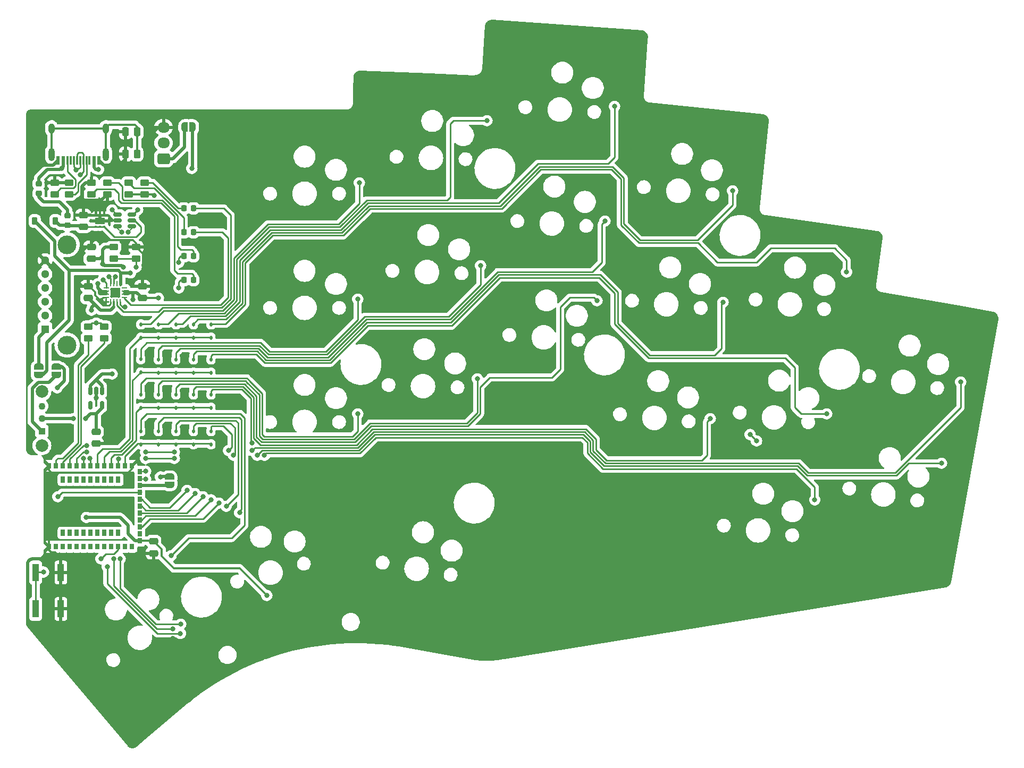
<source format=gbr>
%TF.GenerationSoftware,KiCad,Pcbnew,7.0.7*%
%TF.CreationDate,2023-12-03T19:38:24+01:00*%
%TF.ProjectId,nightliner,6e696768-746c-4696-9e65-722e6b696361,rev?*%
%TF.SameCoordinates,Original*%
%TF.FileFunction,Copper,L1,Top*%
%TF.FilePolarity,Positive*%
%FSLAX46Y46*%
G04 Gerber Fmt 4.6, Leading zero omitted, Abs format (unit mm)*
G04 Created by KiCad (PCBNEW 7.0.7) date 2023-12-03 19:38:24*
%MOMM*%
%LPD*%
G01*
G04 APERTURE LIST*
G04 Aperture macros list*
%AMRoundRect*
0 Rectangle with rounded corners*
0 $1 Rounding radius*
0 $2 $3 $4 $5 $6 $7 $8 $9 X,Y pos of 4 corners*
0 Add a 4 corners polygon primitive as box body*
4,1,4,$2,$3,$4,$5,$6,$7,$8,$9,$2,$3,0*
0 Add four circle primitives for the rounded corners*
1,1,$1+$1,$2,$3*
1,1,$1+$1,$4,$5*
1,1,$1+$1,$6,$7*
1,1,$1+$1,$8,$9*
0 Add four rect primitives between the rounded corners*
20,1,$1+$1,$2,$3,$4,$5,0*
20,1,$1+$1,$4,$5,$6,$7,0*
20,1,$1+$1,$6,$7,$8,$9,0*
20,1,$1+$1,$8,$9,$2,$3,0*%
%AMFreePoly0*
4,1,19,0.500000,-0.750000,0.000000,-0.750000,0.000000,-0.744911,-0.071157,-0.744911,-0.207708,-0.704816,-0.327430,-0.627875,-0.420627,-0.520320,-0.479746,-0.390866,-0.500000,-0.250000,-0.500000,0.250000,-0.479746,0.390866,-0.420627,0.520320,-0.327430,0.627875,-0.207708,0.704816,-0.071157,0.744911,0.000000,0.744911,0.000000,0.750000,0.500000,0.750000,0.500000,-0.750000,0.500000,-0.750000,
$1*%
%AMFreePoly1*
4,1,19,0.000000,0.744911,0.071157,0.744911,0.207708,0.704816,0.327430,0.627875,0.420627,0.520320,0.479746,0.390866,0.500000,0.250000,0.500000,-0.250000,0.479746,-0.390866,0.420627,-0.520320,0.327430,-0.627875,0.207708,-0.704816,0.071157,-0.744911,0.000000,-0.744911,0.000000,-0.750000,-0.500000,-0.750000,-0.500000,0.750000,0.000000,0.750000,0.000000,0.744911,0.000000,0.744911,
$1*%
G04 Aperture macros list end*
%TA.AperFunction,SMDPad,CuDef*%
%ADD10RoundRect,0.112500X0.112500X-0.187500X0.112500X0.187500X-0.112500X0.187500X-0.112500X-0.187500X0*%
%TD*%
%TA.AperFunction,SMDPad,CuDef*%
%ADD11RoundRect,0.250000X-0.450000X0.262500X-0.450000X-0.262500X0.450000X-0.262500X0.450000X0.262500X0*%
%TD*%
%TA.AperFunction,SMDPad,CuDef*%
%ADD12RoundRect,0.218750X0.218750X0.256250X-0.218750X0.256250X-0.218750X-0.256250X0.218750X-0.256250X0*%
%TD*%
%TA.AperFunction,SMDPad,CuDef*%
%ADD13R,0.600000X1.450000*%
%TD*%
%TA.AperFunction,SMDPad,CuDef*%
%ADD14R,0.300000X1.450000*%
%TD*%
%TA.AperFunction,ComponentPad*%
%ADD15O,1.000000X2.100000*%
%TD*%
%TA.AperFunction,ComponentPad*%
%ADD16O,1.000000X1.600000*%
%TD*%
%TA.AperFunction,SMDPad,CuDef*%
%ADD17RoundRect,0.250000X0.475000X-0.250000X0.475000X0.250000X-0.475000X0.250000X-0.475000X-0.250000X0*%
%TD*%
%TA.AperFunction,SMDPad,CuDef*%
%ADD18RoundRect,0.250000X0.250000X0.475000X-0.250000X0.475000X-0.250000X-0.475000X0.250000X-0.475000X0*%
%TD*%
%TA.AperFunction,SMDPad,CuDef*%
%ADD19R,0.700000X0.900000*%
%TD*%
%TA.AperFunction,ComponentPad*%
%ADD20R,0.700000X1.000000*%
%TD*%
%TA.AperFunction,SMDPad,CuDef*%
%ADD21RoundRect,0.093750X-0.106250X0.093750X-0.106250X-0.093750X0.106250X-0.093750X0.106250X0.093750X0*%
%TD*%
%TA.AperFunction,SMDPad,CuDef*%
%ADD22R,1.600000X1.000000*%
%TD*%
%TA.AperFunction,SMDPad,CuDef*%
%ADD23R,1.000000X2.800000*%
%TD*%
%TA.AperFunction,SMDPad,CuDef*%
%ADD24FreePoly0,180.000000*%
%TD*%
%TA.AperFunction,SMDPad,CuDef*%
%ADD25FreePoly1,180.000000*%
%TD*%
%TA.AperFunction,SMDPad,CuDef*%
%ADD26RoundRect,0.225000X-0.250000X0.225000X-0.250000X-0.225000X0.250000X-0.225000X0.250000X0.225000X0*%
%TD*%
%TA.AperFunction,SMDPad,CuDef*%
%ADD27RoundRect,0.250000X0.450000X-0.262500X0.450000X0.262500X-0.450000X0.262500X-0.450000X-0.262500X0*%
%TD*%
%TA.AperFunction,SMDPad,CuDef*%
%ADD28RoundRect,0.250000X0.262500X0.450000X-0.262500X0.450000X-0.262500X-0.450000X0.262500X-0.450000X0*%
%TD*%
%TA.AperFunction,SMDPad,CuDef*%
%ADD29RoundRect,0.225000X-0.225000X-0.375000X0.225000X-0.375000X0.225000X0.375000X-0.225000X0.375000X0*%
%TD*%
%TA.AperFunction,SMDPad,CuDef*%
%ADD30RoundRect,0.150000X-0.150000X0.512500X-0.150000X-0.512500X0.150000X-0.512500X0.150000X0.512500X0*%
%TD*%
%TA.AperFunction,SMDPad,CuDef*%
%ADD31RoundRect,0.150000X-0.512500X-0.150000X0.512500X-0.150000X0.512500X0.150000X-0.512500X0.150000X0*%
%TD*%
%TA.AperFunction,SMDPad,CuDef*%
%ADD32FreePoly0,90.000000*%
%TD*%
%TA.AperFunction,SMDPad,CuDef*%
%ADD33FreePoly1,90.000000*%
%TD*%
%TA.AperFunction,SMDPad,CuDef*%
%ADD34RoundRect,0.250000X-0.475000X0.250000X-0.475000X-0.250000X0.475000X-0.250000X0.475000X0.250000X0*%
%TD*%
%TA.AperFunction,SMDPad,CuDef*%
%ADD35FreePoly0,270.000000*%
%TD*%
%TA.AperFunction,SMDPad,CuDef*%
%ADD36FreePoly1,270.000000*%
%TD*%
%TA.AperFunction,SMDPad,CuDef*%
%ADD37RoundRect,0.218750X-0.256250X0.218750X-0.256250X-0.218750X0.256250X-0.218750X0.256250X0.218750X0*%
%TD*%
%TA.AperFunction,SMDPad,CuDef*%
%ADD38RoundRect,0.062500X-0.375000X-0.062500X0.375000X-0.062500X0.375000X0.062500X-0.375000X0.062500X0*%
%TD*%
%TA.AperFunction,SMDPad,CuDef*%
%ADD39RoundRect,0.062500X-0.062500X-0.375000X0.062500X-0.375000X0.062500X0.375000X-0.062500X0.375000X0*%
%TD*%
%TA.AperFunction,ComponentPad*%
%ADD40C,0.500000*%
%TD*%
%TA.AperFunction,SMDPad,CuDef*%
%ADD41R,1.600000X1.600000*%
%TD*%
%TA.AperFunction,ComponentPad*%
%ADD42RoundRect,0.250000X0.725000X-0.600000X0.725000X0.600000X-0.725000X0.600000X-0.725000X-0.600000X0*%
%TD*%
%TA.AperFunction,ComponentPad*%
%ADD43O,1.950000X1.700000*%
%TD*%
%TA.AperFunction,WasherPad*%
%ADD44C,3.000000*%
%TD*%
%TA.AperFunction,ComponentPad*%
%ADD45R,1.300000X1.300000*%
%TD*%
%TA.AperFunction,ComponentPad*%
%ADD46C,1.300000*%
%TD*%
%TA.AperFunction,ComponentPad*%
%ADD47C,2.000000*%
%TD*%
%TA.AperFunction,ComponentPad*%
%ADD48R,1.100000X1.100000*%
%TD*%
%TA.AperFunction,ComponentPad*%
%ADD49C,1.100000*%
%TD*%
%TA.AperFunction,ViaPad*%
%ADD50C,0.800000*%
%TD*%
%TA.AperFunction,Conductor*%
%ADD51C,0.350000*%
%TD*%
%TA.AperFunction,Conductor*%
%ADD52C,0.500000*%
%TD*%
%TA.AperFunction,Conductor*%
%ADD53C,0.250000*%
%TD*%
%TA.AperFunction,Conductor*%
%ADD54C,0.200000*%
%TD*%
G04 APERTURE END LIST*
D10*
%TO.P,D11,1,K*%
%TO.N,ROW2*%
X65024000Y-85632000D03*
%TO.P,D11,2,A*%
%TO.N,Net-(D11-A)*%
X65024000Y-83532000D03*
%TD*%
D11*
%TO.P,R6,1*%
%TO.N,/VBAT*%
X49530000Y-60047500D03*
%TO.P,R6,2*%
%TO.N,VSENSE*%
X49530000Y-61872500D03*
%TD*%
D10*
%TO.P,D17,1,K*%
%TO.N,ROW3*%
X62230000Y-91474000D03*
%TO.P,D17,2,A*%
%TO.N,Net-(D17-A)*%
X62230000Y-89374000D03*
%TD*%
D11*
%TO.P,R8,1*%
%TO.N,Net-(D22-A)*%
X54445250Y-49781500D03*
%TO.P,R8,2*%
%TO.N,VIN*%
X54445250Y-51606500D03*
%TD*%
D12*
%TO.P,D24,1,K*%
%TO.N,Net-(D24-K)*%
X62255500Y-61468000D03*
%TO.P,D24,2,A*%
%TO.N,BAT_STAT*%
X60680500Y-61468000D03*
%TD*%
D13*
%TO.P,J1,A1,GND*%
%TO.N,GND*%
X47192000Y-46209000D03*
%TO.P,J1,A4,VBUS*%
%TO.N,Net-(F1-Pad1)*%
X46392000Y-46209000D03*
D14*
%TO.P,J1,A5,CC1*%
%TO.N,Net-(J1-CC1)*%
X45192000Y-46209000D03*
%TO.P,J1,A6,D+*%
%TO.N,/DPlus*%
X44192000Y-46209000D03*
%TO.P,J1,A7,D-*%
%TO.N,/DMinus*%
X43692000Y-46209000D03*
%TO.P,J1,A8,SBU1*%
%TO.N,unconnected-(J1-SBU1-PadA8)*%
X42692000Y-46209000D03*
D13*
%TO.P,J1,A9,VBUS*%
%TO.N,Net-(F1-Pad1)*%
X41492000Y-46209000D03*
%TO.P,J1,A12,GND*%
%TO.N,GND*%
X40692000Y-46209000D03*
%TO.P,J1,B1,GND*%
X40692000Y-46209000D03*
%TO.P,J1,B4,VBUS*%
%TO.N,Net-(F1-Pad1)*%
X41492000Y-46209000D03*
D14*
%TO.P,J1,B5,CC2*%
%TO.N,Net-(J1-CC2)*%
X42192000Y-46209000D03*
%TO.P,J1,B6,D+*%
%TO.N,/DPlus*%
X43192000Y-46209000D03*
%TO.P,J1,B7,D-*%
%TO.N,/DMinus*%
X44692000Y-46209000D03*
%TO.P,J1,B8,SBU2*%
%TO.N,unconnected-(J1-SBU2-PadB8)*%
X45692000Y-46209000D03*
D13*
%TO.P,J1,B9,VBUS*%
%TO.N,Net-(F1-Pad1)*%
X46392000Y-46209000D03*
%TO.P,J1,B12,GND*%
%TO.N,GND*%
X47192000Y-46209000D03*
D15*
%TO.P,J1,S1,SHIELD*%
%TO.N,GNDS*%
X48262000Y-45294000D03*
D16*
X48262000Y-41114000D03*
D15*
X39622000Y-45294000D03*
D16*
X39622000Y-41114000D03*
%TD*%
D10*
%TO.P,D15,1,K*%
%TO.N,ROW2*%
X53848000Y-85632000D03*
%TO.P,D15,2,A*%
%TO.N,Net-(D15-A)*%
X53848000Y-83532000D03*
%TD*%
%TO.P,D20,1,K*%
%TO.N,ROW3*%
X53848000Y-91474000D03*
%TO.P,D20,2,A*%
%TO.N,Net-(D20-A)*%
X53848000Y-89374000D03*
%TD*%
%TO.P,D16,1,K*%
%TO.N,ROW3*%
X65024000Y-91474000D03*
%TO.P,D16,2,A*%
%TO.N,Net-(D16-A)*%
X65024000Y-89374000D03*
%TD*%
D17*
%TO.P,C4,1*%
%TO.N,VIN*%
X54102000Y-68173500D03*
%TO.P,C4,2*%
%TO.N,GND*%
X54102000Y-66273500D03*
%TD*%
D18*
%TO.P,C1,1*%
%TO.N,GNDS*%
X53274000Y-41656000D03*
%TO.P,C1,2*%
%TO.N,GND*%
X51374000Y-41656000D03*
%TD*%
D19*
%TO.P,U1,1,GND*%
%TO.N,GND*%
X39258000Y-107796000D03*
%TO.P,U1,2,[L]_P1.11*%
%TO.N,unconnected-(U1-[L]_P1.11-Pad2)*%
X40358000Y-107796000D03*
%TO.P,U1,3,[L]_P1.10*%
%TO.N,unconnected-(U1-[L]_P1.10-Pad3)*%
X41458000Y-107796000D03*
%TO.P,U1,4,[L]_P1.13*%
%TO.N,unconnected-(U1-[L]_P1.13-Pad4)*%
X42558000Y-107796000D03*
%TO.P,U1,5,[L]_P1.15*%
%TO.N,unconnected-(U1-[L]_P1.15-Pad5)*%
X43658000Y-107796000D03*
%TO.P,U1,6,[L]_A1_P0.03*%
%TO.N,unconnected-(U1-[L]_A1_P0.03-Pad6)*%
X44758000Y-107796000D03*
%TO.P,U1,7,[L]_A0_P0.02*%
%TO.N,unconnected-(U1-[L]_A0_P0.02-Pad7)*%
X45858000Y-107796000D03*
%TO.P,U1,8,[L]_A4_P0.28*%
%TO.N,unconnected-(U1-[L]_A4_P0.28-Pad8)*%
X46958000Y-107796000D03*
%TO.P,U1,9,[L]_A5_P0.29*%
%TO.N,unconnected-(U1-[L]_A5_P0.29-Pad9)*%
X48058000Y-107796000D03*
%TO.P,U1,10,[L]_A6_P0.30*%
%TO.N,unconnected-(U1-[L]_A6_P0.30-Pad10)*%
X49158000Y-107796000D03*
%TO.P,U1,11,[L]_A7_P0.31*%
%TO.N,VSENSE*%
X50258000Y-107796000D03*
%TO.P,U1,12,A2_P0.04*%
%TO.N,unconnected-(U1-A2_P0.04-Pad12)*%
X51358000Y-107796000D03*
%TO.P,U1,13,A3_P0.05*%
%TO.N,unconnected-(U1-A3_P0.05-Pad13)*%
X52458000Y-107796000D03*
D20*
%TO.P,U1,14,[L]_P1.14*%
%TO.N,unconnected-(U1-[L]_P1.14-Pad14)*%
X41458000Y-105596000D03*
%TO.P,U1,15,[L]_P1.12*%
%TO.N,unconnected-(U1-[L]_P1.12-Pad15)*%
X42558000Y-105596000D03*
%TO.P,U1,16,P0.25*%
%TO.N,unconnected-(U1-P0.25-Pad16)*%
X43658000Y-105596000D03*
%TO.P,U1,17,P0.11*%
%TO.N,unconnected-(U1-P0.11-Pad17)*%
X44758000Y-105596000D03*
%TO.P,U1,18,P1.08*%
%TO.N,unconnected-(U1-P1.08-Pad18)*%
X45858000Y-105596000D03*
%TO.P,U1,19,P0.27*%
%TO.N,unconnected-(U1-P0.27-Pad19)*%
X46958000Y-105596000D03*
%TO.P,U1,20,P0.08*%
%TO.N,unconnected-(U1-P0.08-Pad20)*%
X48058000Y-105596000D03*
%TO.P,U1,21,P0.06*%
%TO.N,unconnected-(U1-P0.06-Pad21)*%
X49158000Y-105596000D03*
%TO.P,U1,22,P0.26*%
%TO.N,unconnected-(U1-P0.26-Pad22)*%
X50258000Y-105596000D03*
%TO.P,U1,23,[L]_P1.07*%
%TO.N,TX*%
X41458000Y-97096000D03*
%TO.P,U1,24,[L]_P1.05*%
%TO.N,RX*%
X42558000Y-97096000D03*
%TO.P,U1,25,P0.24*%
%TO.N,CTS*%
X43658000Y-97096000D03*
%TO.P,U1,26,P0.20*%
%TO.N,RTS*%
X44758000Y-97096000D03*
%TO.P,U1,27,P0.17*%
%TO.N,unconnected-(U1-P0.17-Pad27)*%
X45858000Y-97096000D03*
%TO.P,U1,28,P0.15*%
%TO.N,unconnected-(U1-P0.15-Pad28)*%
X46958000Y-97096000D03*
%TO.P,U1,29,P0.14*%
%TO.N,unconnected-(U1-P0.14-Pad29)*%
X48058000Y-97096000D03*
%TO.P,U1,30,P0.13*%
%TO.N,unconnected-(U1-P0.13-Pad30)*%
X49158000Y-97096000D03*
%TO.P,U1,31,P0.16*%
%TO.N,unconnected-(U1-P0.16-Pad31)*%
X50258000Y-97096000D03*
D19*
%TO.P,U1,32,GND*%
%TO.N,GND*%
X39258000Y-94896000D03*
%TO.P,U1,33,[L]_P0.10*%
%TO.N,CHARGE_CTRL_2*%
X40358000Y-94896000D03*
%TO.P,U1,34,[L]_P0.09*%
%TO.N,CHARGE_CTRL_1*%
X41458000Y-94896000D03*
%TO.P,U1,35,[L]_P1.06*%
%TO.N,BAT_STAT*%
X42558000Y-94896000D03*
%TO.P,U1,36,[L]_P1.04*%
%TO.N,BT_LED*%
X43658000Y-94896000D03*
%TO.P,U1,37,SWD*%
%TO.N,SWDIO*%
X44758000Y-94896000D03*
%TO.P,U1,38,SWC*%
%TO.N,SWCLK*%
X45858000Y-94896000D03*
%TO.P,U1,39,[L]_P1.02*%
%TO.N,ROW0*%
X46958000Y-94896000D03*
%TO.P,U1,40,[L]_P1.01*%
%TO.N,ROW1*%
X48058000Y-94896000D03*
%TO.P,U1,41,[L]_P1.03*%
%TO.N,ROW2*%
X49158000Y-94896000D03*
%TO.P,U1,42,P1.00*%
%TO.N,SWO*%
X50258000Y-94896000D03*
%TO.P,U1,43,P0.22*%
%TO.N,ROW3*%
X51358000Y-94896000D03*
%TO.P,U1,44,GND*%
%TO.N,GND*%
X52458000Y-94896000D03*
%TO.P,U1,45,D+*%
%TO.N,D+*%
X53658000Y-95846000D03*
%TO.P,U1,46,D-*%
%TO.N,D-*%
X53658000Y-96946000D03*
%TO.P,U1,47,VBUS*%
%TO.N,Net-(JP4-B)*%
X53658000Y-98046000D03*
%TO.P,U1,48,Reset/P0.18*%
%TO.N,RESET*%
X53658000Y-99146000D03*
%TO.P,U1,49,P0.19*%
%TO.N,COL4*%
X53658000Y-100246000D03*
%TO.P,U1,50,P0.21*%
%TO.N,COL3*%
X53658000Y-101346000D03*
%TO.P,U1,51,P0.23*%
%TO.N,COL2*%
X53658000Y-102446000D03*
%TO.P,U1,52,P0.12*%
%TO.N,COL1*%
X53658000Y-103546000D03*
%TO.P,U1,53,P1.09*%
%TO.N,COL0*%
X53658000Y-104646000D03*
%TO.P,U1,54,P0.07*%
%TO.N,unconnected-(U1-P0.07-Pad54)*%
X53658000Y-105746000D03*
%TO.P,U1,55,VDD*%
%TO.N,VDD*%
X53658000Y-106846000D03*
%TD*%
D10*
%TO.P,D5,1,K*%
%TO.N,ROW0*%
X53848000Y-74456000D03*
%TO.P,D5,2,A*%
%TO.N,Net-(D5-A)*%
X53848000Y-72356000D03*
%TD*%
D21*
%TO.P,U2,1,GND*%
%TO.N,GND*%
X48006000Y-54992500D03*
%TO.P,U2,2,GND*%
X47356000Y-54992500D03*
%TO.P,U2,3,GND*%
X46706000Y-54992500D03*
%TO.P,U2,4,IN*%
%TO.N,Net-(D25-A)*%
X46706000Y-56767500D03*
%TO.P,U2,5,IN*%
X47356000Y-56767500D03*
%TO.P,U2,6,IN*%
X48006000Y-56767500D03*
D22*
%TO.P,U2,7,GND*%
%TO.N,GND*%
X47356000Y-55880000D03*
%TD*%
D23*
%TO.P,SW22,1,1*%
%TO.N,RESET*%
X37116000Y-117708000D03*
X37116000Y-111908000D03*
%TO.P,SW22,2,2*%
%TO.N,GND*%
X41116000Y-117708000D03*
X41116000Y-111908000D03*
%TD*%
D24*
%TO.P,JP1,1,A*%
%TO.N,/VBAT*%
X62118000Y-40894000D03*
D25*
%TO.P,JP1,2,B*%
%TO.N,Net-(JP1-B)*%
X60818000Y-40894000D03*
%TD*%
D26*
%TO.P,FB1,1*%
%TO.N,Net-(F1-Pad2)*%
X42164000Y-54999000D03*
%TO.P,FB1,2*%
%TO.N,Net-(D25-A)*%
X42164000Y-56549000D03*
%TD*%
D11*
%TO.P,R11,1*%
%TO.N,Net-(D24-K)*%
X48514000Y-49781500D03*
%TO.P,R11,2*%
%TO.N,GND*%
X48514000Y-51606500D03*
%TD*%
D12*
%TO.P,D21,1,K*%
%TO.N,Net-(D21-K)*%
X62255500Y-65278000D03*
%TO.P,D21,2,A*%
%TO.N,BT_LED*%
X60680500Y-65278000D03*
%TD*%
D27*
%TO.P,R4,1*%
%TO.N,CHARGE_CTRL_1*%
X48006000Y-74572500D03*
%TO.P,R4,2*%
%TO.N,Net-(U4-ISET)*%
X48006000Y-72747500D03*
%TD*%
D11*
%TO.P,R10,1*%
%TO.N,Net-(D23-A)*%
X51905250Y-49781500D03*
%TO.P,R10,2*%
%TO.N,VIN*%
X51905250Y-51606500D03*
%TD*%
D12*
%TO.P,D23,1,K*%
%TO.N,Net-(D23-K)*%
X62255500Y-57658000D03*
%TO.P,D23,2,A*%
%TO.N,Net-(D23-A)*%
X60680500Y-57658000D03*
%TD*%
D17*
%TO.P,C5,1*%
%TO.N,VIN*%
X45466000Y-68173500D03*
%TO.P,C5,2*%
%TO.N,GND*%
X45466000Y-66273500D03*
%TD*%
D10*
%TO.P,D18,1,K*%
%TO.N,ROW3*%
X59436000Y-91474000D03*
%TO.P,D18,2,A*%
%TO.N,Net-(D18-A)*%
X59436000Y-89374000D03*
%TD*%
%TO.P,D2,1,K*%
%TO.N,ROW0*%
X62230000Y-74456000D03*
%TO.P,D2,2,A*%
%TO.N,Net-(D2-A)*%
X62230000Y-72356000D03*
%TD*%
%TO.P,D7,1,K*%
%TO.N,ROW1*%
X62230000Y-80044000D03*
%TO.P,D7,2,A*%
%TO.N,Net-(D7-A)*%
X62230000Y-77944000D03*
%TD*%
D28*
%TO.P,R3,1*%
%TO.N,GNDS*%
X53236500Y-45212000D03*
%TO.P,R3,2*%
%TO.N,GND*%
X51411500Y-45212000D03*
%TD*%
D29*
%TO.P,D25,1,K*%
%TO.N,VBUS*%
X36958000Y-55880000D03*
%TO.P,D25,2,A*%
%TO.N,Net-(D25-A)*%
X40258000Y-55880000D03*
%TD*%
D10*
%TO.P,D19,1,K*%
%TO.N,ROW3*%
X56642000Y-91474000D03*
%TO.P,D19,2,A*%
%TO.N,Net-(D19-A)*%
X56642000Y-89374000D03*
%TD*%
%TO.P,D6,1,K*%
%TO.N,ROW1*%
X65024000Y-80044000D03*
%TO.P,D6,2,A*%
%TO.N,Net-(D6-A)*%
X65024000Y-77944000D03*
%TD*%
D27*
%TO.P,R5,1*%
%TO.N,CHARGE_CTRL_2*%
X45466000Y-74572500D03*
%TO.P,R5,2*%
%TO.N,Net-(U4-ISET)*%
X45466000Y-72747500D03*
%TD*%
%TO.P,R7,1*%
%TO.N,VSENSE*%
X53086000Y-61872500D03*
%TO.P,R7,2*%
%TO.N,GND*%
X53086000Y-60047500D03*
%TD*%
%TO.P,R1,1*%
%TO.N,Net-(J1-CC1)*%
X42418000Y-51606500D03*
%TO.P,R1,2*%
%TO.N,GND*%
X42418000Y-49781500D03*
%TD*%
D30*
%TO.P,U5,1,VIN*%
%TO.N,VIN*%
X47686000Y-82936500D03*
%TO.P,U5,2,GND*%
%TO.N,GND*%
X46736000Y-82936500D03*
%TO.P,U5,3,CE*%
%TO.N,VIN*%
X45786000Y-82936500D03*
%TO.P,U5,4,NC*%
%TO.N,unconnected-(U5-NC-Pad4)*%
X45786000Y-85211500D03*
%TO.P,U5,5,VOUT*%
%TO.N,Net-(SW21-B)*%
X47686000Y-85211500D03*
%TD*%
D10*
%TO.P,D1,1,K*%
%TO.N,ROW0*%
X65024000Y-74456000D03*
%TO.P,D1,2,A*%
%TO.N,Net-(D1-A)*%
X65024000Y-72356000D03*
%TD*%
D27*
%TO.P,R9,1*%
%TO.N,Net-(D21-K)*%
X45974000Y-51606500D03*
%TO.P,R9,2*%
%TO.N,GND*%
X45974000Y-49781500D03*
%TD*%
D10*
%TO.P,D3,1,K*%
%TO.N,ROW0*%
X59436000Y-74456000D03*
%TO.P,D3,2,A*%
%TO.N,Net-(D3-A)*%
X59436000Y-72356000D03*
%TD*%
D31*
%TO.P,U3,1,I/O1*%
%TO.N,/DPlus*%
X50170500Y-54824000D03*
%TO.P,U3,2,GND*%
%TO.N,GND*%
X50170500Y-55774000D03*
%TO.P,U3,3,I/O2*%
%TO.N,D+*%
X50170500Y-56724000D03*
%TO.P,U3,4,I/O2*%
%TO.N,D-*%
X52445500Y-56724000D03*
%TO.P,U3,5,VBUS*%
%TO.N,Net-(D25-A)*%
X52445500Y-55774000D03*
%TO.P,U3,6,I/O1*%
%TO.N,/DMinus*%
X52445500Y-54824000D03*
%TD*%
D32*
%TO.P,JP3,1,A*%
%TO.N,Net-(JP3-A)*%
X40386000Y-80406000D03*
D33*
%TO.P,JP3,2,B*%
%TO.N,VDD*%
X40386000Y-79106000D03*
%TD*%
D10*
%TO.P,D4,1,K*%
%TO.N,ROW0*%
X56642000Y-74456000D03*
%TO.P,D4,2,A*%
%TO.N,Net-(D4-A)*%
X56642000Y-72356000D03*
%TD*%
D12*
%TO.P,D22,1,K*%
%TO.N,Net-(D22-K)*%
X62255500Y-53848000D03*
%TO.P,D22,2,A*%
%TO.N,Net-(D22-A)*%
X60680500Y-53848000D03*
%TD*%
D10*
%TO.P,D14,1,K*%
%TO.N,ROW2*%
X56642000Y-85632000D03*
%TO.P,D14,2,A*%
%TO.N,Net-(D14-A)*%
X56642000Y-83532000D03*
%TD*%
D34*
%TO.P,C7,1*%
%TO.N,VDD*%
X55880000Y-106934000D03*
%TO.P,C7,2*%
%TO.N,GND*%
X55880000Y-108834000D03*
%TD*%
%TO.P,C2,1*%
%TO.N,GND*%
X44704000Y-54930000D03*
%TO.P,C2,2*%
%TO.N,Net-(D25-A)*%
X44704000Y-56830000D03*
%TD*%
%TO.P,C6,1*%
%TO.N,Net-(SW21-B)*%
X46736000Y-89474000D03*
%TO.P,C6,2*%
%TO.N,GND*%
X46736000Y-91374000D03*
%TD*%
D35*
%TO.P,JP4,1,A*%
%TO.N,VBUS*%
X58420000Y-96632000D03*
D36*
%TO.P,JP4,2,B*%
%TO.N,Net-(JP4-B)*%
X58420000Y-97932000D03*
%TD*%
D10*
%TO.P,D9,1,K*%
%TO.N,ROW1*%
X56642000Y-80044000D03*
%TO.P,D9,2,A*%
%TO.N,Net-(D9-A)*%
X56642000Y-77944000D03*
%TD*%
%TO.P,D8,1,K*%
%TO.N,ROW1*%
X59436000Y-80044000D03*
%TO.P,D8,2,A*%
%TO.N,Net-(D8-A)*%
X59436000Y-77944000D03*
%TD*%
D35*
%TO.P,JP2,1,A*%
%TO.N,Net-(J3-Pin_1)*%
X37592000Y-79106000D03*
D36*
%TO.P,JP2,2,B*%
%TO.N,VBUS*%
X37592000Y-80406000D03*
%TD*%
D10*
%TO.P,D10,1,K*%
%TO.N,ROW1*%
X53848000Y-80010000D03*
%TO.P,D10,2,A*%
%TO.N,Net-(D10-A)*%
X53848000Y-77910000D03*
%TD*%
%TO.P,D13,1,K*%
%TO.N,ROW2*%
X59436000Y-85632000D03*
%TO.P,D13,2,A*%
%TO.N,Net-(D13-A)*%
X59436000Y-83532000D03*
%TD*%
D37*
%TO.P,F1,1*%
%TO.N,Net-(F1-Pad1)*%
X37592000Y-49906500D03*
%TO.P,F1,2*%
%TO.N,Net-(F1-Pad2)*%
X37592000Y-51481500D03*
%TD*%
D17*
%TO.P,C3,1*%
%TO.N,/VBAT*%
X45974000Y-61910000D03*
%TO.P,C3,2*%
%TO.N,GND*%
X45974000Y-60010000D03*
%TD*%
D10*
%TO.P,D12,1,K*%
%TO.N,ROW2*%
X62230000Y-85632000D03*
%TO.P,D12,2,A*%
%TO.N,Net-(D12-A)*%
X62230000Y-83532000D03*
%TD*%
D27*
%TO.P,R2,1*%
%TO.N,Net-(J1-CC2)*%
X40132000Y-51606500D03*
%TO.P,R2,2*%
%TO.N,GND*%
X40132000Y-49781500D03*
%TD*%
D38*
%TO.P,U4,1,TS*%
%TO.N,/BAT_TEMP*%
X48350500Y-66560000D03*
%TO.P,U4,2,BAT*%
%TO.N,/VBAT*%
X48350500Y-67060000D03*
%TO.P,U4,3,BAT*%
X48350500Y-67560000D03*
%TO.P,U4,4,~{CE}*%
%TO.N,GND*%
X48350500Y-68060000D03*
D39*
%TO.P,U4,5,EN2*%
X49038000Y-68747500D03*
%TO.P,U4,6,EN1*%
%TO.N,VIN*%
X49538000Y-68747500D03*
%TO.P,U4,7,~{PGOOD}*%
%TO.N,Net-(D22-K)*%
X50038000Y-68747500D03*
%TO.P,U4,8,VSS*%
%TO.N,GND*%
X50538000Y-68747500D03*
D38*
%TO.P,U4,9,~{CHG}*%
%TO.N,Net-(D23-K)*%
X51225500Y-68060000D03*
%TO.P,U4,10,OUT*%
%TO.N,VIN*%
X51225500Y-67560000D03*
%TO.P,U4,11,OUT*%
X51225500Y-67060000D03*
%TO.P,U4,12,ILIM*%
%TO.N,unconnected-(U4-ILIM-Pad12)*%
X51225500Y-66560000D03*
D39*
%TO.P,U4,13,IN*%
%TO.N,VBUS*%
X50538000Y-65872500D03*
%TO.P,U4,14,TMR*%
%TO.N,unconnected-(U4-TMR-Pad14)*%
X50038000Y-65872500D03*
%TO.P,U4,15,SYSOFF*%
%TO.N,GND*%
X49538000Y-65872500D03*
%TO.P,U4,16,ISET*%
%TO.N,Net-(U4-ISET)*%
X49038000Y-65872500D03*
D40*
%TO.P,U4,17,VSS*%
%TO.N,GND*%
X49238000Y-66760000D03*
X49238000Y-67860000D03*
D41*
X49788000Y-67310000D03*
D40*
X50338000Y-66760000D03*
X50338000Y-67860000D03*
%TD*%
D42*
%TO.P,J2,1*%
%TO.N,Net-(JP1-B)*%
X57476000Y-45934000D03*
D43*
%TO.P,J2,2*%
%TO.N,/BAT_TEMP*%
X57476000Y-43434000D03*
%TO.P,J2,3*%
%TO.N,GND*%
X57476000Y-40934000D03*
%TD*%
D44*
%TO.P,J3,*%
%TO.N,*%
X42108000Y-75652000D03*
X42108000Y-59652000D03*
D45*
%TO.P,J3,1,Pin_1*%
%TO.N,Net-(J3-Pin_1)*%
X38608000Y-73152000D03*
D46*
%TO.P,J3,2,Pin_2*%
%TO.N,TX*%
X38608000Y-70952000D03*
%TO.P,J3,3,Pin_3*%
%TO.N,RX*%
X38608000Y-68752000D03*
%TO.P,J3,4,Pin_4*%
%TO.N,CTS*%
X38608000Y-66552000D03*
%TO.P,J3,5,Pin_5*%
%TO.N,RTS*%
X38608000Y-64352000D03*
%TO.P,J3,6,Pin_6*%
%TO.N,GND*%
X38608000Y-62152000D03*
%TD*%
D47*
%TO.P,SW21,*%
%TO.N,*%
X38100000Y-91676000D03*
X38100000Y-83076000D03*
D48*
%TO.P,SW21,1,A*%
%TO.N,Net-(JP3-A)*%
X38100000Y-89376000D03*
D49*
%TO.P,SW21,2,B*%
%TO.N,Net-(SW21-B)*%
X38100000Y-87376000D03*
%TO.P,SW21,3,C*%
%TO.N,unconnected-(SW21-C-Pad3)*%
X38100000Y-85376000D03*
%TD*%
D50*
%TO.N,GND*%
X49776979Y-64770000D03*
X67818000Y-94234000D03*
X58674000Y-106934000D03*
X47498000Y-68580000D03*
X66802000Y-55880000D03*
X55372000Y-63246000D03*
X80005258Y-74095958D03*
X46736000Y-84074000D03*
X43688000Y-65532000D03*
X68326000Y-84582000D03*
X43688000Y-61976000D03*
X51308000Y-60198000D03*
X80005258Y-84763958D03*
X51330082Y-69573918D03*
X55880000Y-99314000D03*
X58928000Y-122428000D03*
X38100000Y-46990000D03*
X38862000Y-49784000D03*
X49276000Y-87376000D03*
%TO.N,VBUS*%
X56980862Y-96662382D03*
X52197000Y-64135000D03*
%TO.N,/VBAT*%
X47752000Y-62738000D03*
X46990000Y-65872500D03*
X51054000Y-63246000D03*
X61976000Y-47498000D03*
%TO.N,VIN*%
X45978299Y-70099701D03*
X52578000Y-68412500D03*
X55969250Y-51816000D03*
X56642000Y-68158500D03*
X49276000Y-80264000D03*
%TO.N,Net-(SW21-B)*%
X45021000Y-87376000D03*
X43122000Y-87376000D03*
%TO.N,VDD*%
X45163500Y-103124000D03*
X40541107Y-82451107D03*
X73914000Y-115570000D03*
%TO.N,Net-(D1-A)*%
X166230951Y-64008000D03*
%TO.N,Net-(D2-A)*%
X148082000Y-51054000D03*
%TO.N,Net-(D3-A)*%
X129286000Y-37592000D03*
%TO.N,Net-(D4-A)*%
X108966000Y-39878000D03*
%TO.N,Net-(D5-A)*%
X88646000Y-49784000D03*
%TO.N,Net-(D6-A)*%
X163068000Y-86614000D03*
%TO.N,Net-(D7-A)*%
X146558000Y-68834000D03*
%TO.N,Net-(D8-A)*%
X127762000Y-55880000D03*
%TO.N,Net-(D9-A)*%
X107950000Y-62992000D03*
%TO.N,Net-(D10-A)*%
X88392000Y-68326000D03*
%TO.N,Net-(D11-A)*%
X73525797Y-93218000D03*
X71561925Y-91254128D03*
X161165050Y-100330000D03*
%TO.N,Net-(D12-A)*%
X144526000Y-87376000D03*
%TO.N,Net-(D13-A)*%
X126492000Y-68580000D03*
%TO.N,Net-(D14-A)*%
X107442000Y-81026000D03*
%TO.N,Net-(D15-A)*%
X88392000Y-86614000D03*
%TO.N,Net-(D16-A)*%
X71577958Y-92456000D03*
X184404000Y-81534000D03*
X67818000Y-92456000D03*
%TO.N,Net-(D17-A)*%
X72390000Y-93218000D03*
X68617500Y-93218000D03*
X181356000Y-94488000D03*
%TO.N,Net-(D18-A)*%
X67466321Y-101346000D03*
%TO.N,Net-(D19-A)*%
X69591701Y-102366299D03*
%TO.N,Net-(D20-A)*%
X58674000Y-109220000D03*
%TO.N,BT_LED*%
X54610000Y-93726000D03*
X59182000Y-93726000D03*
X59906500Y-66548000D03*
X45212000Y-92710000D03*
%TO.N,BAT_STAT*%
X59182000Y-92710000D03*
X59906500Y-62484000D03*
X45212000Y-91694000D03*
X54610000Y-92710000D03*
%TO.N,Net-(F1-Pad1)*%
X47113666Y-47641917D03*
X41229747Y-47484344D03*
%TO.N,/DPlus*%
X49276000Y-54102000D03*
X43520772Y-47777066D03*
%TO.N,/DMinus*%
X53340000Y-54102000D03*
X44196000Y-48514000D03*
%TO.N,/BAT_TEMP*%
X47839500Y-65257684D03*
%TO.N,Net-(U4-ISET)*%
X48757705Y-64780295D03*
X46736000Y-72136000D03*
%TO.N,VSENSE*%
X53086000Y-63246000D03*
X47498000Y-109728000D03*
%TO.N,COL0*%
X66294000Y-100838000D03*
%TO.N,COL1*%
X151896299Y-90936299D03*
X65028299Y-100325701D03*
X150871701Y-89911701D03*
%TO.N,COL2*%
X63754000Y-99822000D03*
%TO.N,COL3*%
X62484000Y-99314000D03*
%TO.N,COL4*%
X61214000Y-98806000D03*
%TO.N,RESET*%
X40640000Y-99822000D03*
X38354000Y-111835958D03*
%TO.N,SWCLK*%
X45724299Y-93721701D03*
X50546000Y-109728000D03*
X60198000Y-120142000D03*
%TO.N,SWDIO*%
X49530000Y-109728000D03*
X58928000Y-120904000D03*
X44704000Y-93726000D03*
%TO.N,SWO*%
X50292000Y-93826500D03*
X60135259Y-121628500D03*
X48514000Y-110998000D03*
%TO.N,D+*%
X50800000Y-57658000D03*
X54610000Y-95758000D03*
%TO.N,D-*%
X54610000Y-97028000D03*
X51816000Y-57658000D03*
%TD*%
D51*
%TO.N,GNDS*%
X48262000Y-41114000D02*
X48262000Y-45294000D01*
X52973500Y-40556000D02*
X53274000Y-40856500D01*
X53274000Y-45174500D02*
X53236500Y-45212000D01*
X48262000Y-41114000D02*
X48820000Y-40556000D01*
X39622000Y-45294000D02*
X39622000Y-41114000D01*
X48820000Y-40556000D02*
X52973500Y-40556000D01*
X39622000Y-41114000D02*
X48262000Y-41114000D01*
X53274000Y-40856500D02*
X53274000Y-45174500D01*
%TO.N,GND*%
X45974000Y-59436000D02*
X46482000Y-58928000D01*
X39258000Y-95588742D02*
X39681258Y-96012000D01*
X51832629Y-96012000D02*
X52453258Y-95391371D01*
D52*
X45073559Y-49781500D02*
X44468000Y-50387059D01*
X48072000Y-91374000D02*
X46736000Y-91374000D01*
D53*
X47498000Y-68412500D02*
X47498000Y-68580000D01*
D51*
X41116000Y-121126000D02*
X41116000Y-117708000D01*
D52*
X38864500Y-49781500D02*
X38862000Y-49784000D01*
D51*
X48006000Y-54992500D02*
X47356000Y-54992500D01*
D52*
X55372000Y-42164000D02*
X55372000Y-45974000D01*
D51*
X41111258Y-117275958D02*
X41111258Y-109581958D01*
X40241300Y-108712000D02*
X39624000Y-108712000D01*
D52*
X45974000Y-49781500D02*
X45073559Y-49781500D01*
D51*
X47244000Y-68412500D02*
X47498000Y-68412500D01*
X58928000Y-122428000D02*
X56896000Y-124460000D01*
D52*
X44429500Y-66273500D02*
X43688000Y-65532000D01*
D51*
X56896000Y-124460000D02*
X44450000Y-124460000D01*
D52*
X44450000Y-52324000D02*
X44704000Y-52578000D01*
D53*
X48350500Y-68060000D02*
X47850500Y-68060000D01*
X49776979Y-64770000D02*
X49538000Y-65008979D01*
D52*
X50666500Y-46719000D02*
X50395500Y-46990000D01*
D54*
X50538000Y-68781836D02*
X50538000Y-68747500D01*
D52*
X44704000Y-52578000D02*
X44704000Y-54930000D01*
D51*
X46706000Y-54992500D02*
X44766500Y-54992500D01*
D53*
X47752000Y-69361500D02*
X48748500Y-69361500D01*
X50941880Y-69573918D02*
X51031918Y-69573918D01*
D51*
X39624000Y-108712000D02*
X39253258Y-108341258D01*
D53*
X47498000Y-68412500D02*
X47498000Y-68412500D01*
D51*
X46482000Y-58928000D02*
X52578000Y-58928000D01*
D52*
X43688000Y-61468000D02*
X45146000Y-60010000D01*
D51*
X53086000Y-60047500D02*
X54161000Y-61122500D01*
D52*
X38100000Y-46990000D02*
X39911000Y-46990000D01*
X49276000Y-87376000D02*
X49276000Y-90170000D01*
X43688000Y-61976000D02*
X43688000Y-61468000D01*
X44468000Y-50387059D02*
X44468000Y-51341173D01*
X44468000Y-51341173D02*
X44450000Y-51359173D01*
D51*
X44766500Y-54992500D02*
X44704000Y-54930000D01*
D52*
X49276000Y-90170000D02*
X48072000Y-91374000D01*
X56602000Y-40934000D02*
X55372000Y-42164000D01*
D51*
X39253258Y-108341258D02*
X39253258Y-107723958D01*
X41111258Y-109581958D02*
X40241300Y-108712000D01*
D52*
X47542500Y-52578000D02*
X44704000Y-52578000D01*
D51*
X54161000Y-61122500D02*
X54161000Y-65874000D01*
X48006000Y-54992500D02*
X48642500Y-54992500D01*
X54161000Y-66214500D02*
X54102000Y-66273500D01*
D53*
X50538000Y-68747500D02*
X50538000Y-69170038D01*
D52*
X57476000Y-40934000D02*
X56602000Y-40934000D01*
X40132000Y-49781500D02*
X38864500Y-49781500D01*
X51374000Y-41656000D02*
X51374000Y-46011500D01*
X46736000Y-83096500D02*
X46736000Y-84074000D01*
X51374000Y-46011500D02*
X50666500Y-46719000D01*
D53*
X47850500Y-68060000D02*
X47498000Y-68412500D01*
D51*
X46566000Y-67226500D02*
X46566000Y-67734500D01*
D53*
X47752000Y-68666500D02*
X47752000Y-69361500D01*
D51*
X49424000Y-55774000D02*
X50170500Y-55774000D01*
D52*
X54356000Y-46990000D02*
X50395500Y-46990000D01*
D53*
X50538000Y-69170038D02*
X50941880Y-69573918D01*
X49038000Y-69072000D02*
X49038000Y-68747500D01*
D51*
X40132000Y-49781500D02*
X42418000Y-49781500D01*
D52*
X50395500Y-46990000D02*
X47973000Y-46990000D01*
D51*
X52578000Y-58928000D02*
X53086000Y-59436000D01*
X39681258Y-96012000D02*
X51832629Y-96012000D01*
D52*
X44450000Y-51359173D02*
X44450000Y-52324000D01*
X47973000Y-46990000D02*
X47192000Y-46209000D01*
X39911000Y-46990000D02*
X40692000Y-46209000D01*
D51*
X47356000Y-54992500D02*
X46706000Y-54992500D01*
X45974000Y-60010000D02*
X45974000Y-59436000D01*
X53086000Y-59436000D02*
X53086000Y-60047500D01*
D54*
X51031918Y-69573918D02*
X51330082Y-69573918D01*
D51*
X39253258Y-96440000D02*
X39681258Y-96012000D01*
X45466000Y-66273500D02*
X45613000Y-66273500D01*
X44450000Y-124460000D02*
X41116000Y-121126000D01*
X52453258Y-95391371D02*
X52453258Y-94910042D01*
X39258000Y-94896000D02*
X39258000Y-95588742D01*
X39253258Y-107360042D02*
X39253258Y-96440000D01*
D52*
X48514000Y-51606500D02*
X47542500Y-52578000D01*
D53*
X48748500Y-69361500D02*
X49038000Y-69072000D01*
D51*
X45613000Y-66273500D02*
X46566000Y-67226500D01*
D53*
X49538000Y-65008979D02*
X49538000Y-65872500D01*
D51*
X46566000Y-67734500D02*
X47244000Y-68412500D01*
D53*
X47665500Y-68580000D02*
X47752000Y-68666500D01*
X47498000Y-68580000D02*
X47665500Y-68580000D01*
D51*
X48642500Y-54992500D02*
X49424000Y-55774000D01*
D52*
X45466000Y-66273500D02*
X44429500Y-66273500D01*
X55372000Y-45974000D02*
X54356000Y-46990000D01*
X45146000Y-60010000D02*
X45974000Y-60010000D01*
%TO.N,VBUS*%
X50673000Y-64135000D02*
X50626479Y-64181521D01*
X42418000Y-63754000D02*
X42418000Y-71722000D01*
X40132000Y-61468000D02*
X42418000Y-63754000D01*
X50673000Y-64135000D02*
X50292000Y-63754000D01*
X52197000Y-64135000D02*
X50673000Y-64135000D01*
X38862000Y-79722396D02*
X38178396Y-80406000D01*
X50626479Y-65251666D02*
X50626479Y-66005666D01*
X38862000Y-75278000D02*
X38862000Y-79722396D01*
X57011244Y-96632000D02*
X58166000Y-96632000D01*
X56980862Y-96662382D02*
X57011244Y-96632000D01*
X50626479Y-64181521D02*
X50626479Y-65351841D01*
X38178396Y-80406000D02*
X37592000Y-80406000D01*
X42418000Y-71722000D02*
X38862000Y-75278000D01*
X40132000Y-59054000D02*
X40132000Y-61468000D01*
X36958000Y-55880000D02*
X40132000Y-59054000D01*
X42418000Y-63754000D02*
X50292000Y-63754000D01*
%TO.N,/VBAT*%
X48156500Y-60047500D02*
X49530000Y-60047500D01*
X48331043Y-67156577D02*
X47636859Y-67156577D01*
X48355192Y-67476138D02*
X47323638Y-67476138D01*
X46990000Y-66509718D02*
X47244000Y-66763718D01*
X47752000Y-62738000D02*
X47752000Y-61468000D01*
X45974000Y-61910000D02*
X47310000Y-61910000D01*
X47323638Y-67476138D02*
X47244000Y-67396500D01*
X48006000Y-62992000D02*
X47752000Y-62738000D01*
X47752000Y-61468000D02*
X47752000Y-60452000D01*
X47244000Y-67396500D02*
X47244000Y-66763718D01*
X61976000Y-47498000D02*
X62118000Y-47356000D01*
X47636859Y-67156577D02*
X47244000Y-66763718D01*
X47310000Y-61910000D02*
X47752000Y-61468000D01*
X47752000Y-60452000D02*
X48156500Y-60047500D01*
X51054000Y-63246000D02*
X50800000Y-62992000D01*
X50800000Y-62992000D02*
X48006000Y-62992000D01*
X46990000Y-65872500D02*
X46990000Y-66509718D01*
X62118000Y-47356000D02*
X62118000Y-40894000D01*
%TO.N,VIN*%
X51821038Y-67463210D02*
X51815955Y-67468293D01*
X51230538Y-67148055D02*
X51821038Y-67148055D01*
X46736000Y-81186000D02*
X45786000Y-82136000D01*
X49276000Y-80264000D02*
X47658000Y-80264000D01*
X45786000Y-82136000D02*
X45786000Y-83096500D01*
D51*
X51905250Y-51606500D02*
X54445250Y-51606500D01*
D52*
X51225455Y-67468293D02*
X51815955Y-67468293D01*
D51*
X54117000Y-68158500D02*
X54102000Y-68173500D01*
D52*
X45978299Y-69678201D02*
X45978299Y-70099701D01*
X51988782Y-67295466D02*
X51821038Y-67463210D01*
X46474500Y-69182000D02*
X45466000Y-68173500D01*
X46474500Y-69182000D02*
X45978299Y-69678201D01*
D51*
X55759750Y-51606500D02*
X54445250Y-51606500D01*
D52*
X49538000Y-69619606D02*
X49053606Y-70104000D01*
X53223966Y-67295466D02*
X52578000Y-67295466D01*
X51821038Y-67148055D02*
X51821038Y-67463210D01*
D51*
X55969250Y-51816000D02*
X55759750Y-51606500D01*
X56642000Y-68158500D02*
X54117000Y-68158500D01*
D52*
X52578000Y-67295466D02*
X51988782Y-67295466D01*
X54102000Y-68173500D02*
X53223966Y-67295466D01*
X47658000Y-80264000D02*
X46736000Y-81186000D01*
D51*
X49538000Y-68747500D02*
X49538000Y-69619606D01*
D52*
X47396500Y-70104000D02*
X46474500Y-69182000D01*
X49053606Y-70104000D02*
X47396500Y-70104000D01*
X52578000Y-68412500D02*
X52578000Y-67295466D01*
X47686000Y-82136000D02*
X46736000Y-81186000D01*
X47686000Y-83096500D02*
X47686000Y-82136000D01*
%TO.N,Net-(SW21-B)*%
X47686000Y-85371500D02*
X47686000Y-85664000D01*
X38118000Y-87376000D02*
X38100000Y-87358000D01*
X47686000Y-85664000D02*
X46736000Y-86614000D01*
X46736000Y-86614000D02*
X46736000Y-89474000D01*
X45783000Y-86614000D02*
X46736000Y-86614000D01*
X43122000Y-87376000D02*
X38118000Y-87376000D01*
X45021000Y-87376000D02*
X45783000Y-86614000D01*
%TO.N,VDD*%
X52958000Y-106846000D02*
X53658000Y-106846000D01*
D51*
X57150000Y-108204000D02*
X55880000Y-106934000D01*
X57150000Y-109300016D02*
X57150000Y-108204000D01*
X73914000Y-115570000D02*
X69596000Y-111252000D01*
D52*
X41656000Y-79502000D02*
X41260000Y-79106000D01*
X50546000Y-103124000D02*
X51816000Y-104394000D01*
D51*
X55792000Y-106846000D02*
X55880000Y-106934000D01*
D52*
X51816000Y-104394000D02*
X51816000Y-105704000D01*
X41656000Y-81336214D02*
X41656000Y-79502000D01*
X45163500Y-103124000D02*
X50546000Y-103124000D01*
X51816000Y-105704000D02*
X52958000Y-106846000D01*
D51*
X53658000Y-106846000D02*
X55792000Y-106846000D01*
X69596000Y-111252000D02*
X59101984Y-111252000D01*
D52*
X40541107Y-82451107D02*
X41656000Y-81336214D01*
X41260000Y-79106000D02*
X40386000Y-79106000D01*
D51*
X59101984Y-111252000D02*
X57150000Y-109300016D01*
D53*
%TO.N,Net-(D1-A)*%
X128814220Y-47694000D02*
X117534396Y-47694000D01*
X111314438Y-53913958D02*
X90363626Y-53913958D01*
X154178000Y-60198000D02*
X151892000Y-62484000D01*
X86089584Y-58188000D02*
X74836800Y-58188000D01*
X70485060Y-69143740D02*
X67344842Y-72283958D01*
X67344842Y-72283958D02*
X65019258Y-72283958D01*
X164338000Y-60198000D02*
X154178000Y-60198000D01*
X117534396Y-47694000D02*
X111314438Y-53913958D01*
X133163604Y-59378000D02*
X130302000Y-56516396D01*
X142563000Y-59378000D02*
X133163604Y-59378000D01*
X166230951Y-62090951D02*
X164338000Y-60198000D01*
X130302000Y-49181780D02*
X128814220Y-47694000D01*
X130302000Y-56516396D02*
X130302000Y-49181780D01*
X74836800Y-58188000D02*
X70485060Y-62539740D01*
X151892000Y-62484000D02*
X145669000Y-62484000D01*
X70485060Y-62539740D02*
X70485060Y-69143740D01*
X166230951Y-64008000D02*
X166230951Y-62090951D01*
X145669000Y-62484000D02*
X142563000Y-59378000D01*
X90363626Y-53913958D02*
X86089584Y-58188000D01*
%TO.N,ROW0*%
X50466424Y-92202000D02*
X52059060Y-90609364D01*
X52059060Y-76168156D02*
X53843258Y-74383958D01*
X46958000Y-92996000D02*
X47752000Y-92202000D01*
X52059060Y-90609364D02*
X52059060Y-76168156D01*
X46958000Y-94896000D02*
X46958000Y-92996000D01*
X47752000Y-92202000D02*
X50466424Y-92202000D01*
X53843258Y-74383958D02*
X65019258Y-74383958D01*
%TO.N,Net-(D2-A)*%
X148082000Y-53340000D02*
X142494000Y-58928000D01*
X85903188Y-57738000D02*
X74650404Y-57738000D01*
X111128042Y-53463958D02*
X90177230Y-53463958D01*
X130752000Y-56330000D02*
X130752000Y-48995384D01*
X70035060Y-62353344D02*
X70035060Y-68957344D01*
X133350000Y-58928000D02*
X130752000Y-56330000D01*
X142494000Y-58928000D02*
X133350000Y-58928000D01*
X67436446Y-71555958D02*
X62953258Y-71555958D01*
X70035060Y-68957344D02*
X67436446Y-71555958D01*
X74650404Y-57738000D02*
X70035060Y-62353344D01*
X117348000Y-47244000D02*
X111128042Y-53463958D01*
X90177230Y-53463958D02*
X85903188Y-57738000D01*
X62953258Y-71555958D02*
X62225258Y-72283958D01*
X130752000Y-48995384D02*
X129000616Y-47244000D01*
X148082000Y-51054000D02*
X148082000Y-53340000D01*
X129000616Y-47244000D02*
X117348000Y-47244000D01*
%TO.N,Net-(D3-A)*%
X110816042Y-53013958D02*
X117094000Y-46736000D01*
X69585060Y-68770948D02*
X69585060Y-62166948D01*
X117094000Y-46736000D02*
X128270000Y-46736000D01*
X59431258Y-72283958D02*
X60481258Y-72283958D01*
X89990834Y-53013958D02*
X110816042Y-53013958D01*
X60481258Y-72283958D02*
X61717258Y-71047958D01*
X69585060Y-62166948D02*
X74464008Y-57288000D01*
X85716792Y-57288000D02*
X89990834Y-53013958D01*
X61717258Y-71047958D02*
X67308050Y-71047958D01*
X74464008Y-57288000D02*
X85716792Y-57288000D01*
X128270000Y-46736000D02*
X129286000Y-45720000D01*
X129286000Y-45720000D02*
X129286000Y-37592000D01*
X67308050Y-71047958D02*
X69585060Y-68770948D01*
%TO.N,Net-(D4-A)*%
X69135060Y-61980552D02*
X69135060Y-68584552D01*
X102630042Y-52563958D02*
X89804438Y-52563958D01*
X74277612Y-56838000D02*
X69135060Y-61980552D01*
X85530396Y-56838000D02*
X74277612Y-56838000D01*
X59881258Y-70597958D02*
X58195258Y-72283958D01*
X58195258Y-72283958D02*
X56637258Y-72283958D01*
X103124000Y-40386000D02*
X103124000Y-52070000D01*
X108966000Y-39878000D02*
X103632000Y-39878000D01*
X69135060Y-68584552D02*
X67121654Y-70597958D01*
X89804438Y-52563958D02*
X85530396Y-56838000D01*
X103632000Y-39878000D02*
X103124000Y-40386000D01*
X67121654Y-70597958D02*
X59881258Y-70597958D01*
X103124000Y-52070000D02*
X102630042Y-52563958D01*
%TO.N,Net-(D5-A)*%
X85344000Y-56388000D02*
X88646000Y-53086000D01*
X57537258Y-70147958D02*
X66935258Y-70147958D01*
X55401258Y-72283958D02*
X57537258Y-70147958D01*
X66935258Y-70147958D02*
X68685060Y-68398156D01*
X88646000Y-53086000D02*
X88646000Y-49784000D01*
X68685060Y-68398156D02*
X68685060Y-61794156D01*
X68685060Y-61794156D02*
X74091216Y-56388000D01*
X53843258Y-72283958D02*
X55401258Y-72283958D01*
X74091216Y-56388000D02*
X85344000Y-56388000D01*
%TO.N,Net-(D6-A)*%
X129286000Y-67371096D02*
X126808862Y-64893958D01*
X159004000Y-86614000D02*
X157988000Y-85598000D01*
X65273258Y-77143958D02*
X65019258Y-77397958D01*
X156464000Y-77724000D02*
X134687300Y-77724000D01*
X89988042Y-72571958D02*
X84066042Y-78493958D01*
X157988000Y-85598000D02*
X157988000Y-79248000D01*
X129286000Y-72322700D02*
X129286000Y-67371096D01*
X65019258Y-77397958D02*
X65019258Y-77871958D01*
X126808862Y-64893958D02*
X111054050Y-64893958D01*
X163068000Y-86614000D02*
X159004000Y-86614000D01*
X103376050Y-72571958D02*
X89988042Y-72571958D01*
X134687300Y-77724000D02*
X129286000Y-72322700D01*
X72254070Y-77143958D02*
X65273258Y-77143958D01*
X157988000Y-79248000D02*
X156464000Y-77724000D01*
X84066042Y-78493958D02*
X73604070Y-78493958D01*
X111054050Y-64893958D02*
X103376050Y-72571958D01*
X73604070Y-78493958D02*
X72254070Y-77143958D01*
%TO.N,ROW1*%
X50652820Y-92652000D02*
X48826000Y-92652000D01*
X52509060Y-81306156D02*
X52509060Y-90795760D01*
X53843258Y-79971958D02*
X52509060Y-81306156D01*
X52509060Y-90795760D02*
X50652820Y-92652000D01*
X48826000Y-92652000D02*
X48058000Y-93420000D01*
X48058000Y-93420000D02*
X48058000Y-94896000D01*
X65019258Y-79971958D02*
X53843258Y-79971958D01*
%TO.N,Net-(D7-A)*%
X62225258Y-77143958D02*
X62225258Y-77871958D01*
X146304000Y-69088000D02*
X146304000Y-76200000D01*
X129794000Y-72194304D02*
X129794000Y-67242700D01*
X89859646Y-72063958D02*
X83879646Y-78043958D01*
X103247654Y-72063958D02*
X89859646Y-72063958D01*
X110867654Y-64443958D02*
X103247654Y-72063958D01*
X73790466Y-78043958D02*
X72383862Y-76637354D01*
X129794000Y-67242700D02*
X126995258Y-64443958D01*
X145230000Y-77274000D02*
X134873696Y-77274000D01*
X83879646Y-78043958D02*
X73790466Y-78043958D01*
X146304000Y-76200000D02*
X145230000Y-77274000D01*
X62731862Y-76637354D02*
X62225258Y-77143958D01*
X72383862Y-76637354D02*
X62731862Y-76637354D01*
X134873696Y-77274000D02*
X129794000Y-72194304D01*
X126995258Y-64443958D02*
X110867654Y-64443958D01*
X146558000Y-68834000D02*
X146304000Y-69088000D01*
%TO.N,Net-(D8-A)*%
X127254000Y-62484000D02*
X127254000Y-56388000D01*
X72570258Y-76187354D02*
X73976862Y-77593958D01*
X103119258Y-71555958D02*
X110681258Y-63993958D01*
X110681258Y-63993958D02*
X125744042Y-63993958D01*
X59431258Y-76889958D02*
X60133862Y-76187354D01*
X59431258Y-77871958D02*
X59431258Y-76889958D01*
X127254000Y-56388000D02*
X127762000Y-55880000D01*
X89731250Y-71555958D02*
X103119258Y-71555958D01*
X83693250Y-77593958D02*
X89731250Y-71555958D01*
X60133862Y-76187354D02*
X72570258Y-76187354D01*
X125744042Y-63993958D02*
X127254000Y-62484000D01*
X73976862Y-77593958D02*
X83693250Y-77593958D01*
%TO.N,Net-(D9-A)*%
X107950000Y-66040000D02*
X102884042Y-71105958D01*
X72756654Y-75737354D02*
X57281862Y-75737354D01*
X89544854Y-71105958D02*
X83506854Y-77143958D01*
X102884042Y-71105958D02*
X89544854Y-71105958D01*
X107950000Y-62992000D02*
X107950000Y-66040000D01*
X57281862Y-75737354D02*
X56637258Y-76381958D01*
X83506854Y-77143958D02*
X74163258Y-77143958D01*
X56637258Y-76381958D02*
X56637258Y-77871958D01*
X74163258Y-77143958D02*
X72756654Y-75737354D01*
%TO.N,Net-(D10-A)*%
X88392000Y-68326000D02*
X88392000Y-71622416D01*
X54832254Y-75287354D02*
X53843258Y-76276350D01*
X83320458Y-76693958D02*
X74349654Y-76693958D01*
X88392000Y-71622416D02*
X83320458Y-76693958D01*
X72943050Y-75287354D02*
X54832254Y-75287354D01*
X53843258Y-76276350D02*
X53843258Y-77871958D01*
X74349654Y-76693958D02*
X72943050Y-75287354D01*
%TO.N,Net-(D11-A)*%
X71374000Y-84147194D02*
X69958764Y-82731958D01*
X65273258Y-82731958D02*
X65019258Y-82985958D01*
X65019258Y-82985958D02*
X65019258Y-83459958D01*
X88761196Y-92906000D02*
X73718000Y-92906000D01*
X71561925Y-91254128D02*
X71374000Y-91066203D01*
X127456508Y-95388000D02*
X124968000Y-92899492D01*
X161165050Y-100330000D02*
X161165050Y-98301446D01*
X71374000Y-91066203D02*
X71374000Y-84147194D01*
X73718000Y-92906000D02*
X73525797Y-93098203D01*
X158251604Y-95388000D02*
X127456508Y-95388000D01*
X91293238Y-90373958D02*
X88761196Y-92906000D01*
X124968000Y-92899492D02*
X124968000Y-91186000D01*
X161165050Y-98301446D02*
X158251604Y-95388000D01*
X69958764Y-82731958D02*
X65273258Y-82731958D01*
X124968000Y-91186000D02*
X124155958Y-90373958D01*
X124155958Y-90373958D02*
X91293238Y-90373958D01*
X73525797Y-93098203D02*
X73525797Y-93218000D01*
%TO.N,ROW2*%
X49646000Y-93102000D02*
X49158000Y-93590000D01*
X53843258Y-85559958D02*
X53081258Y-86321958D01*
X53081258Y-86321958D02*
X53081258Y-90859958D01*
X53081258Y-90859958D02*
X50839216Y-93102000D01*
X50839216Y-93102000D02*
X49646000Y-93102000D01*
X49158000Y-93590000D02*
X49158000Y-94896000D01*
X65019258Y-85559958D02*
X53843258Y-85559958D01*
%TO.N,Net-(D12-A)*%
X144018000Y-93218000D02*
X144018000Y-87884000D01*
X90734050Y-89023958D02*
X124715146Y-89023958D01*
X62675258Y-82281958D02*
X70145160Y-82281958D01*
X72888396Y-91556000D02*
X88202008Y-91556000D01*
X88202008Y-91556000D02*
X90734050Y-89023958D01*
X62225258Y-82731958D02*
X62675258Y-82281958D01*
X62225258Y-83459958D02*
X62225258Y-82731958D01*
X71824000Y-83960798D02*
X71824000Y-90491604D01*
X70145160Y-82281958D02*
X71824000Y-83960798D01*
X124715146Y-89023958D02*
X126318000Y-90626812D01*
X143198000Y-94038000D02*
X144018000Y-93218000D01*
X126318000Y-92340304D02*
X128015696Y-94038000D01*
X144018000Y-87884000D02*
X144526000Y-87376000D01*
X126318000Y-90626812D02*
X126318000Y-92340304D01*
X128015696Y-94038000D02*
X143198000Y-94038000D01*
X71824000Y-90491604D02*
X72888396Y-91556000D01*
%TO.N,ROW3*%
X53809258Y-91367958D02*
X53335258Y-91367958D01*
X53335258Y-91367958D02*
X51358000Y-93345216D01*
X65019258Y-91367958D02*
X53877258Y-91367958D01*
X51358000Y-93345216D02*
X51358000Y-94896000D01*
X53843258Y-91401958D02*
X53809258Y-91367958D01*
X53877258Y-91367958D02*
X53843258Y-91401958D01*
%TO.N,Net-(D13-A)*%
X70331556Y-81831958D02*
X60077258Y-81831958D01*
X120650000Y-69596000D02*
X120650000Y-79502000D01*
X73074792Y-91106000D02*
X72274000Y-90305208D01*
X107892000Y-86595216D02*
X105913258Y-88573958D01*
X109430042Y-80815958D02*
X107892000Y-82354000D01*
X126492000Y-68580000D02*
X125984000Y-68072000D01*
X59431258Y-82477958D02*
X59431258Y-83459958D01*
X60077258Y-81831958D02*
X59431258Y-82477958D01*
X119336042Y-80815958D02*
X109430042Y-80815958D01*
X107892000Y-82354000D02*
X107892000Y-86595216D01*
X105913258Y-88573958D02*
X90547654Y-88573958D01*
X88015612Y-91106000D02*
X73074792Y-91106000D01*
X120650000Y-79502000D02*
X119336042Y-80815958D01*
X72274000Y-83774402D02*
X70331556Y-81831958D01*
X122174000Y-68072000D02*
X120650000Y-69596000D01*
X125984000Y-68072000D02*
X122174000Y-68072000D01*
X72274000Y-90305208D02*
X72274000Y-83774402D01*
X90547654Y-88573958D02*
X88015612Y-91106000D01*
%TO.N,Net-(D14-A)*%
X70644258Y-81461958D02*
X70644258Y-81508263D01*
X105726862Y-88123958D02*
X107442000Y-86408820D01*
X56637258Y-81969958D02*
X57225258Y-81381958D01*
X73261188Y-90656000D02*
X87829216Y-90656000D01*
X72724000Y-83588006D02*
X72724000Y-90118812D01*
X90361258Y-88123958D02*
X105726862Y-88123958D01*
X57225258Y-81381958D02*
X70564258Y-81381958D01*
X70564258Y-81381958D02*
X70644258Y-81461958D01*
X70644258Y-81508263D02*
X72724000Y-83588006D01*
X87829216Y-90656000D02*
X90361258Y-88123958D01*
X56637258Y-83459958D02*
X56637258Y-81969958D01*
X72724000Y-90118812D02*
X73261188Y-90656000D01*
X107442000Y-86408820D02*
X107442000Y-81026000D01*
%TO.N,Net-(D15-A)*%
X71094258Y-81321867D02*
X71094258Y-81275562D01*
X73464000Y-90206000D02*
X73174000Y-89916000D01*
X73174000Y-89916000D02*
X73174000Y-83401610D01*
X88392000Y-89379916D02*
X87565916Y-90206000D01*
X53843258Y-81792742D02*
X53843258Y-83459958D01*
X54704042Y-80931958D02*
X53843258Y-81792742D01*
X73174000Y-83401610D02*
X71094258Y-81321867D01*
X87565916Y-90206000D02*
X73464000Y-90206000D01*
X71094258Y-81275562D02*
X70750654Y-80931958D01*
X70750654Y-80931958D02*
X54704042Y-80931958D01*
X88392000Y-86614000D02*
X88392000Y-89379916D01*
%TO.N,Net-(D16-A)*%
X158624396Y-94488000D02*
X127829300Y-94488000D01*
X173989500Y-96012500D02*
X160148896Y-96012500D01*
X72027958Y-92006000D02*
X71577958Y-92456000D01*
X160148896Y-96012500D02*
X158624396Y-94488000D01*
X88388404Y-92006000D02*
X72027958Y-92006000D01*
X184404000Y-81534000D02*
X184404000Y-85598000D01*
X65150650Y-88573958D02*
X65024000Y-88700608D01*
X65024000Y-88700608D02*
X65024000Y-89374000D01*
X67818000Y-92456000D02*
X68326000Y-91948000D01*
X125868000Y-92526700D02*
X125868000Y-90813208D01*
X68326000Y-91948000D02*
X68326000Y-89916000D01*
X66983958Y-88573958D02*
X65150650Y-88573958D01*
X124528750Y-89473958D02*
X90920446Y-89473958D01*
X184404000Y-85598000D02*
X173989500Y-96012500D01*
X90920446Y-89473958D02*
X88388404Y-92006000D01*
X125868000Y-90813208D02*
X124528750Y-89473958D01*
X68326000Y-89916000D02*
X66983958Y-88573958D01*
X127829300Y-94488000D02*
X125868000Y-92526700D01*
%TO.N,Net-(D17-A)*%
X68829258Y-93006242D02*
X68829258Y-88827958D01*
X62675258Y-88123958D02*
X62225258Y-88573958D01*
X127642904Y-94938000D02*
X158438000Y-94938000D01*
X159962500Y-96462500D02*
X174175896Y-96462500D01*
X72390000Y-93218000D02*
X73152000Y-92456000D01*
X68617500Y-93218000D02*
X68829258Y-93006242D01*
X174175896Y-96462500D02*
X176150396Y-94488000D01*
X176150396Y-94488000D02*
X181356000Y-94488000D01*
X68125258Y-88123958D02*
X62675258Y-88123958D01*
X68829258Y-88827958D02*
X68125258Y-88123958D01*
X91106842Y-89923958D02*
X124342354Y-89923958D01*
X158438000Y-94938000D02*
X159962500Y-96462500D01*
X124342354Y-89923958D02*
X125418000Y-90999604D01*
X62225258Y-88573958D02*
X62225258Y-89301958D01*
X73152000Y-92456000D02*
X88574800Y-92456000D01*
X125418000Y-92713096D02*
X127642904Y-94938000D01*
X125418000Y-90999604D02*
X125418000Y-92713096D01*
X88574800Y-92456000D02*
X91106842Y-89923958D01*
%TO.N,Net-(D18-A)*%
X69342000Y-99470321D02*
X69342000Y-88070700D01*
X67466321Y-101346000D02*
X69342000Y-99470321D01*
X59431258Y-88319958D02*
X59431258Y-89301958D01*
X69342000Y-88070700D02*
X68945258Y-87673958D01*
X68945258Y-87673958D02*
X60077258Y-87673958D01*
X60077258Y-87673958D02*
X59431258Y-88319958D01*
%TO.N,Net-(D19-A)*%
X57479258Y-87223958D02*
X69511258Y-87223958D01*
X56637258Y-88065958D02*
X57479258Y-87223958D01*
X69591701Y-102112299D02*
X69850000Y-101854000D01*
X69850000Y-101854000D02*
X69850000Y-87566999D01*
X69591701Y-102366299D02*
X69591701Y-102112299D01*
X56637258Y-89301958D02*
X56637258Y-88065958D01*
X69511258Y-87223958D02*
X69850000Y-87562700D01*
%TO.N,Net-(D20-A)*%
X70358000Y-87308700D02*
X69663300Y-86614000D01*
X61468000Y-106426000D02*
X68326000Y-106426000D01*
X69663300Y-86614000D02*
X54787216Y-86614000D01*
X53843258Y-87557958D02*
X53843258Y-89301958D01*
X68326000Y-106426000D02*
X70358000Y-104394000D01*
X58674000Y-109220000D02*
X61468000Y-106426000D01*
X70358000Y-104394000D02*
X70358000Y-87308700D01*
X54787216Y-86614000D02*
X53843258Y-87557958D01*
%TO.N,Net-(D21-K)*%
X59690000Y-64262000D02*
X59182000Y-63754000D01*
X59182000Y-55120792D02*
X57089208Y-53028000D01*
X50292000Y-51435000D02*
X49626000Y-50769000D01*
X46811500Y-50769000D02*
X45974000Y-51606500D01*
X62255500Y-64541500D02*
X61976000Y-64262000D01*
X50742000Y-53028000D02*
X50292000Y-52578000D01*
X59182000Y-63754000D02*
X59182000Y-55120792D01*
X49626000Y-50769000D02*
X46811500Y-50769000D01*
X50292000Y-52578000D02*
X50292000Y-51435000D01*
X62255500Y-65278000D02*
X62255500Y-64541500D01*
X57089208Y-53028000D02*
X50742000Y-53028000D01*
X61976000Y-64262000D02*
X59690000Y-64262000D01*
%TO.N,BT_LED*%
X45212000Y-92710000D02*
X44694695Y-92710000D01*
X43658000Y-93746695D02*
X43658000Y-94896000D01*
X44694695Y-92710000D02*
X43658000Y-93746695D01*
X54610000Y-93726000D02*
X59182000Y-93726000D01*
X59906500Y-66548000D02*
X59906500Y-65569500D01*
X60198000Y-65278000D02*
X60680500Y-65278000D01*
X59906500Y-65569500D02*
X60198000Y-65278000D01*
%TO.N,Net-(D22-K)*%
X68174590Y-54966590D02*
X67056000Y-53848000D01*
X51089566Y-70358000D02*
X56690820Y-70358000D01*
X68174590Y-68272230D02*
X68174590Y-54966590D01*
X67056000Y-53848000D02*
X62255500Y-53848000D01*
X57350862Y-69697958D02*
X66748862Y-69697958D01*
X66748862Y-69697958D02*
X68174590Y-68272230D01*
X50038000Y-68747500D02*
X50038000Y-69306434D01*
X50038000Y-69306434D02*
X51089566Y-70358000D01*
X56690820Y-70358000D02*
X57350862Y-69697958D01*
%TO.N,Net-(D22-A)*%
X59818396Y-53848000D02*
X60680500Y-53848000D01*
X55751896Y-49781500D02*
X59818396Y-53848000D01*
X54445250Y-49781500D02*
X55751896Y-49781500D01*
%TO.N,Net-(D23-K)*%
X52229958Y-69247958D02*
X66562466Y-69247958D01*
X51225500Y-68243500D02*
X52229958Y-69247958D01*
X66562466Y-69247958D02*
X67724590Y-68085834D01*
X67724590Y-58580590D02*
X66802000Y-57658000D01*
X67724590Y-68085834D02*
X67724590Y-58580590D01*
X66802000Y-57658000D02*
X62255500Y-57658000D01*
X51225500Y-68060000D02*
X51225500Y-68243500D01*
%TO.N,Net-(D23-A)*%
X51905250Y-49781500D02*
X52742750Y-50619000D01*
X55953000Y-50619000D02*
X60680500Y-55346500D01*
X60680500Y-55346500D02*
X60680500Y-57658000D01*
X52742750Y-50619000D02*
X55953000Y-50619000D01*
%TO.N,Net-(D24-K)*%
X59690000Y-54992396D02*
X57275604Y-52578000D01*
X60198000Y-60452000D02*
X59690000Y-59944000D01*
X51120163Y-52578000D02*
X50880250Y-52338087D01*
X59690000Y-59944000D02*
X59690000Y-54992396D01*
X50880250Y-50369750D02*
X50292000Y-49781500D01*
X57275604Y-52578000D02*
X51120163Y-52578000D01*
X62255500Y-61468000D02*
X62255500Y-60731500D01*
X61976000Y-60452000D02*
X60198000Y-60452000D01*
X50880250Y-52338087D02*
X50880250Y-50369750D01*
X50292000Y-49781500D02*
X48514000Y-49781500D01*
X62255500Y-60731500D02*
X61976000Y-60452000D01*
%TO.N,BAT_STAT*%
X59906500Y-61759500D02*
X60198000Y-61468000D01*
X60198000Y-61468000D02*
X60680500Y-61468000D01*
X59906500Y-62484000D02*
X59906500Y-61759500D01*
X45212000Y-91694000D02*
X44704000Y-91694000D01*
X42558000Y-93840000D02*
X42558000Y-94896000D01*
X44704000Y-91694000D02*
X42558000Y-93840000D01*
X54610000Y-92710000D02*
X59182000Y-92710000D01*
D52*
%TO.N,Net-(F1-Pad1)*%
X46699917Y-47641917D02*
X46392000Y-47334000D01*
X41229747Y-47484344D02*
X41024091Y-47690000D01*
X37592000Y-49022000D02*
X37592000Y-49906500D01*
X46392000Y-47334000D02*
X46392000Y-46209000D01*
X47113666Y-47641917D02*
X46699917Y-47641917D01*
X41492000Y-47222091D02*
X41492000Y-46209000D01*
X38924000Y-47690000D02*
X37592000Y-49022000D01*
X41024091Y-47690000D02*
X38924000Y-47690000D01*
X41229747Y-47484344D02*
X41492000Y-47222091D01*
%TO.N,Net-(F1-Pad2)*%
X40894000Y-52832000D02*
X42164000Y-54102000D01*
X37592000Y-52070000D02*
X38354000Y-52832000D01*
X38354000Y-52832000D02*
X40894000Y-52832000D01*
X42164000Y-54102000D02*
X42164000Y-54999000D01*
X37592000Y-51481500D02*
X37592000Y-52070000D01*
D53*
%TO.N,Net-(J1-CC1)*%
X44496305Y-49239000D02*
X44487000Y-49239000D01*
X45192000Y-48543305D02*
X44496305Y-49239000D01*
X43389500Y-51606500D02*
X42418000Y-51606500D01*
X45192000Y-46209000D02*
X45192000Y-48543305D01*
X43893000Y-51103000D02*
X43389500Y-51606500D01*
X44487000Y-49239000D02*
X43893000Y-49833000D01*
X43893000Y-49833000D02*
X43893000Y-51103000D01*
%TO.N,/DPlus*%
X44192000Y-47284000D02*
X44192000Y-46209000D01*
X43978000Y-47498000D02*
X44192000Y-47284000D01*
X43434000Y-47498000D02*
X43688000Y-47498000D01*
X43192000Y-46209000D02*
X43192000Y-47234000D01*
X50170500Y-54824000D02*
X49998000Y-54824000D01*
X49998000Y-54824000D02*
X49276000Y-54102000D01*
X43434000Y-47476000D02*
X43434000Y-47498000D01*
X43520772Y-47665228D02*
X43688000Y-47498000D01*
X43520772Y-47777066D02*
X43520772Y-47665228D01*
X43192000Y-47234000D02*
X43434000Y-47476000D01*
X43688000Y-47498000D02*
X43978000Y-47498000D01*
%TO.N,/DMinus*%
X44692000Y-48018000D02*
X44196000Y-48514000D01*
X44466000Y-44958000D02*
X44692000Y-45184000D01*
X43692000Y-45208000D02*
X43942000Y-44958000D01*
X52618000Y-54824000D02*
X53340000Y-54102000D01*
X44692000Y-46209000D02*
X44692000Y-48018000D01*
X44692000Y-45184000D02*
X44692000Y-46209000D01*
X43942000Y-44958000D02*
X44466000Y-44958000D01*
X43692000Y-46209000D02*
X43692000Y-45208000D01*
X52445500Y-54824000D02*
X52618000Y-54824000D01*
%TO.N,Net-(J1-CC2)*%
X43443000Y-50283000D02*
X43107000Y-50619000D01*
X43443000Y-49280827D02*
X43443000Y-50283000D01*
X42192000Y-48029827D02*
X43443000Y-49280827D01*
X42192000Y-46209000D02*
X42192000Y-48029827D01*
X43107000Y-50619000D02*
X41119500Y-50619000D01*
X41119500Y-50619000D02*
X40132000Y-51606500D01*
%TO.N,/BAT_TEMP*%
X48350500Y-65768684D02*
X48350500Y-66560000D01*
X47839500Y-65257684D02*
X48350500Y-65768684D01*
%TO.N,CHARGE_CTRL_1*%
X41458000Y-94303604D02*
X41458000Y-94896000D01*
X44296500Y-91465104D02*
X41458000Y-94303604D01*
X48006000Y-74572500D02*
X48006000Y-75334500D01*
X44296500Y-79044000D02*
X44296500Y-91465104D01*
X48006000Y-75334500D02*
X44296500Y-79044000D01*
%TO.N,Net-(U4-ISET)*%
X46077500Y-72136000D02*
X45466000Y-72747500D01*
X46736000Y-72136000D02*
X46077500Y-72136000D01*
X46736000Y-72136000D02*
X47394500Y-72136000D01*
X49038000Y-65060590D02*
X49038000Y-65872500D01*
X48757705Y-64780295D02*
X49038000Y-65060590D01*
X47394500Y-72136000D02*
X48006000Y-72747500D01*
%TO.N,CHARGE_CTRL_2*%
X43846500Y-78835500D02*
X45466000Y-77216000D01*
X45466000Y-77216000D02*
X45466000Y-74572500D01*
X43846500Y-91278708D02*
X43846500Y-78835500D01*
X40358000Y-94008000D02*
X40640000Y-93726000D01*
X41399208Y-93726000D02*
X43846500Y-91278708D01*
X40640000Y-93726000D02*
X41399208Y-93726000D01*
X40358000Y-94896000D02*
X40358000Y-94008000D01*
%TO.N,VSENSE*%
X53086000Y-61872500D02*
X53086000Y-63246000D01*
X49530000Y-61872500D02*
X53086000Y-61872500D01*
X47498000Y-109728000D02*
X48260000Y-108966000D01*
X48260000Y-108966000D02*
X49530000Y-108966000D01*
X49530000Y-108966000D02*
X50258000Y-108238000D01*
X50258000Y-108238000D02*
X50258000Y-107796000D01*
%TO.N,COL0*%
X66294000Y-100838000D02*
X63786000Y-103346000D01*
X55308000Y-103346000D02*
X54008000Y-104646000D01*
X54008000Y-104646000D02*
X53658000Y-104646000D01*
X63786000Y-103346000D02*
X55308000Y-103346000D01*
%TO.N,COL1*%
X151896299Y-90936299D02*
X150871701Y-89911701D01*
X54008000Y-103546000D02*
X53658000Y-103546000D01*
X62458000Y-102896000D02*
X54658000Y-102896000D01*
X65028299Y-100325701D02*
X62458000Y-102896000D01*
X54658000Y-102896000D02*
X54008000Y-103546000D01*
%TO.N,COL2*%
X61130000Y-102446000D02*
X53658000Y-102446000D01*
X63754000Y-99822000D02*
X61130000Y-102446000D01*
%TO.N,COL3*%
X62484000Y-99314000D02*
X59802000Y-101996000D01*
X54008000Y-101346000D02*
X53658000Y-101346000D01*
X59802000Y-101996000D02*
X54658000Y-101996000D01*
X54658000Y-101996000D02*
X54008000Y-101346000D01*
%TO.N,COL4*%
X61214000Y-98806000D02*
X58474000Y-101546000D01*
X55318000Y-101546000D02*
X54018000Y-100246000D01*
X53823258Y-100003958D02*
X53653258Y-100173958D01*
X58474000Y-101546000D02*
X55318000Y-101546000D01*
X54018000Y-100246000D02*
X53658000Y-100246000D01*
%TO.N,RESET*%
X37111258Y-111835958D02*
X37111258Y-117381958D01*
X40640000Y-99822000D02*
X41316000Y-99146000D01*
X53906258Y-99073958D02*
X53653258Y-99073958D01*
X41316000Y-99146000D02*
X53658000Y-99146000D01*
X38354000Y-111835958D02*
X37111258Y-111835958D01*
%TO.N,SWCLK*%
X45858000Y-93855402D02*
X45858000Y-94896000D01*
X45724299Y-93721701D02*
X45858000Y-93855402D01*
X60198000Y-120142000D02*
X56262396Y-120142000D01*
X50546000Y-114425604D02*
X50546000Y-109728000D01*
X56262396Y-120142000D02*
X50546000Y-114425604D01*
%TO.N,SWDIO*%
X58928000Y-120904000D02*
X56388000Y-120904000D01*
X44704000Y-93726000D02*
X44758000Y-93780000D01*
X44758000Y-93780000D02*
X44758000Y-94896000D01*
X49530000Y-114046000D02*
X49530000Y-109728000D01*
X56388000Y-120904000D02*
X49530000Y-114046000D01*
X44753258Y-94823958D02*
X44753258Y-94587562D01*
%TO.N,SWO*%
X48514000Y-113675701D02*
X48514000Y-110998000D01*
X56466799Y-121628500D02*
X48514000Y-113675701D01*
X50258000Y-93860500D02*
X50292000Y-93826500D01*
X60135259Y-121628500D02*
X56466799Y-121628500D01*
X50258000Y-94896000D02*
X50258000Y-93860500D01*
%TO.N,Net-(D25-A)*%
X48006000Y-56767500D02*
X49658500Y-58420000D01*
X48006000Y-56767500D02*
X47356000Y-56767500D01*
X46706000Y-56767500D02*
X44766500Y-56767500D01*
X53848000Y-57658000D02*
X53848000Y-56792249D01*
X53848000Y-56792249D02*
X52829751Y-55774000D01*
X47356000Y-56767500D02*
X46706000Y-56767500D01*
X44766500Y-56767500D02*
X44704000Y-56830000D01*
D52*
X40927000Y-56549000D02*
X42164000Y-56549000D01*
X42257000Y-56642000D02*
X44516000Y-56642000D01*
D53*
X49658500Y-58420000D02*
X53086000Y-58420000D01*
D52*
X44516000Y-56642000D02*
X44704000Y-56830000D01*
X40258000Y-55880000D02*
X40927000Y-56549000D01*
D53*
X52829751Y-55774000D02*
X52445500Y-55774000D01*
X53086000Y-58420000D02*
X53848000Y-57658000D01*
D52*
X42164000Y-56549000D02*
X42257000Y-56642000D01*
D54*
%TO.N,D+*%
X50170500Y-57028500D02*
X50170500Y-56724000D01*
X54610000Y-95758000D02*
X54522000Y-95846000D01*
X54522000Y-95846000D02*
X53658000Y-95846000D01*
X50800000Y-57658000D02*
X50170500Y-57028500D01*
%TO.N,D-*%
X51816000Y-57658000D02*
X52445500Y-57028500D01*
X54610000Y-97028000D02*
X53740000Y-97028000D01*
X53740000Y-97028000D02*
X53658000Y-96946000D01*
X52445500Y-57028500D02*
X52445500Y-56724000D01*
D52*
%TO.N,Net-(JP1-B)*%
X58968000Y-45934000D02*
X57476000Y-45934000D01*
X60818000Y-44084000D02*
X58968000Y-45934000D01*
X60818000Y-40894000D02*
X60818000Y-44084000D01*
%TO.N,Net-(J3-Pin_1)*%
X37592000Y-79106000D02*
X37592000Y-74422000D01*
X38608000Y-73406000D02*
X38608000Y-73152000D01*
X37592000Y-74422000D02*
X38608000Y-73406000D01*
%TO.N,Net-(JP3-A)*%
X36576000Y-82531390D02*
X36576000Y-87852000D01*
X37499390Y-81608000D02*
X36576000Y-82531390D01*
X39184000Y-81608000D02*
X37499390Y-81608000D01*
X40386000Y-80406000D02*
X39184000Y-81608000D01*
X36576000Y-87852000D02*
X38100000Y-89376000D01*
%TO.N,Net-(JP4-B)*%
X58420000Y-97932000D02*
X58306000Y-98046000D01*
X58306000Y-98046000D02*
X53658000Y-98046000D01*
%TD*%
%TA.AperFunction,Conductor*%
%TO.N,GND*%
G36*
X69143834Y-100655589D02*
G01*
X69199767Y-100697461D01*
X69224184Y-100762925D01*
X69224500Y-100771771D01*
X69224500Y-101342815D01*
X68588434Y-101108475D01*
X69012821Y-100684088D01*
X69074142Y-100650605D01*
X69143834Y-100655589D01*
G37*
%TD.AperFunction*%
%TA.AperFunction,Conductor*%
G36*
X55962445Y-88941112D02*
G01*
X55919234Y-89089847D01*
X55919234Y-89089849D01*
X55916500Y-89124593D01*
X55916501Y-89623405D01*
X55919234Y-89658152D01*
X55919234Y-89658155D01*
X55919235Y-89658156D01*
X55962445Y-89806887D01*
X55962446Y-89806888D01*
X56041282Y-89940194D01*
X56041289Y-89940203D01*
X56150796Y-90049710D01*
X56150800Y-90049713D01*
X56150802Y-90049715D01*
X56284113Y-90128555D01*
X56432844Y-90171765D01*
X56456011Y-90173588D01*
X56467593Y-90174500D01*
X56467594Y-90174499D01*
X56467595Y-90174500D01*
X56699562Y-90174499D01*
X56816405Y-90174499D01*
X56823354Y-90173952D01*
X56851156Y-90171765D01*
X56999887Y-90128555D01*
X57133198Y-90049715D01*
X57242715Y-89940198D01*
X57321555Y-89806887D01*
X57364765Y-89658156D01*
X57367500Y-89623405D01*
X57367499Y-89124596D01*
X57364765Y-89089844D01*
X57321555Y-88941113D01*
X57297241Y-88900000D01*
X58780758Y-88900000D01*
X58756446Y-88941109D01*
X58756446Y-88941110D01*
X58713234Y-89089847D01*
X58713234Y-89089849D01*
X58710500Y-89124593D01*
X58710501Y-89623405D01*
X58713234Y-89658152D01*
X58713234Y-89658155D01*
X58713235Y-89658156D01*
X58756445Y-89806887D01*
X58756446Y-89806888D01*
X58835282Y-89940194D01*
X58835289Y-89940203D01*
X58944796Y-90049710D01*
X58944800Y-90049713D01*
X58944802Y-90049715D01*
X59078113Y-90128555D01*
X59226844Y-90171765D01*
X59250011Y-90173588D01*
X59261593Y-90174500D01*
X59261594Y-90174499D01*
X59261595Y-90174500D01*
X59493717Y-90174499D01*
X59610405Y-90174499D01*
X59617354Y-90173952D01*
X59645156Y-90171765D01*
X59793887Y-90128555D01*
X59927198Y-90049715D01*
X60036715Y-89940198D01*
X60115555Y-89806887D01*
X60158765Y-89658156D01*
X60161500Y-89623405D01*
X60161499Y-89124596D01*
X60158765Y-89089844D01*
X60115555Y-88941113D01*
X60091241Y-88900000D01*
X61574759Y-88900000D01*
X61550445Y-88941112D01*
X61507234Y-89089847D01*
X61507234Y-89089849D01*
X61504500Y-89124593D01*
X61504501Y-89623405D01*
X61507234Y-89658152D01*
X61507234Y-89658155D01*
X61507235Y-89658156D01*
X61550445Y-89806887D01*
X61550446Y-89806888D01*
X61629282Y-89940194D01*
X61629289Y-89940203D01*
X61738796Y-90049710D01*
X61738800Y-90049713D01*
X61738802Y-90049715D01*
X61872113Y-90128555D01*
X62020844Y-90171765D01*
X62044011Y-90173588D01*
X62055593Y-90174500D01*
X62055594Y-90174499D01*
X62055595Y-90174500D01*
X62288554Y-90174499D01*
X62404405Y-90174499D01*
X62411354Y-90173952D01*
X62439156Y-90171765D01*
X62587887Y-90128555D01*
X62721198Y-90049715D01*
X62830715Y-89940198D01*
X62909555Y-89806887D01*
X62952765Y-89658156D01*
X62955500Y-89623405D01*
X62955499Y-89124596D01*
X62952765Y-89089844D01*
X62909555Y-88941113D01*
X62908556Y-88939425D01*
X62896507Y-88919049D01*
X62891674Y-88900000D01*
X64368758Y-88900000D01*
X64344447Y-88941108D01*
X64344446Y-88941110D01*
X64301234Y-89089847D01*
X64301234Y-89089849D01*
X64298500Y-89124593D01*
X64298501Y-89623405D01*
X64301234Y-89658152D01*
X64301234Y-89658155D01*
X64301235Y-89658156D01*
X64344445Y-89806887D01*
X64344446Y-89806888D01*
X64423282Y-89940194D01*
X64423289Y-89940203D01*
X64532796Y-90049710D01*
X64532800Y-90049713D01*
X64532802Y-90049715D01*
X64666113Y-90128555D01*
X64814844Y-90171765D01*
X64838011Y-90173588D01*
X64849593Y-90174500D01*
X64849594Y-90174499D01*
X64849595Y-90174500D01*
X65082026Y-90174499D01*
X65198405Y-90174499D01*
X65205354Y-90173952D01*
X65233156Y-90171765D01*
X65381887Y-90128555D01*
X65515198Y-90049715D01*
X65624715Y-89940198D01*
X65703555Y-89806887D01*
X65746765Y-89658156D01*
X65749500Y-89623405D01*
X65749499Y-89323457D01*
X65769183Y-89256419D01*
X65821987Y-89210664D01*
X65873499Y-89199458D01*
X66673506Y-89199458D01*
X66740545Y-89219143D01*
X66761187Y-89235777D01*
X67664181Y-90138771D01*
X67697666Y-90200094D01*
X67700500Y-90226452D01*
X67700500Y-91459944D01*
X67680815Y-91526983D01*
X67628011Y-91572738D01*
X67602282Y-91581234D01*
X67538196Y-91594856D01*
X67538192Y-91594857D01*
X67365270Y-91671848D01*
X67365265Y-91671851D01*
X67212129Y-91783111D01*
X67085466Y-91923785D01*
X66990821Y-92087715D01*
X66990818Y-92087722D01*
X66960017Y-92182519D01*
X66932326Y-92267744D01*
X66912540Y-92456000D01*
X66932326Y-92644256D01*
X66932327Y-92644259D01*
X66990818Y-92824277D01*
X66990821Y-92824284D01*
X67085467Y-92988216D01*
X67166559Y-93078277D01*
X67212129Y-93128888D01*
X67365265Y-93240148D01*
X67365270Y-93240151D01*
X67538192Y-93317142D01*
X67538193Y-93317142D01*
X67538197Y-93317144D01*
X67645060Y-93339858D01*
X67706542Y-93373050D01*
X67737211Y-93422830D01*
X67790318Y-93586277D01*
X67790321Y-93586284D01*
X67884967Y-93750216D01*
X67968858Y-93843386D01*
X68011629Y-93890888D01*
X68164765Y-94002148D01*
X68164770Y-94002151D01*
X68337692Y-94079142D01*
X68337697Y-94079144D01*
X68522854Y-94118500D01*
X68522855Y-94118500D01*
X68592500Y-94118500D01*
X68659539Y-94138185D01*
X68705294Y-94190989D01*
X68716500Y-94242500D01*
X68716500Y-99159867D01*
X68696815Y-99226906D01*
X68680181Y-99247548D01*
X67518549Y-100409181D01*
X67457226Y-100442666D01*
X67430868Y-100445500D01*
X67371674Y-100445500D01*
X67224228Y-100476840D01*
X67154561Y-100471524D01*
X67098828Y-100429387D01*
X67091061Y-100417550D01*
X67086229Y-100409181D01*
X67026533Y-100305784D01*
X66899871Y-100165112D01*
X66899870Y-100165111D01*
X66746734Y-100053851D01*
X66746729Y-100053848D01*
X66573807Y-99976857D01*
X66573802Y-99976855D01*
X66428001Y-99945865D01*
X66388646Y-99937500D01*
X66199354Y-99937500D01*
X66166897Y-99944398D01*
X66014197Y-99976855D01*
X66014192Y-99976857D01*
X65998856Y-99983685D01*
X65929605Y-99992968D01*
X65866330Y-99963337D01*
X65841037Y-99932404D01*
X65817894Y-99892319D01*
X65760832Y-99793485D01*
X65634170Y-99652813D01*
X65634169Y-99652812D01*
X65481033Y-99541552D01*
X65481028Y-99541549D01*
X65308106Y-99464558D01*
X65308101Y-99464556D01*
X65162299Y-99433566D01*
X65122945Y-99425201D01*
X64933653Y-99425201D01*
X64901196Y-99432099D01*
X64748496Y-99464556D01*
X64748491Y-99464558D01*
X64722368Y-99476189D01*
X64653118Y-99485473D01*
X64589842Y-99455844D01*
X64564547Y-99424909D01*
X64486533Y-99289784D01*
X64359871Y-99149112D01*
X64359870Y-99149111D01*
X64206734Y-99037851D01*
X64206729Y-99037848D01*
X64033807Y-98960857D01*
X64033802Y-98960855D01*
X63888001Y-98929865D01*
X63848646Y-98921500D01*
X63659354Y-98921500D01*
X63626897Y-98928398D01*
X63474197Y-98960855D01*
X63474191Y-98960857D01*
X63453461Y-98970087D01*
X63384211Y-98979370D01*
X63320935Y-98949740D01*
X63295642Y-98918805D01*
X63216536Y-98781788D01*
X63216534Y-98781785D01*
X63089870Y-98641111D01*
X62936734Y-98529851D01*
X62936729Y-98529848D01*
X62763807Y-98452857D01*
X62763802Y-98452855D01*
X62618000Y-98421865D01*
X62578646Y-98413500D01*
X62389354Y-98413500D01*
X62356897Y-98420398D01*
X62204197Y-98452855D01*
X62204191Y-98452857D01*
X62183461Y-98462087D01*
X62114211Y-98471370D01*
X62050935Y-98441740D01*
X62025642Y-98410805D01*
X61946536Y-98273788D01*
X61946534Y-98273785D01*
X61819870Y-98133111D01*
X61666734Y-98021851D01*
X61666729Y-98021848D01*
X61493807Y-97944857D01*
X61493802Y-97944855D01*
X61348000Y-97913865D01*
X61308646Y-97905500D01*
X61119354Y-97905500D01*
X61086897Y-97912398D01*
X60934197Y-97944855D01*
X60934192Y-97944857D01*
X60761270Y-98021848D01*
X60761265Y-98021851D01*
X60608129Y-98133111D01*
X60481466Y-98273785D01*
X60386821Y-98437715D01*
X60386818Y-98437722D01*
X60328327Y-98617740D01*
X60328326Y-98617744D01*
X60321110Y-98686406D01*
X60310679Y-98785649D01*
X60302306Y-98806000D01*
X59170122Y-98806000D01*
X59274226Y-98739097D01*
X59274233Y-98739090D01*
X59274237Y-98739088D01*
X59382887Y-98644943D01*
X59382890Y-98644940D01*
X59477139Y-98536170D01*
X59554871Y-98415216D01*
X59614658Y-98284300D01*
X59655165Y-98146345D01*
X59675647Y-98003889D01*
X59675647Y-97432000D01*
X59670500Y-97360039D01*
X59659546Y-97322733D01*
X59655784Y-97270149D01*
X59659626Y-97243427D01*
X59675647Y-97132000D01*
X59675647Y-96560111D01*
X59655165Y-96417655D01*
X59614658Y-96279700D01*
X59554871Y-96148784D01*
X59542906Y-96130166D01*
X59477140Y-96027831D01*
X59477143Y-96027834D01*
X59382891Y-95919060D01*
X59382889Y-95919058D01*
X59274237Y-95824911D01*
X59274216Y-95824896D01*
X59153166Y-95747102D01*
X59153143Y-95747089D01*
X59021965Y-95687183D01*
X59020242Y-95686743D01*
X58884282Y-95646821D01*
X58884272Y-95646818D01*
X58756321Y-95628422D01*
X58741962Y-95626358D01*
X58741961Y-95626358D01*
X58685603Y-95626358D01*
X58685586Y-95626353D01*
X58634236Y-95626353D01*
X58205764Y-95626353D01*
X58154444Y-95626353D01*
X58154397Y-95626358D01*
X58098038Y-95626358D01*
X57964499Y-95645558D01*
X57955722Y-95646819D01*
X57817631Y-95687367D01*
X57817618Y-95687372D01*
X57686856Y-95747089D01*
X57686833Y-95747102D01*
X57565786Y-95824894D01*
X57565770Y-95824906D01*
X57539849Y-95847366D01*
X57476292Y-95876389D01*
X57408214Y-95866931D01*
X57260664Y-95801237D01*
X57114863Y-95770247D01*
X57075508Y-95761882D01*
X56886216Y-95761882D01*
X56853759Y-95768780D01*
X56701059Y-95801237D01*
X56701054Y-95801239D01*
X56528132Y-95878230D01*
X56528127Y-95878233D01*
X56374991Y-95989493D01*
X56248328Y-96130167D01*
X56153683Y-96294097D01*
X56153680Y-96294104D01*
X56095189Y-96474122D01*
X56095188Y-96474126D01*
X56075402Y-96662382D01*
X56095188Y-96850638D01*
X56095189Y-96850641D01*
X56153680Y-97030659D01*
X56153683Y-97030666D01*
X56199198Y-97109500D01*
X56215671Y-97177400D01*
X56192818Y-97243427D01*
X56137897Y-97286618D01*
X56091811Y-97295500D01*
X55625061Y-97295500D01*
X55558022Y-97275815D01*
X55512267Y-97223011D01*
X55501740Y-97158539D01*
X55504529Y-97132000D01*
X55515460Y-97028000D01*
X55495674Y-96839744D01*
X55437179Y-96659716D01*
X55342533Y-96495784D01*
X55324693Y-96475971D01*
X55294464Y-96412981D01*
X55303089Y-96343646D01*
X55324694Y-96310028D01*
X55342533Y-96290216D01*
X55437179Y-96126284D01*
X55495674Y-95946256D01*
X55515460Y-95758000D01*
X55495674Y-95569744D01*
X55437179Y-95389716D01*
X55342533Y-95225784D01*
X55215871Y-95085112D01*
X55151652Y-95038454D01*
X55118000Y-95014004D01*
X55118000Y-94469995D01*
X55215871Y-94398888D01*
X55218788Y-94395647D01*
X55221600Y-94392526D01*
X55281087Y-94355879D01*
X55313748Y-94351500D01*
X58478252Y-94351500D01*
X58545291Y-94371185D01*
X58570400Y-94392526D01*
X58576126Y-94398885D01*
X58576130Y-94398889D01*
X58729265Y-94510148D01*
X58729270Y-94510151D01*
X58902192Y-94587142D01*
X58902197Y-94587144D01*
X59087354Y-94626500D01*
X59087355Y-94626500D01*
X59276644Y-94626500D01*
X59276646Y-94626500D01*
X59461803Y-94587144D01*
X59634730Y-94510151D01*
X59787871Y-94398888D01*
X59914533Y-94258216D01*
X60009179Y-94094284D01*
X60067674Y-93914256D01*
X60087460Y-93726000D01*
X60067674Y-93537744D01*
X60009179Y-93357716D01*
X59964308Y-93279997D01*
X59947836Y-93212100D01*
X59964308Y-93156002D01*
X60009179Y-93078284D01*
X60067674Y-92898256D01*
X60087460Y-92710000D01*
X60067674Y-92521744D01*
X60009179Y-92341716D01*
X59956467Y-92250416D01*
X59939995Y-92182519D01*
X59962847Y-92116492D01*
X59976164Y-92100748D01*
X60036715Y-92040198D01*
X60036715Y-92040197D01*
X60042233Y-92034680D01*
X60043444Y-92035891D01*
X60092386Y-92000549D01*
X60133718Y-91993458D01*
X61532282Y-91993458D01*
X61599321Y-92013143D01*
X61623333Y-92035116D01*
X61623768Y-92034682D01*
X61738796Y-92149710D01*
X61738800Y-92149713D01*
X61738802Y-92149715D01*
X61872113Y-92228555D01*
X62020844Y-92271765D01*
X62044011Y-92273588D01*
X62055593Y-92274500D01*
X62055594Y-92274499D01*
X62055595Y-92274500D01*
X62288554Y-92274499D01*
X62404405Y-92274499D01*
X62411354Y-92273952D01*
X62439156Y-92271765D01*
X62587887Y-92228555D01*
X62721198Y-92149715D01*
X62770177Y-92100736D01*
X62836232Y-92034682D01*
X62837442Y-92035892D01*
X62886386Y-92000549D01*
X62927718Y-91993458D01*
X64326282Y-91993458D01*
X64393321Y-92013143D01*
X64417333Y-92035116D01*
X64417768Y-92034682D01*
X64532796Y-92149710D01*
X64532800Y-92149713D01*
X64532802Y-92149715D01*
X64666113Y-92228555D01*
X64814844Y-92271765D01*
X64838011Y-92273588D01*
X64849593Y-92274500D01*
X64849594Y-92274499D01*
X64849595Y-92274500D01*
X65082026Y-92274499D01*
X65198405Y-92274499D01*
X65205354Y-92273952D01*
X65233156Y-92271765D01*
X65381887Y-92228555D01*
X65515198Y-92149715D01*
X65624715Y-92040198D01*
X65703555Y-91906887D01*
X65746765Y-91758156D01*
X65749500Y-91723405D01*
X65749499Y-91224596D01*
X65746765Y-91189844D01*
X65703555Y-91041113D01*
X65624715Y-90907802D01*
X65624713Y-90907800D01*
X65624710Y-90907796D01*
X65515203Y-90798289D01*
X65515194Y-90798282D01*
X65391601Y-90725190D01*
X65381887Y-90719445D01*
X65233156Y-90676235D01*
X65233153Y-90676234D01*
X65233151Y-90676234D01*
X65198407Y-90673500D01*
X65198405Y-90673500D01*
X64965973Y-90673500D01*
X64849595Y-90673501D01*
X64814847Y-90676234D01*
X64814843Y-90676235D01*
X64814844Y-90676235D01*
X64666113Y-90719445D01*
X64666111Y-90719445D01*
X64666111Y-90719446D01*
X64656399Y-90725190D01*
X64593278Y-90742458D01*
X62660722Y-90742458D01*
X62597601Y-90725190D01*
X62587887Y-90719445D01*
X62439156Y-90676235D01*
X62439153Y-90676234D01*
X62439151Y-90676234D01*
X62404407Y-90673500D01*
X62404405Y-90673500D01*
X62171818Y-90673500D01*
X62055595Y-90673501D01*
X62020847Y-90676234D01*
X62020843Y-90676235D01*
X62020844Y-90676235D01*
X61872113Y-90719445D01*
X61872111Y-90719445D01*
X61872111Y-90719446D01*
X61862399Y-90725190D01*
X61799278Y-90742458D01*
X59866722Y-90742458D01*
X59803601Y-90725190D01*
X59793887Y-90719445D01*
X59645156Y-90676235D01*
X59645153Y-90676234D01*
X59645151Y-90676234D01*
X59610407Y-90673500D01*
X59610405Y-90673500D01*
X59377664Y-90673500D01*
X59261595Y-90673501D01*
X59226847Y-90676234D01*
X59226843Y-90676235D01*
X59226844Y-90676235D01*
X59078113Y-90719445D01*
X59078111Y-90719445D01*
X59078111Y-90719446D01*
X59068399Y-90725190D01*
X59005278Y-90742458D01*
X57072722Y-90742458D01*
X57009601Y-90725190D01*
X56999887Y-90719445D01*
X56851156Y-90676235D01*
X56851153Y-90676234D01*
X56851151Y-90676234D01*
X56816407Y-90673500D01*
X56816405Y-90673500D01*
X56583509Y-90673500D01*
X56467595Y-90673501D01*
X56432847Y-90676234D01*
X56432843Y-90676235D01*
X56432844Y-90676235D01*
X56284113Y-90719445D01*
X56284111Y-90719445D01*
X56284111Y-90719446D01*
X56274399Y-90725190D01*
X56211278Y-90742458D01*
X54278722Y-90742458D01*
X54215601Y-90725190D01*
X54205887Y-90719445D01*
X54057156Y-90676235D01*
X54057153Y-90676234D01*
X54057151Y-90676234D01*
X54022407Y-90673500D01*
X54022405Y-90673500D01*
X53830758Y-90673500D01*
X53763719Y-90653815D01*
X53717964Y-90601011D01*
X53706758Y-90549500D01*
X53706758Y-90298499D01*
X53726443Y-90231460D01*
X53779247Y-90185705D01*
X53830758Y-90174499D01*
X54022405Y-90174499D01*
X54029354Y-90173952D01*
X54057156Y-90171765D01*
X54205887Y-90128555D01*
X54339198Y-90049715D01*
X54448715Y-89940198D01*
X54527555Y-89806887D01*
X54570765Y-89658156D01*
X54573500Y-89623405D01*
X54573499Y-89124596D01*
X54570765Y-89089844D01*
X54527555Y-88941113D01*
X54503241Y-88900000D01*
X55986759Y-88900000D01*
X55962445Y-88941112D01*
G37*
%TD.AperFunction*%
%TA.AperFunction,Conductor*%
G36*
X57651040Y-98806000D02*
G01*
X55118000Y-98806000D01*
X55118000Y-98796500D01*
X57618686Y-98796500D01*
X57651040Y-98806000D01*
G37*
%TD.AperFunction*%
%TD*%
%TA.AperFunction,Conductor*%
%TO.N,GND*%
G36*
X109745281Y-23810316D02*
G01*
X109796689Y-23813922D01*
X109796776Y-23813916D01*
X133681347Y-25484088D01*
X133686711Y-25484700D01*
X133729189Y-25491428D01*
X133854243Y-25512637D01*
X133873861Y-25517642D01*
X133939126Y-25540115D01*
X134009719Y-25567036D01*
X134053215Y-25595215D01*
X134498352Y-26040352D01*
X134523839Y-26077348D01*
X134536839Y-26106374D01*
X134538137Y-26109496D01*
X134564796Y-26178940D01*
X134569915Y-26195746D01*
X134591628Y-26290719D01*
X134604787Y-26358400D01*
X134607017Y-26378572D01*
X134607725Y-26403701D01*
X134607672Y-26408546D01*
X134573354Y-27094897D01*
X133961179Y-35849404D01*
X133955934Y-35863532D01*
X133957018Y-35904811D01*
X133956889Y-35910765D01*
X133955904Y-35924848D01*
X133955913Y-35925194D01*
X133950834Y-35998330D01*
X133950834Y-35998336D01*
X133957022Y-36059459D01*
X133954838Y-36071144D01*
X133960243Y-36095519D01*
X133961399Y-36102702D01*
X133968071Y-36168609D01*
X133989242Y-36244653D01*
X133989054Y-36257957D01*
X133998152Y-36278878D01*
X134001026Y-36286982D01*
X134008791Y-36314874D01*
X134009588Y-36318063D01*
X134015773Y-36345959D01*
X134030652Y-36368715D01*
X134053898Y-36417816D01*
X134056250Y-36432718D01*
X134065734Y-36446517D01*
X134075616Y-36463690D01*
X134087206Y-36488171D01*
X134089870Y-36492744D01*
X134089473Y-36492975D01*
X134097350Y-36507009D01*
X134099467Y-36511877D01*
X134116897Y-36530400D01*
X134148538Y-36575402D01*
X134153934Y-36591301D01*
X134164607Y-36601790D01*
X134179126Y-36618907D01*
X134184470Y-36626508D01*
X134185641Y-36628173D01*
X134193625Y-36636188D01*
X134207963Y-36653462D01*
X134212386Y-36659898D01*
X134231155Y-36673866D01*
X134269978Y-36712841D01*
X134278731Y-36728947D01*
X134289619Y-36736154D01*
X134302076Y-36746351D01*
X134302372Y-36746002D01*
X134306417Y-36749422D01*
X134306417Y-36749423D01*
X134328516Y-36765090D01*
X134343712Y-36777804D01*
X134351028Y-36784994D01*
X134369911Y-36794438D01*
X134414224Y-36825855D01*
X134426422Y-36841301D01*
X134460445Y-36855396D01*
X134463465Y-36856743D01*
X134489579Y-36869232D01*
X134497060Y-36873470D01*
X134511266Y-36882873D01*
X134529214Y-36888186D01*
X134600428Y-36922244D01*
X134664186Y-36940264D01*
X134671053Y-36942648D01*
X134689301Y-36950208D01*
X134706006Y-36952085D01*
X134765109Y-36968790D01*
X134765113Y-36968790D01*
X134765119Y-36968792D01*
X134839062Y-36976600D01*
X134839125Y-36976613D01*
X134852438Y-36978013D01*
X134858319Y-36978918D01*
X134893410Y-36986055D01*
X134915464Y-36984637D01*
X152971325Y-38882384D01*
X152976649Y-38883179D01*
X153018868Y-38891387D01*
X153143129Y-38916953D01*
X153162557Y-38922639D01*
X153227017Y-38947383D01*
X153316742Y-38985239D01*
X153332389Y-38993190D01*
X153396182Y-39031520D01*
X153399012Y-39033328D01*
X153477785Y-39086710D01*
X153483683Y-39091245D01*
X153505757Y-39110432D01*
X153544668Y-39144255D01*
X153548085Y-39147462D01*
X153613719Y-39213957D01*
X153617767Y-39218481D01*
X153657332Y-39267336D01*
X153668950Y-39281682D01*
X153672544Y-39286595D01*
X153723926Y-39364585D01*
X153726378Y-39368635D01*
X153765545Y-39439285D01*
X153768756Y-39445997D01*
X153804604Y-39534150D01*
X153805791Y-39537315D01*
X153830014Y-39607644D01*
X153834544Y-39624619D01*
X153852927Y-39720262D01*
X153863721Y-39788379D01*
X153865246Y-39808637D01*
X153864335Y-39941456D01*
X153863709Y-39977533D01*
X153863379Y-39982942D01*
X152413897Y-53773827D01*
X152407662Y-53788980D01*
X152407267Y-53833914D01*
X152406932Y-53839830D01*
X152397753Y-53927462D01*
X152397753Y-53927470D01*
X152404997Y-54037285D01*
X152404585Y-54058424D01*
X152399999Y-54101998D01*
X152400000Y-54102003D01*
X152403531Y-54107330D01*
X152420715Y-54146767D01*
X152427278Y-54173991D01*
X152426615Y-54187498D01*
X152435137Y-54209134D01*
X152437726Y-54217334D01*
X152444831Y-54246802D01*
X152445520Y-54250038D01*
X152450598Y-54277445D01*
X152464727Y-54300795D01*
X152485796Y-54349641D01*
X152487644Y-54364763D01*
X152496780Y-54379104D01*
X152506058Y-54396616D01*
X152516918Y-54421794D01*
X152519425Y-54426465D01*
X152519044Y-54426669D01*
X152526547Y-54441206D01*
X152528521Y-54446219D01*
X152545379Y-54465434D01*
X152574871Y-54510655D01*
X152579742Y-54526843D01*
X152590161Y-54537822D01*
X152604079Y-54555442D01*
X152610413Y-54565154D01*
X152610415Y-54565156D01*
X152618308Y-54573653D01*
X152632041Y-54591424D01*
X152636303Y-54598115D01*
X152654702Y-54612831D01*
X152691449Y-54652389D01*
X152699676Y-54668870D01*
X152710402Y-54676520D01*
X152722696Y-54687320D01*
X152722986Y-54687001D01*
X152726899Y-54690551D01*
X152726905Y-54690557D01*
X152748702Y-54707180D01*
X152763448Y-54720418D01*
X152770644Y-54728000D01*
X152789378Y-54738202D01*
X152793948Y-54741687D01*
X152838023Y-54775300D01*
X152866187Y-54805394D01*
X152907656Y-54867962D01*
X152907999Y-54868480D01*
X152908000Y-54868481D01*
X153056035Y-54888723D01*
X153077070Y-54893495D01*
X153151822Y-54917456D01*
X153168765Y-54922887D01*
X153171721Y-54924891D01*
X153174877Y-54925337D01*
X153175376Y-54925429D01*
X153177729Y-54925760D01*
X153177731Y-54925761D01*
X153262473Y-54937699D01*
X153262472Y-54937699D01*
X153262968Y-54937769D01*
X153262968Y-54937768D01*
X153264683Y-54938009D01*
X153270516Y-54939118D01*
X153306185Y-54947684D01*
X153328694Y-54947027D01*
X153393954Y-54956220D01*
X153394127Y-54956201D01*
X171148728Y-57451448D01*
X171154011Y-57452427D01*
X171179479Y-57458308D01*
X171195926Y-57462108D01*
X171234637Y-57471493D01*
X171319219Y-57492002D01*
X171338433Y-57498362D01*
X171401951Y-57525328D01*
X171490331Y-57566311D01*
X171505699Y-57574810D01*
X171568081Y-57615324D01*
X171570844Y-57617227D01*
X171630113Y-57660489D01*
X171642216Y-57669323D01*
X171668310Y-57695080D01*
X171912176Y-58020236D01*
X171929403Y-58051965D01*
X171958697Y-58131894D01*
X171959773Y-58135100D01*
X171981529Y-58206244D01*
X171985463Y-58223365D01*
X172000497Y-58319597D01*
X172008910Y-58388066D01*
X172009729Y-58408331D01*
X172004395Y-58536865D01*
X172002257Y-58577722D01*
X172001738Y-58583114D01*
X170958330Y-66007344D01*
X170952084Y-66021134D01*
X170950272Y-66062629D01*
X170949728Y-66068550D01*
X170947754Y-66082606D01*
X170947741Y-66082908D01*
X170937570Y-66155488D01*
X170937570Y-66155504D01*
X170939472Y-66216802D01*
X170936471Y-66228330D01*
X170940171Y-66253083D01*
X170940822Y-66260329D01*
X170942877Y-66326555D01*
X170942878Y-66326565D01*
X170958678Y-66403841D01*
X170957561Y-66417113D01*
X170965186Y-66438648D01*
X170967488Y-66446932D01*
X170969147Y-66455046D01*
X170973300Y-66475357D01*
X170973872Y-66478590D01*
X170978091Y-66506826D01*
X170991352Y-66530578D01*
X171011089Y-66581117D01*
X171012396Y-66596154D01*
X171020903Y-66610596D01*
X171029562Y-66628417D01*
X171039420Y-66653657D01*
X171041761Y-66658410D01*
X171041347Y-66658613D01*
X171048232Y-66673171D01*
X171050005Y-66678179D01*
X171066108Y-66697881D01*
X171094507Y-66744939D01*
X171098784Y-66761187D01*
X171108709Y-66772406D01*
X171122002Y-66790500D01*
X171127847Y-66800186D01*
X171127855Y-66800197D01*
X171135257Y-66808745D01*
X171148359Y-66826982D01*
X171152328Y-66833720D01*
X171170094Y-66848978D01*
X171201554Y-66885312D01*
X171206069Y-66890526D01*
X171213681Y-66907211D01*
X171224044Y-66915163D01*
X171235767Y-66926212D01*
X171236087Y-66925884D01*
X171239878Y-66929573D01*
X171239881Y-66929576D01*
X171251304Y-66938937D01*
X171260829Y-66946743D01*
X171275103Y-66960488D01*
X171281908Y-66968179D01*
X171300114Y-66978936D01*
X171342086Y-67013331D01*
X171353182Y-67029595D01*
X171386113Y-67046015D01*
X171389032Y-67047569D01*
X171414252Y-67061871D01*
X171421421Y-67066621D01*
X171434952Y-67077004D01*
X171452510Y-67083566D01*
X171521129Y-67122479D01*
X171521132Y-67122480D01*
X171583489Y-67144903D01*
X171590176Y-67147762D01*
X171607889Y-67156594D01*
X171624457Y-67159636D01*
X171682182Y-67180394D01*
X171747581Y-67191954D01*
X171747637Y-67191973D01*
X171768643Y-67195677D01*
X171774442Y-67196989D01*
X171809020Y-67206574D01*
X171831151Y-67206698D01*
X184044564Y-69360253D01*
X189576172Y-70335625D01*
X189581438Y-70336791D01*
X189622963Y-70347917D01*
X189745167Y-70382094D01*
X189764155Y-70389124D01*
X189786706Y-70399640D01*
X189826683Y-70418282D01*
X189913576Y-70462316D01*
X189928646Y-70471348D01*
X189989594Y-70514024D01*
X189992282Y-70516018D01*
X190067153Y-70574778D01*
X190072717Y-70579710D01*
X190118766Y-70625761D01*
X190141993Y-70657987D01*
X190377232Y-71128466D01*
X190389431Y-71169075D01*
X190397135Y-71232967D01*
X190403148Y-71301710D01*
X190403259Y-71321972D01*
X190393610Y-71448120D01*
X190389836Y-71491242D01*
X190389098Y-71496783D01*
X182861791Y-113473303D01*
X182860633Y-113478476D01*
X182852522Y-113508614D01*
X182812071Y-113650549D01*
X182805041Y-113669309D01*
X182783542Y-113715051D01*
X182778946Y-113724831D01*
X182776409Y-113730228D01*
X182723945Y-113830140D01*
X182719657Y-113837138D01*
X182674598Y-113900809D01*
X182671830Y-113904431D01*
X182648203Y-113933094D01*
X182618489Y-113959218D01*
X182129233Y-114266618D01*
X182095592Y-114281334D01*
X182058908Y-114291240D01*
X182028818Y-114298894D01*
X182023487Y-114300003D01*
X111816672Y-125720342D01*
X111814754Y-125720102D01*
X111759961Y-125729568D01*
X111592291Y-125755289D01*
X111058839Y-125835515D01*
X110755368Y-125869320D01*
X110341822Y-125911686D01*
X110014629Y-125934512D01*
X109621006Y-125956147D01*
X109286119Y-125965649D01*
X108896765Y-125968656D01*
X108561785Y-125964329D01*
X108167882Y-125948779D01*
X107840336Y-125931007D01*
X107426272Y-125895043D01*
X107122280Y-125865927D01*
X106695233Y-125808426D01*
X102392992Y-125053647D01*
X94902201Y-123719495D01*
X94899647Y-123718223D01*
X94892994Y-123717144D01*
X94892820Y-123717061D01*
X94848010Y-123709841D01*
X94230561Y-123610359D01*
X93977566Y-123577256D01*
X93218000Y-123444000D01*
X93180520Y-123442611D01*
X92828978Y-123429591D01*
X92828925Y-123429573D01*
X92795769Y-123428349D01*
X92791838Y-123428078D01*
X92234570Y-123371912D01*
X92217946Y-123370014D01*
X92216909Y-123370132D01*
X91745792Y-123322649D01*
X90498101Y-123234166D01*
X89248336Y-123182712D01*
X87997595Y-123168333D01*
X86746978Y-123191040D01*
X86593009Y-123198406D01*
X86587750Y-123198434D01*
X86360006Y-123189999D01*
X86359998Y-123190000D01*
X86189608Y-123210446D01*
X86189586Y-123210442D01*
X86091183Y-123222255D01*
X86086755Y-123222626D01*
X85497584Y-123250815D01*
X84250511Y-123347604D01*
X83006856Y-123481323D01*
X81767711Y-123651853D01*
X80534167Y-123859045D01*
X80154273Y-123934497D01*
X80149576Y-123935244D01*
X80097095Y-123941537D01*
X80097057Y-123941551D01*
X80010004Y-123951999D01*
X80009992Y-123952001D01*
X79969483Y-123963343D01*
X79969474Y-123963342D01*
X79875244Y-123989729D01*
X79870602Y-123990838D01*
X79307308Y-124102717D01*
X78088213Y-124382655D01*
X76877952Y-124698612D01*
X75677591Y-125050310D01*
X74488184Y-125437442D01*
X74278240Y-125512728D01*
X73718481Y-125713458D01*
X73714268Y-125714802D01*
X73656344Y-125731020D01*
X73653376Y-125732980D01*
X73613724Y-125750823D01*
X73609209Y-125752645D01*
X73310777Y-125859665D01*
X72146406Y-126316609D01*
X70996093Y-126807873D01*
X69860850Y-127333024D01*
X68741676Y-127891600D01*
X67639554Y-128483111D01*
X66555452Y-129107037D01*
X65490325Y-129762829D01*
X64445108Y-130449910D01*
X63420720Y-131167677D01*
X63041155Y-131450771D01*
X63040408Y-131451048D01*
X63026915Y-131461391D01*
X62418063Y-131915499D01*
X62029673Y-132223508D01*
X62027498Y-132224388D01*
X61991667Y-132253648D01*
X61635201Y-132536340D01*
X61438016Y-132692717D01*
X61438014Y-132692719D01*
X61427453Y-132701615D01*
X61421483Y-132706061D01*
X61213998Y-132842001D01*
X54510448Y-138529860D01*
X53149295Y-139676772D01*
X53144907Y-139680146D01*
X53109788Y-139704740D01*
X53005050Y-139776398D01*
X52987443Y-139786437D01*
X52924905Y-139815603D01*
X52835335Y-139853859D01*
X52818727Y-139859598D01*
X52746878Y-139878852D01*
X52743589Y-139879638D01*
X52650461Y-139899223D01*
X52643099Y-139900315D01*
X52562643Y-139907356D01*
X52557914Y-139907589D01*
X52464504Y-139908609D01*
X52458420Y-139908376D01*
X52377429Y-139901291D01*
X52371396Y-139900463D01*
X52279579Y-139883237D01*
X52274963Y-139882187D01*
X52196955Y-139861284D01*
X52189894Y-139858930D01*
X52101588Y-139823472D01*
X52098486Y-139822127D01*
X52031070Y-139790689D01*
X52015715Y-139782155D01*
X51934151Y-139728928D01*
X51877607Y-139689332D01*
X51862021Y-139676395D01*
X51771303Y-139587623D01*
X51740957Y-139557273D01*
X51737304Y-139553285D01*
X51721312Y-139534218D01*
X51721100Y-139534055D01*
X40160123Y-125808920D01*
X48367466Y-125808920D01*
X48377465Y-126018846D01*
X48427016Y-126223097D01*
X48427018Y-126223101D01*
X48514318Y-126414262D01*
X48514321Y-126414267D01*
X48514322Y-126414269D01*
X48514324Y-126414272D01*
X48636234Y-126585471D01*
X48636235Y-126585472D01*
X48636240Y-126585478D01*
X48788340Y-126730504D01*
X48883298Y-126791530D01*
X48965148Y-126844132D01*
X49160263Y-126922244D01*
X49263449Y-126942131D01*
X49366634Y-126962019D01*
X49366635Y-126962019D01*
X49524139Y-126962019D01*
X49524145Y-126962019D01*
X49680938Y-126947047D01*
X49882595Y-126887835D01*
X50069402Y-126791530D01*
X50234606Y-126661611D01*
X50372239Y-126502775D01*
X50377755Y-126493222D01*
X50477321Y-126320768D01*
X50477320Y-126320768D01*
X50477324Y-126320763D01*
X50546064Y-126122152D01*
X50575974Y-125914121D01*
X50565974Y-125704189D01*
X50516424Y-125499943D01*
X50516421Y-125499936D01*
X50429121Y-125308775D01*
X50429118Y-125308770D01*
X50429117Y-125308769D01*
X50429116Y-125308766D01*
X50335850Y-125177792D01*
X66205693Y-125177792D01*
X66245259Y-125414902D01*
X66323309Y-125642254D01*
X66323311Y-125642259D01*
X66437722Y-125853671D01*
X66437726Y-125853677D01*
X66585362Y-126043359D01*
X66585364Y-126043361D01*
X66585368Y-126043366D01*
X66762224Y-126206173D01*
X66762226Y-126206174D01*
X66937623Y-126320768D01*
X66963465Y-126337651D01*
X67183602Y-126434212D01*
X67416630Y-126493222D01*
X67596203Y-126508102D01*
X67596205Y-126508102D01*
X67716181Y-126508102D01*
X67716183Y-126508102D01*
X67895756Y-126493222D01*
X68128784Y-126434212D01*
X68348921Y-126337651D01*
X68550162Y-126206173D01*
X68727018Y-126043366D01*
X68857091Y-125876248D01*
X68874659Y-125853677D01*
X68874663Y-125853671D01*
X68874665Y-125853669D01*
X68989075Y-125642258D01*
X69067127Y-125414899D01*
X69106693Y-125177794D01*
X69106693Y-124937410D01*
X69067127Y-124700305D01*
X68989075Y-124472946D01*
X68874665Y-124261535D01*
X68874663Y-124261532D01*
X68874659Y-124261526D01*
X68727023Y-124071844D01*
X68727020Y-124071841D01*
X68727018Y-124071838D01*
X68550162Y-123909031D01*
X68550159Y-123909029D01*
X68348922Y-123777553D01*
X68196810Y-123710831D01*
X68128784Y-123680992D01*
X68128782Y-123680991D01*
X67895752Y-123621981D01*
X67751852Y-123610057D01*
X67716183Y-123607102D01*
X67596203Y-123607102D01*
X67563756Y-123609790D01*
X67416633Y-123621981D01*
X67183603Y-123680991D01*
X66963463Y-123777553D01*
X66762226Y-123909029D01*
X66762222Y-123909032D01*
X66585365Y-124071841D01*
X66585362Y-124071844D01*
X66437726Y-124261526D01*
X66437722Y-124261532D01*
X66323311Y-124472944D01*
X66323309Y-124472949D01*
X66245259Y-124700301D01*
X66205693Y-124937411D01*
X66205693Y-125177792D01*
X50335850Y-125177792D01*
X50307206Y-125137567D01*
X50307204Y-125137565D01*
X50307199Y-125137559D01*
X50155099Y-124992533D01*
X49978294Y-124878907D01*
X49969576Y-124875417D01*
X49783177Y-124800794D01*
X49783175Y-124800793D01*
X49576806Y-124761019D01*
X49576805Y-124761019D01*
X49419295Y-124761019D01*
X49262502Y-124775990D01*
X49262502Y-124775991D01*
X49262498Y-124775992D01*
X49060847Y-124835202D01*
X48874033Y-124931510D01*
X48708836Y-125061424D01*
X48708832Y-125061428D01*
X48571198Y-125220265D01*
X48466118Y-125402269D01*
X48397376Y-125600884D01*
X48397376Y-125600886D01*
X48372802Y-125771809D01*
X48367466Y-125808920D01*
X40160123Y-125808920D01*
X35816859Y-120652619D01*
X35812388Y-120646611D01*
X35805453Y-120636006D01*
X35797489Y-120623827D01*
X35725814Y-120510284D01*
X35718700Y-120499015D01*
X35715321Y-120492928D01*
X35685704Y-120431688D01*
X35684467Y-120428965D01*
X35675030Y-120406781D01*
X35641420Y-120327772D01*
X35639666Y-120323143D01*
X35616691Y-120254225D01*
X35615314Y-120249465D01*
X35589020Y-120142640D01*
X35588392Y-120139796D01*
X35575338Y-120073027D01*
X35574385Y-120066102D01*
X35562506Y-119918589D01*
X35562431Y-119917664D01*
X35560675Y-119890437D01*
X35560548Y-119886466D01*
X35560548Y-119155870D01*
X36115500Y-119155870D01*
X36115501Y-119155876D01*
X36121908Y-119215483D01*
X36172202Y-119350328D01*
X36172206Y-119350335D01*
X36258452Y-119465544D01*
X36258455Y-119465547D01*
X36373664Y-119551793D01*
X36373671Y-119551797D01*
X36508517Y-119602091D01*
X36508516Y-119602091D01*
X36515444Y-119602835D01*
X36568127Y-119608500D01*
X37663872Y-119608499D01*
X37723483Y-119602091D01*
X37858331Y-119551796D01*
X37973546Y-119465546D01*
X38059796Y-119350331D01*
X38110091Y-119215483D01*
X38116500Y-119155873D01*
X38116499Y-117958000D01*
X40116000Y-117958000D01*
X40116000Y-119155844D01*
X40122401Y-119215372D01*
X40122403Y-119215379D01*
X40172645Y-119350086D01*
X40172649Y-119350093D01*
X40258809Y-119465187D01*
X40258812Y-119465190D01*
X40373906Y-119551350D01*
X40373913Y-119551354D01*
X40508620Y-119601596D01*
X40508627Y-119601598D01*
X40568155Y-119607999D01*
X40568172Y-119608000D01*
X40866000Y-119608000D01*
X40866000Y-117958000D01*
X41366000Y-117958000D01*
X41366000Y-119608000D01*
X41663828Y-119608000D01*
X41663844Y-119607999D01*
X41723372Y-119601598D01*
X41723379Y-119601596D01*
X41858086Y-119551354D01*
X41858093Y-119551350D01*
X41973187Y-119465190D01*
X41973190Y-119465187D01*
X42059350Y-119350093D01*
X42059354Y-119350086D01*
X42109596Y-119215379D01*
X42109598Y-119215372D01*
X42115999Y-119155844D01*
X42116000Y-119155827D01*
X42116000Y-117958000D01*
X41366000Y-117958000D01*
X40866000Y-117958000D01*
X40116000Y-117958000D01*
X38116499Y-117958000D01*
X38116499Y-117458000D01*
X40116000Y-117458000D01*
X40866000Y-117458000D01*
X40866000Y-115808000D01*
X41366000Y-115808000D01*
X41366000Y-117458000D01*
X42116000Y-117458000D01*
X42116000Y-116260172D01*
X42115999Y-116260155D01*
X42109598Y-116200627D01*
X42109596Y-116200620D01*
X42059354Y-116065913D01*
X42059350Y-116065906D01*
X41973190Y-115950812D01*
X41973187Y-115950809D01*
X41858093Y-115864649D01*
X41858086Y-115864645D01*
X41723379Y-115814403D01*
X41723372Y-115814401D01*
X41663844Y-115808000D01*
X41366000Y-115808000D01*
X40866000Y-115808000D01*
X40568155Y-115808000D01*
X40508627Y-115814401D01*
X40508620Y-115814403D01*
X40373913Y-115864645D01*
X40373906Y-115864649D01*
X40258812Y-115950809D01*
X40258809Y-115950812D01*
X40172649Y-116065906D01*
X40172645Y-116065913D01*
X40122403Y-116200620D01*
X40122401Y-116200627D01*
X40116000Y-116260155D01*
X40116000Y-117458000D01*
X38116499Y-117458000D01*
X38116499Y-116260128D01*
X38110091Y-116200517D01*
X38073426Y-116102214D01*
X38059797Y-116065671D01*
X38059793Y-116065664D01*
X37973547Y-115950455D01*
X37973544Y-115950452D01*
X37858335Y-115864206D01*
X37858324Y-115864200D01*
X37817424Y-115848945D01*
X37761490Y-115807074D01*
X37737074Y-115741609D01*
X37736758Y-115732764D01*
X37736758Y-113883234D01*
X37756443Y-113816195D01*
X37809247Y-113770440D01*
X37817404Y-113767060D01*
X37858331Y-113751796D01*
X37858922Y-113751354D01*
X37898224Y-113721932D01*
X37973546Y-113665546D01*
X38059796Y-113550331D01*
X38110091Y-113415483D01*
X38116500Y-113355873D01*
X38116499Y-112859157D01*
X38136183Y-112792119D01*
X38188987Y-112746364D01*
X38253474Y-112735839D01*
X38259351Y-112736457D01*
X38259354Y-112736458D01*
X38259357Y-112736458D01*
X38448644Y-112736458D01*
X38448646Y-112736458D01*
X38633803Y-112697102D01*
X38806730Y-112620109D01*
X38959871Y-112508846D01*
X39086533Y-112368174D01*
X39181179Y-112204242D01*
X39196204Y-112158000D01*
X40116000Y-112158000D01*
X40116000Y-113355844D01*
X40122401Y-113415372D01*
X40122403Y-113415379D01*
X40172645Y-113550086D01*
X40172649Y-113550093D01*
X40258809Y-113665187D01*
X40258812Y-113665190D01*
X40373906Y-113751350D01*
X40373913Y-113751354D01*
X40508620Y-113801596D01*
X40508627Y-113801598D01*
X40568155Y-113807999D01*
X40568172Y-113808000D01*
X40866000Y-113808000D01*
X40866000Y-112158000D01*
X41366000Y-112158000D01*
X41366000Y-113808000D01*
X41663828Y-113808000D01*
X41663844Y-113807999D01*
X41723372Y-113801598D01*
X41723379Y-113801596D01*
X41858086Y-113751354D01*
X41858093Y-113751350D01*
X41973187Y-113665190D01*
X41973190Y-113665187D01*
X42059350Y-113550093D01*
X42059354Y-113550086D01*
X42109596Y-113415379D01*
X42109598Y-113415372D01*
X42115999Y-113355844D01*
X42116000Y-113355827D01*
X42116000Y-112158000D01*
X41366000Y-112158000D01*
X40866000Y-112158000D01*
X40116000Y-112158000D01*
X39196204Y-112158000D01*
X39239674Y-112024214D01*
X39259460Y-111835958D01*
X39240756Y-111658000D01*
X40116000Y-111658000D01*
X40866000Y-111658000D01*
X40866000Y-110008000D01*
X41366000Y-110008000D01*
X41366000Y-111658000D01*
X42116000Y-111658000D01*
X42116000Y-110460172D01*
X42115999Y-110460155D01*
X42109598Y-110400627D01*
X42109596Y-110400620D01*
X42059354Y-110265913D01*
X42059350Y-110265906D01*
X41973190Y-110150812D01*
X41973187Y-110150809D01*
X41858093Y-110064649D01*
X41858086Y-110064645D01*
X41723379Y-110014403D01*
X41723372Y-110014401D01*
X41663844Y-110008000D01*
X41366000Y-110008000D01*
X40866000Y-110008000D01*
X40568155Y-110008000D01*
X40508627Y-110014401D01*
X40508620Y-110014403D01*
X40373913Y-110064645D01*
X40373906Y-110064649D01*
X40258812Y-110150809D01*
X40258809Y-110150812D01*
X40172649Y-110265906D01*
X40172645Y-110265913D01*
X40122403Y-110400620D01*
X40122401Y-110400627D01*
X40116000Y-110460155D01*
X40116000Y-111658000D01*
X39240756Y-111658000D01*
X39239674Y-111647702D01*
X39181179Y-111467674D01*
X39086533Y-111303742D01*
X38959871Y-111163070D01*
X38959870Y-111163069D01*
X38806734Y-111051809D01*
X38806729Y-111051806D01*
X38633807Y-110974815D01*
X38633802Y-110974813D01*
X38488000Y-110943823D01*
X38448646Y-110935458D01*
X38259354Y-110935458D01*
X38259351Y-110935458D01*
X38253463Y-110936077D01*
X38184733Y-110923510D01*
X38133708Y-110875778D01*
X38116499Y-110812757D01*
X38116499Y-110460129D01*
X38116498Y-110460123D01*
X38116497Y-110460116D01*
X38110091Y-110400517D01*
X38109403Y-110398673D01*
X38059797Y-110265671D01*
X38059793Y-110265664D01*
X37973547Y-110150455D01*
X37973544Y-110150452D01*
X37858335Y-110064206D01*
X37858328Y-110064202D01*
X37723482Y-110013908D01*
X37723483Y-110013908D01*
X37663883Y-110007501D01*
X37663881Y-110007500D01*
X37663873Y-110007500D01*
X37663864Y-110007500D01*
X36568129Y-110007500D01*
X36568123Y-110007501D01*
X36508516Y-110013908D01*
X36373671Y-110064202D01*
X36373664Y-110064206D01*
X36258455Y-110150452D01*
X36258452Y-110150455D01*
X36172206Y-110265664D01*
X36172202Y-110265671D01*
X36121908Y-110400517D01*
X36115501Y-110460116D01*
X36115501Y-110460123D01*
X36115500Y-110460135D01*
X36115500Y-113355870D01*
X36115501Y-113355876D01*
X36121908Y-113415483D01*
X36172202Y-113550328D01*
X36172206Y-113550335D01*
X36258452Y-113665544D01*
X36258455Y-113665547D01*
X36373664Y-113751793D01*
X36373671Y-113751797D01*
X36380758Y-113754440D01*
X36405089Y-113763514D01*
X36461023Y-113805384D01*
X36485442Y-113870847D01*
X36485758Y-113879697D01*
X36485758Y-115736302D01*
X36466073Y-115803341D01*
X36413269Y-115849096D01*
X36405093Y-115852483D01*
X36373667Y-115864204D01*
X36373665Y-115864205D01*
X36258455Y-115950452D01*
X36258452Y-115950455D01*
X36172206Y-116065664D01*
X36172202Y-116065671D01*
X36121908Y-116200517D01*
X36119281Y-116224957D01*
X36115501Y-116260123D01*
X36115500Y-116260135D01*
X36115500Y-119155870D01*
X35560548Y-119155870D01*
X35560548Y-110492752D01*
X35560785Y-110487338D01*
X35563165Y-110460172D01*
X35564534Y-110444545D01*
X35577282Y-110315307D01*
X35580905Y-110295410D01*
X35599030Y-110227795D01*
X35627897Y-110132670D01*
X35634163Y-110116299D01*
X35666116Y-110047788D01*
X35667582Y-110044856D01*
X35713345Y-109959252D01*
X35717211Y-109952960D01*
X35764275Y-109885750D01*
X35767065Y-109882072D01*
X35827510Y-109808422D01*
X35831557Y-109803957D01*
X35889965Y-109745550D01*
X35894420Y-109741511D01*
X35968056Y-109681078D01*
X35971772Y-109678260D01*
X36038971Y-109631203D01*
X36045265Y-109627337D01*
X36130836Y-109581592D01*
X36133814Y-109580103D01*
X36202303Y-109548160D01*
X36218675Y-109541895D01*
X36313810Y-109513025D01*
X36381411Y-109494905D01*
X36401313Y-109491282D01*
X36531405Y-109478459D01*
X36565136Y-109475503D01*
X36573207Y-109474797D01*
X36578620Y-109474560D01*
X37509904Y-109474560D01*
X37531448Y-109480886D01*
X37583372Y-109475038D01*
X37590320Y-109474648D01*
X37595303Y-109474648D01*
X37667163Y-109474651D01*
X37705771Y-109466972D01*
X37722908Y-109468506D01*
X37751520Y-109458494D01*
X37759905Y-109456205D01*
X37814492Y-109445349D01*
X37868615Y-109422929D01*
X37887129Y-109420939D01*
X37904787Y-109409843D01*
X37923306Y-109400275D01*
X37953272Y-109387863D01*
X38014738Y-109346788D01*
X38034308Y-109340659D01*
X38046607Y-109328359D01*
X38065400Y-109312934D01*
X38078167Y-109304403D01*
X38078171Y-109304398D01*
X38082876Y-109300538D01*
X38082974Y-109300657D01*
X38099440Y-109287525D01*
X38103326Y-109285082D01*
X38122152Y-109260411D01*
X38140393Y-109242167D01*
X38159937Y-109231493D01*
X38167498Y-109219457D01*
X38180630Y-109202987D01*
X38180511Y-109202889D01*
X38184372Y-109198183D01*
X38184374Y-109198179D01*
X38184377Y-109198177D01*
X38192908Y-109185405D01*
X38208327Y-109166615D01*
X38214287Y-109160653D01*
X38226753Y-109134741D01*
X38267818Y-109073269D01*
X38280227Y-109043298D01*
X38289793Y-109024776D01*
X38296499Y-109014100D01*
X38302873Y-108988604D01*
X38310238Y-108970817D01*
X38325283Y-108934481D01*
X38336132Y-108879884D01*
X38338419Y-108871503D01*
X38345868Y-108850203D01*
X38346886Y-108825769D01*
X38354562Y-108787147D01*
X38354548Y-108712040D01*
X38354548Y-108711540D01*
X38354547Y-108711104D01*
X38354940Y-108704143D01*
X38359398Y-108664688D01*
X38354547Y-108634929D01*
X38354547Y-108397257D01*
X38374232Y-108330222D01*
X38390866Y-108309580D01*
X38904446Y-107795999D01*
X38904446Y-107795998D01*
X38390866Y-107282418D01*
X38357381Y-107221095D01*
X38354547Y-107194745D01*
X38354547Y-97643870D01*
X40607500Y-97643870D01*
X40607501Y-97643876D01*
X40613908Y-97703483D01*
X40664202Y-97838328D01*
X40664206Y-97838335D01*
X40750452Y-97953544D01*
X40750455Y-97953547D01*
X40865664Y-98039793D01*
X40865671Y-98039797D01*
X41000517Y-98090091D01*
X41000516Y-98090091D01*
X41007444Y-98090835D01*
X41060127Y-98096500D01*
X41855872Y-98096499D01*
X41915483Y-98090091D01*
X41964665Y-98071746D01*
X42034355Y-98066761D01*
X42051333Y-98071747D01*
X42100508Y-98090088D01*
X42100511Y-98090088D01*
X42100517Y-98090091D01*
X42160127Y-98096500D01*
X42955872Y-98096499D01*
X43015483Y-98090091D01*
X43064665Y-98071746D01*
X43134355Y-98066761D01*
X43151333Y-98071747D01*
X43200508Y-98090088D01*
X43200511Y-98090088D01*
X43200517Y-98090091D01*
X43260127Y-98096500D01*
X44055872Y-98096499D01*
X44115483Y-98090091D01*
X44164665Y-98071746D01*
X44234355Y-98066761D01*
X44251333Y-98071747D01*
X44300508Y-98090088D01*
X44300511Y-98090088D01*
X44300517Y-98090091D01*
X44360127Y-98096500D01*
X45155872Y-98096499D01*
X45215483Y-98090091D01*
X45264665Y-98071746D01*
X45334355Y-98066761D01*
X45351333Y-98071747D01*
X45400508Y-98090088D01*
X45400511Y-98090088D01*
X45400517Y-98090091D01*
X45460127Y-98096500D01*
X46255872Y-98096499D01*
X46315483Y-98090091D01*
X46364665Y-98071746D01*
X46434355Y-98066761D01*
X46451333Y-98071747D01*
X46500508Y-98090088D01*
X46500511Y-98090088D01*
X46500517Y-98090091D01*
X46560127Y-98096500D01*
X47355872Y-98096499D01*
X47415483Y-98090091D01*
X47464665Y-98071746D01*
X47534355Y-98066761D01*
X47551333Y-98071747D01*
X47600508Y-98090088D01*
X47600511Y-98090088D01*
X47600517Y-98090091D01*
X47660127Y-98096500D01*
X48455872Y-98096499D01*
X48515483Y-98090091D01*
X48564665Y-98071746D01*
X48634355Y-98066761D01*
X48651333Y-98071747D01*
X48700508Y-98090088D01*
X48700511Y-98090088D01*
X48700517Y-98090091D01*
X48760127Y-98096500D01*
X49555872Y-98096499D01*
X49615483Y-98090091D01*
X49664665Y-98071746D01*
X49734355Y-98066761D01*
X49751333Y-98071747D01*
X49800508Y-98090088D01*
X49800511Y-98090088D01*
X49800517Y-98090091D01*
X49860127Y-98096500D01*
X50655872Y-98096499D01*
X50715483Y-98090091D01*
X50850331Y-98039796D01*
X50965546Y-97953546D01*
X51051796Y-97838331D01*
X51102091Y-97703483D01*
X51108500Y-97643873D01*
X51108499Y-96548128D01*
X51102091Y-96488517D01*
X51094057Y-96466978D01*
X51051797Y-96353671D01*
X51051793Y-96353664D01*
X50965547Y-96238455D01*
X50965544Y-96238452D01*
X50850335Y-96152206D01*
X50850328Y-96152202D01*
X50715482Y-96101908D01*
X50715483Y-96101908D01*
X50655883Y-96095501D01*
X50655881Y-96095500D01*
X50655873Y-96095500D01*
X50655864Y-96095500D01*
X49860129Y-96095500D01*
X49860123Y-96095501D01*
X49800516Y-96101908D01*
X49751332Y-96120253D01*
X49681640Y-96125237D01*
X49664667Y-96120253D01*
X49615482Y-96101908D01*
X49615483Y-96101908D01*
X49555883Y-96095501D01*
X49555881Y-96095500D01*
X49555873Y-96095500D01*
X49555864Y-96095500D01*
X48760129Y-96095500D01*
X48760123Y-96095501D01*
X48700516Y-96101908D01*
X48651332Y-96120253D01*
X48581640Y-96125237D01*
X48564667Y-96120253D01*
X48515482Y-96101908D01*
X48515483Y-96101908D01*
X48455883Y-96095501D01*
X48455881Y-96095500D01*
X48455873Y-96095500D01*
X48455864Y-96095500D01*
X47660129Y-96095500D01*
X47660123Y-96095501D01*
X47600516Y-96101908D01*
X47551332Y-96120253D01*
X47481640Y-96125237D01*
X47464667Y-96120253D01*
X47415482Y-96101908D01*
X47415483Y-96101908D01*
X47355883Y-96095501D01*
X47355881Y-96095500D01*
X47355873Y-96095500D01*
X47355864Y-96095500D01*
X46560129Y-96095500D01*
X46560123Y-96095501D01*
X46500516Y-96101908D01*
X46451332Y-96120253D01*
X46381640Y-96125237D01*
X46364667Y-96120253D01*
X46315482Y-96101908D01*
X46315483Y-96101908D01*
X46255883Y-96095501D01*
X46255881Y-96095500D01*
X46255873Y-96095500D01*
X46255864Y-96095500D01*
X45460129Y-96095500D01*
X45460123Y-96095501D01*
X45400516Y-96101908D01*
X45351332Y-96120253D01*
X45281640Y-96125237D01*
X45264667Y-96120253D01*
X45215482Y-96101908D01*
X45215483Y-96101908D01*
X45155883Y-96095501D01*
X45155881Y-96095500D01*
X45155873Y-96095500D01*
X45155864Y-96095500D01*
X44360129Y-96095500D01*
X44360123Y-96095501D01*
X44300516Y-96101908D01*
X44251332Y-96120253D01*
X44181640Y-96125237D01*
X44164667Y-96120253D01*
X44115482Y-96101908D01*
X44115483Y-96101908D01*
X44055883Y-96095501D01*
X44055881Y-96095500D01*
X44055873Y-96095500D01*
X44055864Y-96095500D01*
X43260129Y-96095500D01*
X43260123Y-96095501D01*
X43200516Y-96101908D01*
X43151332Y-96120253D01*
X43081640Y-96125237D01*
X43064667Y-96120253D01*
X43015482Y-96101908D01*
X43015483Y-96101908D01*
X42955883Y-96095501D01*
X42955881Y-96095500D01*
X42955873Y-96095500D01*
X42955864Y-96095500D01*
X42160129Y-96095500D01*
X42160123Y-96095501D01*
X42100516Y-96101908D01*
X42051332Y-96120253D01*
X41981640Y-96125237D01*
X41964667Y-96120253D01*
X41915482Y-96101908D01*
X41915483Y-96101908D01*
X41855883Y-96095501D01*
X41855881Y-96095500D01*
X41855873Y-96095500D01*
X41855864Y-96095500D01*
X41060129Y-96095500D01*
X41060123Y-96095501D01*
X41000516Y-96101908D01*
X40865671Y-96152202D01*
X40865664Y-96152206D01*
X40750455Y-96238452D01*
X40750452Y-96238455D01*
X40664206Y-96353664D01*
X40664202Y-96353671D01*
X40613908Y-96488517D01*
X40607501Y-96548116D01*
X40607501Y-96548123D01*
X40607500Y-96548135D01*
X40607500Y-97643870D01*
X38354547Y-97643870D01*
X38354547Y-95497261D01*
X38374232Y-95430223D01*
X38390866Y-95409581D01*
X38904447Y-94896000D01*
X38904447Y-94895999D01*
X38390866Y-94382418D01*
X38357381Y-94321095D01*
X38354547Y-94294737D01*
X38354547Y-94055353D01*
X38360318Y-94035698D01*
X38354937Y-93987961D01*
X38354547Y-93981011D01*
X38354547Y-93966850D01*
X38354537Y-93966766D01*
X38354536Y-93904962D01*
X38353907Y-93901802D01*
X38346411Y-93864122D01*
X38347894Y-93847535D01*
X38338248Y-93819971D01*
X38335958Y-93811586D01*
X38325229Y-93757653D01*
X38302293Y-93702284D01*
X38300335Y-93684082D01*
X38289515Y-93666862D01*
X38279951Y-93648350D01*
X38267748Y-93618891D01*
X38226141Y-93556624D01*
X38220077Y-93537256D01*
X38207984Y-93525163D01*
X38192566Y-93506376D01*
X38184302Y-93494008D01*
X38184299Y-93494005D01*
X38180432Y-93489292D01*
X38180587Y-93489164D01*
X38167720Y-93473029D01*
X38165343Y-93469246D01*
X38140849Y-93450554D01*
X38121547Y-93431252D01*
X38110948Y-93411843D01*
X38100843Y-93405493D01*
X38054552Y-93353158D01*
X38043905Y-93284104D01*
X38072281Y-93220256D01*
X38130671Y-93181885D01*
X38166816Y-93176500D01*
X38224335Y-93176500D01*
X38469614Y-93135571D01*
X38704810Y-93054828D01*
X38923509Y-92936474D01*
X39119744Y-92783738D01*
X39288164Y-92600785D01*
X39424173Y-92392607D01*
X39524063Y-92164881D01*
X39585108Y-91923821D01*
X39595580Y-91797441D01*
X39605643Y-91676005D01*
X39605643Y-91675994D01*
X39585109Y-91428187D01*
X39585107Y-91428175D01*
X39524063Y-91187118D01*
X39424173Y-90959393D01*
X39288166Y-90751217D01*
X39249812Y-90709554D01*
X39119744Y-90568262D01*
X39031499Y-90499578D01*
X39006461Y-90480090D01*
X38965648Y-90423380D01*
X38961974Y-90353607D01*
X38996606Y-90292924D01*
X39007029Y-90284062D01*
X39007542Y-90283548D01*
X39007546Y-90283546D01*
X39093796Y-90168331D01*
X39144091Y-90033483D01*
X39150500Y-89973873D01*
X39150499Y-88778128D01*
X39144091Y-88718517D01*
X39142484Y-88714209D01*
X39093797Y-88583671D01*
X39093793Y-88583664D01*
X39007547Y-88468455D01*
X39007544Y-88468452D01*
X38892335Y-88382206D01*
X38892328Y-88382202D01*
X38850715Y-88366682D01*
X38794781Y-88324811D01*
X38770364Y-88259347D01*
X38785215Y-88191074D01*
X38834620Y-88141668D01*
X38894048Y-88126500D01*
X42582663Y-88126500D01*
X42649702Y-88146185D01*
X42655548Y-88150182D01*
X42669265Y-88160148D01*
X42669270Y-88160151D01*
X42842192Y-88237142D01*
X42842197Y-88237144D01*
X43027354Y-88276500D01*
X43027355Y-88276500D01*
X43097000Y-88276500D01*
X43164039Y-88296185D01*
X43209794Y-88348989D01*
X43221000Y-88400500D01*
X43221000Y-90968255D01*
X43201315Y-91035294D01*
X43184681Y-91055936D01*
X41176436Y-93064181D01*
X41115113Y-93097666D01*
X41088755Y-93100500D01*
X40722737Y-93100500D01*
X40707120Y-93098776D01*
X40707093Y-93099062D01*
X40699331Y-93098327D01*
X40630203Y-93100500D01*
X40600650Y-93100500D01*
X40599929Y-93100590D01*
X40593757Y-93101369D01*
X40587945Y-93101826D01*
X40541373Y-93103290D01*
X40541372Y-93103290D01*
X40522129Y-93108881D01*
X40503079Y-93112825D01*
X40483211Y-93115334D01*
X40483209Y-93115335D01*
X40439884Y-93132488D01*
X40434357Y-93134380D01*
X40389610Y-93147381D01*
X40389609Y-93147382D01*
X40372367Y-93157579D01*
X40354899Y-93166137D01*
X40336269Y-93173513D01*
X40336267Y-93173514D01*
X40298576Y-93200898D01*
X40293694Y-93204105D01*
X40253579Y-93227830D01*
X40239408Y-93242000D01*
X40224623Y-93254628D01*
X40208412Y-93266407D01*
X40178709Y-93302310D01*
X40174777Y-93306631D01*
X39974208Y-93507199D01*
X39961951Y-93517020D01*
X39962134Y-93517241D01*
X39956123Y-93522213D01*
X39908772Y-93572636D01*
X39887889Y-93593519D01*
X39887877Y-93593532D01*
X39883621Y-93599017D01*
X39879837Y-93603447D01*
X39847937Y-93637418D01*
X39847936Y-93637420D01*
X39838284Y-93654976D01*
X39827610Y-93671226D01*
X39815329Y-93687061D01*
X39815324Y-93687068D01*
X39796815Y-93729838D01*
X39794245Y-93735084D01*
X39771803Y-93775906D01*
X39766822Y-93795307D01*
X39760521Y-93813710D01*
X39752562Y-93832102D01*
X39752561Y-93832106D01*
X39751089Y-93841401D01*
X39721158Y-93904535D01*
X39661845Y-93941465D01*
X39628616Y-93946000D01*
X38860155Y-93946000D01*
X38800627Y-93952401D01*
X38800620Y-93952403D01*
X38703996Y-93988442D01*
X39258000Y-94542447D01*
X39471181Y-94755628D01*
X39504666Y-94816951D01*
X39507500Y-94843309D01*
X39507500Y-94948690D01*
X39487815Y-95015729D01*
X39471181Y-95036371D01*
X38703995Y-95803556D01*
X38800628Y-95839598D01*
X38800627Y-95839598D01*
X38860155Y-95845999D01*
X38860172Y-95846000D01*
X39655828Y-95846000D01*
X39655844Y-95845999D01*
X39715372Y-95839598D01*
X39715375Y-95839597D01*
X39763949Y-95821480D01*
X39833640Y-95816494D01*
X39850610Y-95821477D01*
X39900517Y-95840091D01*
X39960127Y-95846500D01*
X40755872Y-95846499D01*
X40815483Y-95840091D01*
X40864665Y-95821746D01*
X40934355Y-95816761D01*
X40951333Y-95821747D01*
X41000508Y-95840088D01*
X41000511Y-95840088D01*
X41000517Y-95840091D01*
X41060127Y-95846500D01*
X41855872Y-95846499D01*
X41915483Y-95840091D01*
X41964665Y-95821746D01*
X42034355Y-95816761D01*
X42051333Y-95821747D01*
X42100508Y-95840088D01*
X42100511Y-95840088D01*
X42100517Y-95840091D01*
X42160127Y-95846500D01*
X42955872Y-95846499D01*
X43015483Y-95840091D01*
X43064665Y-95821746D01*
X43134355Y-95816761D01*
X43151333Y-95821747D01*
X43200508Y-95840088D01*
X43200511Y-95840088D01*
X43200517Y-95840091D01*
X43260127Y-95846500D01*
X44055872Y-95846499D01*
X44115483Y-95840091D01*
X44164665Y-95821746D01*
X44234355Y-95816761D01*
X44251333Y-95821747D01*
X44300508Y-95840088D01*
X44300511Y-95840088D01*
X44300517Y-95840091D01*
X44360127Y-95846500D01*
X45155872Y-95846499D01*
X45215483Y-95840091D01*
X45264665Y-95821746D01*
X45334355Y-95816761D01*
X45351333Y-95821747D01*
X45400508Y-95840088D01*
X45400511Y-95840088D01*
X45400517Y-95840091D01*
X45460127Y-95846500D01*
X46255872Y-95846499D01*
X46315483Y-95840091D01*
X46364665Y-95821746D01*
X46434355Y-95816761D01*
X46451333Y-95821747D01*
X46500508Y-95840088D01*
X46500511Y-95840088D01*
X46500517Y-95840091D01*
X46560127Y-95846500D01*
X47355872Y-95846499D01*
X47415483Y-95840091D01*
X47464665Y-95821746D01*
X47534355Y-95816761D01*
X47551333Y-95821747D01*
X47600508Y-95840088D01*
X47600511Y-95840088D01*
X47600517Y-95840091D01*
X47660127Y-95846500D01*
X48455872Y-95846499D01*
X48515483Y-95840091D01*
X48564665Y-95821746D01*
X48634355Y-95816761D01*
X48651333Y-95821747D01*
X48700508Y-95840088D01*
X48700511Y-95840088D01*
X48700517Y-95840091D01*
X48760127Y-95846500D01*
X49555872Y-95846499D01*
X49615483Y-95840091D01*
X49664665Y-95821746D01*
X49734355Y-95816761D01*
X49751333Y-95821747D01*
X49800508Y-95840088D01*
X49800511Y-95840088D01*
X49800517Y-95840091D01*
X49860127Y-95846500D01*
X50655872Y-95846499D01*
X50715483Y-95840091D01*
X50764665Y-95821746D01*
X50834355Y-95816761D01*
X50851333Y-95821747D01*
X50900508Y-95840088D01*
X50900511Y-95840088D01*
X50900517Y-95840091D01*
X50960127Y-95846500D01*
X51755872Y-95846499D01*
X51815483Y-95840091D01*
X51865382Y-95821479D01*
X51935069Y-95816494D01*
X51952048Y-95821479D01*
X52000628Y-95839598D01*
X52000627Y-95839598D01*
X52060155Y-95845999D01*
X52060172Y-95846000D01*
X52683501Y-95846000D01*
X52750540Y-95865685D01*
X52796295Y-95918489D01*
X52807501Y-95970000D01*
X52807501Y-96343878D01*
X52811679Y-96382745D01*
X52811679Y-96409251D01*
X52807500Y-96448123D01*
X52807500Y-97443869D01*
X52807501Y-97443878D01*
X52811679Y-97482745D01*
X52811679Y-97509251D01*
X52808964Y-97534512D01*
X52807500Y-97548127D01*
X52807500Y-98033817D01*
X52807501Y-98396500D01*
X52787817Y-98463539D01*
X52735013Y-98509294D01*
X52683501Y-98520500D01*
X41398737Y-98520500D01*
X41383120Y-98518776D01*
X41383093Y-98519062D01*
X41375331Y-98518327D01*
X41306203Y-98520500D01*
X41276650Y-98520500D01*
X41275929Y-98520590D01*
X41269757Y-98521369D01*
X41263945Y-98521826D01*
X41217372Y-98523290D01*
X41217369Y-98523291D01*
X41198126Y-98528881D01*
X41179083Y-98532825D01*
X41159204Y-98535336D01*
X41159203Y-98535337D01*
X41115878Y-98552490D01*
X41110352Y-98554382D01*
X41065608Y-98567383D01*
X41065604Y-98567385D01*
X41048365Y-98577580D01*
X41030898Y-98586137D01*
X41012269Y-98593512D01*
X41012267Y-98593513D01*
X40974564Y-98620906D01*
X40969682Y-98624112D01*
X40929580Y-98647828D01*
X40915408Y-98662000D01*
X40900623Y-98674628D01*
X40884412Y-98686407D01*
X40854709Y-98722310D01*
X40850777Y-98726630D01*
X40808909Y-98768499D01*
X40692226Y-98885182D01*
X40630906Y-98918666D01*
X40604547Y-98921500D01*
X40545354Y-98921500D01*
X40512897Y-98928398D01*
X40360197Y-98960855D01*
X40360192Y-98960857D01*
X40187270Y-99037848D01*
X40187265Y-99037851D01*
X40034129Y-99149111D01*
X39907466Y-99289785D01*
X39812821Y-99453715D01*
X39812818Y-99453722D01*
X39756464Y-99627163D01*
X39754326Y-99633744D01*
X39734540Y-99822000D01*
X39754326Y-100010256D01*
X39754327Y-100010259D01*
X39812818Y-100190277D01*
X39812821Y-100190284D01*
X39907467Y-100354216D01*
X40020594Y-100479856D01*
X40034129Y-100494888D01*
X40187265Y-100606148D01*
X40187270Y-100606151D01*
X40360192Y-100683142D01*
X40360197Y-100683144D01*
X40545354Y-100722500D01*
X40545355Y-100722500D01*
X40734644Y-100722500D01*
X40734646Y-100722500D01*
X40919803Y-100683144D01*
X41092730Y-100606151D01*
X41245871Y-100494888D01*
X41372533Y-100354216D01*
X41467179Y-100190284D01*
X41525674Y-100010256D01*
X41539097Y-99882536D01*
X41565682Y-99817924D01*
X41622979Y-99777939D01*
X41662418Y-99771500D01*
X52683500Y-99771500D01*
X52750539Y-99791185D01*
X52796294Y-99843989D01*
X52807500Y-99895500D01*
X52807500Y-100743869D01*
X52807501Y-100743878D01*
X52811679Y-100782745D01*
X52811679Y-100809251D01*
X52807500Y-100848123D01*
X52807500Y-101843869D01*
X52807501Y-101843878D01*
X52811679Y-101882745D01*
X52811679Y-101909251D01*
X52807500Y-101948123D01*
X52807500Y-102943869D01*
X52807501Y-102943878D01*
X52811679Y-102982745D01*
X52811679Y-103009251D01*
X52807500Y-103048123D01*
X52807500Y-104043869D01*
X52807501Y-104043878D01*
X52811679Y-104082745D01*
X52811679Y-104109251D01*
X52807500Y-104148123D01*
X52807500Y-104275817D01*
X52787815Y-104342856D01*
X52735011Y-104388611D01*
X52665853Y-104398555D01*
X52602297Y-104369530D01*
X52564523Y-104310752D01*
X52559972Y-104286623D01*
X52555999Y-104241209D01*
X52554538Y-104234135D01*
X52554598Y-104234122D01*
X52552965Y-104226757D01*
X52552906Y-104226772D01*
X52551241Y-104219749D01*
X52551241Y-104219745D01*
X52524971Y-104147568D01*
X52520776Y-104134909D01*
X52500816Y-104074670D01*
X52497761Y-104068118D01*
X52497815Y-104068092D01*
X52494533Y-104061312D01*
X52494480Y-104061340D01*
X52491238Y-104054886D01*
X52491237Y-104054883D01*
X52449038Y-103990723D01*
X52408712Y-103925344D01*
X52408711Y-103925343D01*
X52408710Y-103925341D01*
X52404234Y-103919681D01*
X52404280Y-103919643D01*
X52399519Y-103913799D01*
X52399474Y-103913838D01*
X52394834Y-103908308D01*
X52394664Y-103908148D01*
X52363503Y-103878748D01*
X52338982Y-103855613D01*
X51121729Y-102638361D01*
X51109949Y-102624730D01*
X51102482Y-102614701D01*
X51095612Y-102605472D01*
X51095610Y-102605470D01*
X51055587Y-102571886D01*
X51051612Y-102568244D01*
X51048690Y-102565322D01*
X51045780Y-102562411D01*
X51020040Y-102542059D01*
X50992406Y-102518871D01*
X50961214Y-102492698D01*
X50961213Y-102492697D01*
X50961209Y-102492694D01*
X50955180Y-102488729D01*
X50955212Y-102488680D01*
X50948853Y-102484628D01*
X50948822Y-102484679D01*
X50942680Y-102480891D01*
X50942678Y-102480890D01*
X50942677Y-102480889D01*
X50903474Y-102462608D01*
X50873058Y-102448424D01*
X50838894Y-102431267D01*
X50804433Y-102413960D01*
X50804431Y-102413959D01*
X50804430Y-102413959D01*
X50797645Y-102411489D01*
X50797665Y-102411433D01*
X50790549Y-102408959D01*
X50790531Y-102409015D01*
X50783671Y-102406742D01*
X50755841Y-102400996D01*
X50708434Y-102391207D01*
X50659472Y-102379603D01*
X50633719Y-102373499D01*
X50626547Y-102372661D01*
X50626553Y-102372601D01*
X50619055Y-102371835D01*
X50619050Y-102371895D01*
X50611860Y-102371265D01*
X50535083Y-102373500D01*
X45702837Y-102373500D01*
X45635798Y-102353815D01*
X45629952Y-102349818D01*
X45616234Y-102339851D01*
X45616229Y-102339848D01*
X45443307Y-102262857D01*
X45443302Y-102262855D01*
X45297501Y-102231865D01*
X45258146Y-102223500D01*
X45068854Y-102223500D01*
X45036397Y-102230398D01*
X44883697Y-102262855D01*
X44883692Y-102262857D01*
X44710770Y-102339848D01*
X44710765Y-102339851D01*
X44557629Y-102451111D01*
X44430966Y-102591785D01*
X44336321Y-102755715D01*
X44336318Y-102755722D01*
X44286964Y-102907620D01*
X44277826Y-102935744D01*
X44258040Y-103124000D01*
X44277826Y-103312256D01*
X44277827Y-103312259D01*
X44336318Y-103492277D01*
X44336321Y-103492284D01*
X44430967Y-103656216D01*
X44531111Y-103767437D01*
X44557629Y-103796888D01*
X44710765Y-103908148D01*
X44710770Y-103908151D01*
X44883692Y-103985142D01*
X44883697Y-103985144D01*
X45068854Y-104024500D01*
X45068855Y-104024500D01*
X45258144Y-104024500D01*
X45258146Y-104024500D01*
X45443303Y-103985144D01*
X45616230Y-103908151D01*
X45619381Y-103905862D01*
X45629952Y-103898182D01*
X45695758Y-103874702D01*
X45702837Y-103874500D01*
X50183770Y-103874500D01*
X50250809Y-103894185D01*
X50271451Y-103910819D01*
X50744451Y-104383819D01*
X50777936Y-104445142D01*
X50772952Y-104514834D01*
X50731080Y-104570767D01*
X50665616Y-104595184D01*
X50656770Y-104595500D01*
X49860129Y-104595500D01*
X49860123Y-104595501D01*
X49800516Y-104601908D01*
X49751332Y-104620253D01*
X49681640Y-104625237D01*
X49664667Y-104620253D01*
X49615482Y-104601908D01*
X49615483Y-104601908D01*
X49555883Y-104595501D01*
X49555881Y-104595500D01*
X49555873Y-104595500D01*
X49555864Y-104595500D01*
X48760129Y-104595500D01*
X48760123Y-104595501D01*
X48700516Y-104601908D01*
X48651332Y-104620253D01*
X48581640Y-104625237D01*
X48564667Y-104620253D01*
X48515482Y-104601908D01*
X48515483Y-104601908D01*
X48455883Y-104595501D01*
X48455881Y-104595500D01*
X48455873Y-104595500D01*
X48455864Y-104595500D01*
X47660129Y-104595500D01*
X47660123Y-104595501D01*
X47600516Y-104601908D01*
X47551332Y-104620253D01*
X47481640Y-104625237D01*
X47464667Y-104620253D01*
X47415482Y-104601908D01*
X47415483Y-104601908D01*
X47355883Y-104595501D01*
X47355881Y-104595500D01*
X47355873Y-104595500D01*
X47355864Y-104595500D01*
X46560129Y-104595500D01*
X46560123Y-104595501D01*
X46500516Y-104601908D01*
X46451332Y-104620253D01*
X46381640Y-104625237D01*
X46364667Y-104620253D01*
X46315482Y-104601908D01*
X46315483Y-104601908D01*
X46255883Y-104595501D01*
X46255881Y-104595500D01*
X46255873Y-104595500D01*
X46255864Y-104595500D01*
X45460129Y-104595500D01*
X45460123Y-104595501D01*
X45400516Y-104601908D01*
X45351332Y-104620253D01*
X45281640Y-104625237D01*
X45264667Y-104620253D01*
X45215482Y-104601908D01*
X45215483Y-104601908D01*
X45155883Y-104595501D01*
X45155881Y-104595500D01*
X45155873Y-104595500D01*
X45155864Y-104595500D01*
X44360129Y-104595500D01*
X44360123Y-104595501D01*
X44300516Y-104601908D01*
X44251332Y-104620253D01*
X44181640Y-104625237D01*
X44164667Y-104620253D01*
X44115482Y-104601908D01*
X44115483Y-104601908D01*
X44055883Y-104595501D01*
X44055881Y-104595500D01*
X44055873Y-104595500D01*
X44055864Y-104595500D01*
X43260129Y-104595500D01*
X43260123Y-104595501D01*
X43200516Y-104601908D01*
X43151332Y-104620253D01*
X43081640Y-104625237D01*
X43064667Y-104620253D01*
X43015482Y-104601908D01*
X43015483Y-104601908D01*
X42955883Y-104595501D01*
X42955881Y-104595500D01*
X42955873Y-104595500D01*
X42955864Y-104595500D01*
X42160129Y-104595500D01*
X42160123Y-104595501D01*
X42100516Y-104601908D01*
X42051332Y-104620253D01*
X41981640Y-104625237D01*
X41964667Y-104620253D01*
X41915482Y-104601908D01*
X41915483Y-104601908D01*
X41855883Y-104595501D01*
X41855881Y-104595500D01*
X41855873Y-104595500D01*
X41855864Y-104595500D01*
X41060129Y-104595500D01*
X41060123Y-104595501D01*
X41000516Y-104601908D01*
X40865671Y-104652202D01*
X40865664Y-104652206D01*
X40750455Y-104738452D01*
X40750452Y-104738455D01*
X40664206Y-104853664D01*
X40664202Y-104853671D01*
X40613908Y-104988517D01*
X40607501Y-105048116D01*
X40607500Y-105048135D01*
X40607500Y-106143870D01*
X40607501Y-106143876D01*
X40613908Y-106203483D01*
X40664202Y-106338328D01*
X40664206Y-106338335D01*
X40750452Y-106453544D01*
X40750455Y-106453547D01*
X40865664Y-106539793D01*
X40865671Y-106539797D01*
X41000517Y-106590091D01*
X41000516Y-106590091D01*
X41007444Y-106590835D01*
X41060127Y-106596500D01*
X41855872Y-106596499D01*
X41915483Y-106590091D01*
X41964665Y-106571746D01*
X42034355Y-106566761D01*
X42051333Y-106571747D01*
X42100508Y-106590088D01*
X42100511Y-106590088D01*
X42100517Y-106590091D01*
X42160127Y-106596500D01*
X42955872Y-106596499D01*
X43015483Y-106590091D01*
X43064665Y-106571746D01*
X43134355Y-106566761D01*
X43151333Y-106571747D01*
X43200508Y-106590088D01*
X43200511Y-106590088D01*
X43200517Y-106590091D01*
X43260127Y-106596500D01*
X44055872Y-106596499D01*
X44115483Y-106590091D01*
X44164665Y-106571746D01*
X44234355Y-106566761D01*
X44251333Y-106571747D01*
X44300508Y-106590088D01*
X44300511Y-106590088D01*
X44300517Y-106590091D01*
X44360127Y-106596500D01*
X45155872Y-106596499D01*
X45215483Y-106590091D01*
X45264665Y-106571746D01*
X45334355Y-106566761D01*
X45351333Y-106571747D01*
X45400508Y-106590088D01*
X45400511Y-106590088D01*
X45400517Y-106590091D01*
X45460127Y-106596500D01*
X46255872Y-106596499D01*
X46315483Y-106590091D01*
X46364665Y-106571746D01*
X46434355Y-106566761D01*
X46451333Y-106571747D01*
X46500508Y-106590088D01*
X46500511Y-106590088D01*
X46500517Y-106590091D01*
X46560127Y-106596500D01*
X47355872Y-106596499D01*
X47415483Y-106590091D01*
X47464665Y-106571746D01*
X47534355Y-106566761D01*
X47551333Y-106571747D01*
X47600508Y-106590088D01*
X47600511Y-106590088D01*
X47600517Y-106590091D01*
X47660127Y-106596500D01*
X48455872Y-106596499D01*
X48515483Y-106590091D01*
X48564665Y-106571746D01*
X48634355Y-106566761D01*
X48651333Y-106571747D01*
X48700508Y-106590088D01*
X48700511Y-106590088D01*
X48700517Y-106590091D01*
X48760127Y-106596500D01*
X49555872Y-106596499D01*
X49615483Y-106590091D01*
X49664665Y-106571746D01*
X49734355Y-106566761D01*
X49751333Y-106571747D01*
X49800508Y-106590088D01*
X49800511Y-106590088D01*
X49800517Y-106590091D01*
X49860127Y-106596500D01*
X50655872Y-106596499D01*
X50715483Y-106590091D01*
X50850331Y-106539796D01*
X50965546Y-106453546D01*
X51051796Y-106338331D01*
X51075735Y-106274146D01*
X51117605Y-106218213D01*
X51183069Y-106193795D01*
X51251342Y-106208646D01*
X51277011Y-106227284D01*
X51293017Y-106242385D01*
X51684450Y-106633819D01*
X51717935Y-106695142D01*
X51712951Y-106764834D01*
X51671079Y-106820767D01*
X51605615Y-106845184D01*
X51596769Y-106845500D01*
X50960129Y-106845500D01*
X50960123Y-106845501D01*
X50900516Y-106851908D01*
X50851332Y-106870253D01*
X50781640Y-106875237D01*
X50764667Y-106870253D01*
X50715482Y-106851908D01*
X50715483Y-106851908D01*
X50655883Y-106845501D01*
X50655881Y-106845500D01*
X50655873Y-106845500D01*
X50655864Y-106845500D01*
X49860129Y-106845500D01*
X49860123Y-106845501D01*
X49800516Y-106851908D01*
X49751332Y-106870253D01*
X49681640Y-106875237D01*
X49664667Y-106870253D01*
X49615482Y-106851908D01*
X49615483Y-106851908D01*
X49555883Y-106845501D01*
X49555881Y-106845500D01*
X49555873Y-106845500D01*
X49555864Y-106845500D01*
X48760129Y-106845500D01*
X48760123Y-106845501D01*
X48700516Y-106851908D01*
X48651332Y-106870253D01*
X48581640Y-106875237D01*
X48564667Y-106870253D01*
X48515482Y-106851908D01*
X48515483Y-106851908D01*
X48455883Y-106845501D01*
X48455881Y-106845500D01*
X48455873Y-106845500D01*
X48455864Y-106845500D01*
X47660129Y-106845500D01*
X47660123Y-106845501D01*
X47600516Y-106851908D01*
X47551332Y-106870253D01*
X47481640Y-106875237D01*
X47464667Y-106870253D01*
X47415482Y-106851908D01*
X47415483Y-106851908D01*
X47355883Y-106845501D01*
X47355881Y-106845500D01*
X47355873Y-106845500D01*
X47355864Y-106845500D01*
X46560129Y-106845500D01*
X46560123Y-106845501D01*
X46500516Y-106851908D01*
X46451332Y-106870253D01*
X46381640Y-106875237D01*
X46364667Y-106870253D01*
X46315482Y-106851908D01*
X46315483Y-106851908D01*
X46255883Y-106845501D01*
X46255881Y-106845500D01*
X46255873Y-106845500D01*
X46255864Y-106845500D01*
X45460129Y-106845500D01*
X45460123Y-106845501D01*
X45400516Y-106851908D01*
X45351332Y-106870253D01*
X45281640Y-106875237D01*
X45264667Y-106870253D01*
X45215482Y-106851908D01*
X45215483Y-106851908D01*
X45155883Y-106845501D01*
X45155881Y-106845500D01*
X45155873Y-106845500D01*
X45155864Y-106845500D01*
X44360129Y-106845500D01*
X44360123Y-106845501D01*
X44300516Y-106851908D01*
X44251332Y-106870253D01*
X44181640Y-106875237D01*
X44164667Y-106870253D01*
X44115482Y-106851908D01*
X44115483Y-106851908D01*
X44055883Y-106845501D01*
X44055881Y-106845500D01*
X44055873Y-106845500D01*
X44055864Y-106845500D01*
X43260129Y-106845500D01*
X43260123Y-106845501D01*
X43200516Y-106851908D01*
X43151332Y-106870253D01*
X43081640Y-106875237D01*
X43064667Y-106870253D01*
X43015482Y-106851908D01*
X43015483Y-106851908D01*
X42955883Y-106845501D01*
X42955881Y-106845500D01*
X42955873Y-106845500D01*
X42955864Y-106845500D01*
X42160129Y-106845500D01*
X42160123Y-106845501D01*
X42100516Y-106851908D01*
X42051332Y-106870253D01*
X41981640Y-106875237D01*
X41964667Y-106870253D01*
X41915482Y-106851908D01*
X41915483Y-106851908D01*
X41855883Y-106845501D01*
X41855881Y-106845500D01*
X41855873Y-106845500D01*
X41855864Y-106845500D01*
X41060129Y-106845500D01*
X41060123Y-106845501D01*
X41000516Y-106851908D01*
X40951332Y-106870253D01*
X40881640Y-106875237D01*
X40864667Y-106870253D01*
X40815482Y-106851908D01*
X40815483Y-106851908D01*
X40755883Y-106845501D01*
X40755881Y-106845500D01*
X40755873Y-106845500D01*
X40755864Y-106845500D01*
X39960129Y-106845500D01*
X39960123Y-106845501D01*
X39900517Y-106851908D01*
X39850616Y-106870520D01*
X39780925Y-106875503D01*
X39763953Y-106870519D01*
X39715383Y-106852403D01*
X39715372Y-106852401D01*
X39655844Y-106846000D01*
X38860155Y-106846000D01*
X38800627Y-106852401D01*
X38800620Y-106852403D01*
X38703996Y-106888442D01*
X39258000Y-107442447D01*
X39471181Y-107655628D01*
X39504666Y-107716951D01*
X39507500Y-107743309D01*
X39507500Y-107848690D01*
X39487815Y-107915729D01*
X39471181Y-107936371D01*
X38703995Y-108703556D01*
X38800628Y-108739598D01*
X38800627Y-108739598D01*
X38860155Y-108745999D01*
X38860172Y-108746000D01*
X39655828Y-108746000D01*
X39655844Y-108745999D01*
X39715372Y-108739598D01*
X39715375Y-108739597D01*
X39763949Y-108721480D01*
X39833640Y-108716494D01*
X39850610Y-108721477D01*
X39900517Y-108740091D01*
X39960127Y-108746500D01*
X40755872Y-108746499D01*
X40815483Y-108740091D01*
X40864665Y-108721746D01*
X40934355Y-108716761D01*
X40951333Y-108721747D01*
X41000508Y-108740088D01*
X41000511Y-108740088D01*
X41000517Y-108740091D01*
X41060127Y-108746500D01*
X41855872Y-108746499D01*
X41915483Y-108740091D01*
X41964665Y-108721746D01*
X42034355Y-108716761D01*
X42051333Y-108721747D01*
X42100508Y-108740088D01*
X42100511Y-108740088D01*
X42100517Y-108740091D01*
X42160127Y-108746500D01*
X42955872Y-108746499D01*
X43015483Y-108740091D01*
X43064665Y-108721746D01*
X43134355Y-108716761D01*
X43151333Y-108721747D01*
X43200508Y-108740088D01*
X43200511Y-108740088D01*
X43200517Y-108740091D01*
X43260127Y-108746500D01*
X44055872Y-108746499D01*
X44115483Y-108740091D01*
X44164665Y-108721746D01*
X44234355Y-108716761D01*
X44251333Y-108721747D01*
X44300508Y-108740088D01*
X44300511Y-108740088D01*
X44300517Y-108740091D01*
X44360127Y-108746500D01*
X45155872Y-108746499D01*
X45215483Y-108740091D01*
X45264665Y-108721746D01*
X45334355Y-108716761D01*
X45351333Y-108721747D01*
X45400508Y-108740088D01*
X45400511Y-108740088D01*
X45400517Y-108740091D01*
X45460127Y-108746500D01*
X46255872Y-108746499D01*
X46315483Y-108740091D01*
X46364665Y-108721746D01*
X46434355Y-108716761D01*
X46451333Y-108721747D01*
X46500508Y-108740088D01*
X46500511Y-108740088D01*
X46500517Y-108740091D01*
X46560127Y-108746500D01*
X46935266Y-108746499D01*
X47002304Y-108766183D01*
X47048059Y-108818987D01*
X47058003Y-108888146D01*
X47028978Y-108951701D01*
X47008151Y-108970817D01*
X46892127Y-109055113D01*
X46765466Y-109195785D01*
X46670821Y-109359715D01*
X46670818Y-109359722D01*
X46612327Y-109539740D01*
X46612326Y-109539744D01*
X46592540Y-109728000D01*
X46612326Y-109916256D01*
X46612327Y-109916259D01*
X46670818Y-110096277D01*
X46670821Y-110096284D01*
X46765467Y-110260216D01*
X46840650Y-110343715D01*
X46892129Y-110400888D01*
X47045265Y-110512148D01*
X47045270Y-110512151D01*
X47218192Y-110589142D01*
X47218197Y-110589144D01*
X47403354Y-110628500D01*
X47403355Y-110628500D01*
X47516544Y-110628500D01*
X47583583Y-110648185D01*
X47629338Y-110700989D01*
X47639282Y-110770147D01*
X47634476Y-110790816D01*
X47628326Y-110809741D01*
X47611922Y-110965822D01*
X47608540Y-110998000D01*
X47628326Y-111186256D01*
X47628327Y-111186259D01*
X47686818Y-111366277D01*
X47686821Y-111366284D01*
X47781467Y-111530216D01*
X47824772Y-111578310D01*
X47856650Y-111613715D01*
X47886880Y-111676706D01*
X47888500Y-111696687D01*
X47888500Y-113592956D01*
X47886775Y-113608573D01*
X47887061Y-113608600D01*
X47886326Y-113616366D01*
X47888500Y-113685515D01*
X47888500Y-113715044D01*
X47888501Y-113715061D01*
X47889368Y-113721932D01*
X47889826Y-113727751D01*
X47891290Y-113774325D01*
X47891291Y-113774328D01*
X47896880Y-113793568D01*
X47900824Y-113812612D01*
X47903039Y-113830140D01*
X47903336Y-113832492D01*
X47920490Y-113875820D01*
X47922382Y-113881348D01*
X47928726Y-113903185D01*
X47935382Y-113926091D01*
X47939523Y-113933094D01*
X47945580Y-113943335D01*
X47954138Y-113960804D01*
X47961514Y-113979433D01*
X47988898Y-114017124D01*
X47992106Y-114022008D01*
X48015827Y-114062117D01*
X48015833Y-114062125D01*
X48029990Y-114076281D01*
X48042628Y-114091077D01*
X48054405Y-114107287D01*
X48054406Y-114107288D01*
X48090309Y-114136989D01*
X48094620Y-114140911D01*
X48978541Y-115024832D01*
X49805861Y-115852152D01*
X49839346Y-115913475D01*
X49834362Y-115983167D01*
X49792490Y-116039100D01*
X49727447Y-116063486D01*
X49630895Y-116070721D01*
X49630891Y-116070722D01*
X49375114Y-116129101D01*
X49375095Y-116129107D01*
X49130873Y-116224957D01*
X48903660Y-116356139D01*
X48698531Y-116519723D01*
X48520084Y-116712045D01*
X48372285Y-116928827D01*
X48372284Y-116928828D01*
X48258455Y-117165198D01*
X48181123Y-117415901D01*
X48181122Y-117415906D01*
X48181121Y-117415910D01*
X48174777Y-117458000D01*
X48142017Y-117675337D01*
X48142017Y-117937712D01*
X48150014Y-117990763D01*
X48181121Y-118197140D01*
X48181122Y-118197142D01*
X48181123Y-118197148D01*
X48258455Y-118447851D01*
X48372284Y-118684221D01*
X48372285Y-118684222D01*
X48372287Y-118684225D01*
X48372289Y-118684229D01*
X48480849Y-118843457D01*
X48520084Y-118901004D01*
X48698531Y-119093326D01*
X48698535Y-119093329D01*
X48698536Y-119093330D01*
X48903660Y-119256911D01*
X49130874Y-119388093D01*
X49375101Y-119483945D01*
X49630887Y-119542327D01*
X49630893Y-119542327D01*
X49630896Y-119542328D01*
X49827017Y-119557025D01*
X49827023Y-119557025D01*
X49958017Y-119557025D01*
X50154137Y-119542328D01*
X50154139Y-119542327D01*
X50154147Y-119542327D01*
X50409933Y-119483945D01*
X50654160Y-119388093D01*
X50881374Y-119256911D01*
X51086498Y-119093330D01*
X51264950Y-118901004D01*
X51412745Y-118684229D01*
X51526580Y-118447848D01*
X51603913Y-118197140D01*
X51636244Y-117982635D01*
X51638944Y-117964730D01*
X51668401Y-117901373D01*
X51727435Y-117864000D01*
X51797303Y-117864475D01*
X51849240Y-117895531D01*
X54151642Y-120197934D01*
X54185127Y-120259257D01*
X54180143Y-120328949D01*
X54138271Y-120384882D01*
X54072807Y-120409299D01*
X54037603Y-120406781D01*
X53963263Y-120390609D01*
X53754621Y-120375687D01*
X53615307Y-120375687D01*
X53406664Y-120390609D01*
X53134047Y-120449914D01*
X53134042Y-120449915D01*
X53134041Y-120449916D01*
X53070839Y-120473488D01*
X52872625Y-120547418D01*
X52872621Y-120547420D01*
X52627756Y-120681127D01*
X52627748Y-120681132D01*
X52404403Y-120848325D01*
X52404385Y-120848341D01*
X52207118Y-121045608D01*
X52207102Y-121045626D01*
X52039909Y-121268971D01*
X52039904Y-121268979D01*
X51906197Y-121513844D01*
X51906195Y-121513848D01*
X51808691Y-121775270D01*
X51749386Y-122047887D01*
X51729482Y-122326185D01*
X51729482Y-122326188D01*
X51749386Y-122604486D01*
X51808691Y-122877103D01*
X51808693Y-122877110D01*
X51869230Y-123039417D01*
X51906195Y-123138525D01*
X51906197Y-123138529D01*
X52039904Y-123383394D01*
X52039909Y-123383402D01*
X52207102Y-123606747D01*
X52207118Y-123606765D01*
X52404385Y-123804032D01*
X52404403Y-123804048D01*
X52627748Y-123971241D01*
X52627756Y-123971246D01*
X52872621Y-124104953D01*
X52872625Y-124104955D01*
X52872627Y-124104956D01*
X53134041Y-124202458D01*
X53270355Y-124232111D01*
X53406664Y-124261764D01*
X53406666Y-124261764D01*
X53406670Y-124261765D01*
X53615307Y-124276687D01*
X53754621Y-124276687D01*
X53963258Y-124261765D01*
X53964316Y-124261535D01*
X54002422Y-124253245D01*
X54235887Y-124202458D01*
X54497301Y-124104956D01*
X54742177Y-123971243D01*
X54965532Y-123804042D01*
X55162819Y-123606755D01*
X55330020Y-123383400D01*
X55463733Y-123138524D01*
X55561235Y-122877110D01*
X55620542Y-122604481D01*
X55640446Y-122326187D01*
X55620542Y-122047893D01*
X55604369Y-121973547D01*
X55609353Y-121903856D01*
X55651224Y-121847923D01*
X55716688Y-121823505D01*
X55784961Y-121838356D01*
X55813216Y-121859508D01*
X55965996Y-122012288D01*
X55975821Y-122024551D01*
X55976042Y-122024369D01*
X55981013Y-122030378D01*
X55999659Y-122047887D01*
X56031434Y-122077726D01*
X56052328Y-122098620D01*
X56057810Y-122102873D01*
X56062242Y-122106657D01*
X56096217Y-122138562D01*
X56113775Y-122148214D01*
X56130034Y-122158895D01*
X56145863Y-122171173D01*
X56188637Y-122189682D01*
X56193855Y-122192238D01*
X56234707Y-122214697D01*
X56254115Y-122219680D01*
X56272516Y-122225980D01*
X56290903Y-122233937D01*
X56334287Y-122240808D01*
X56336918Y-122241225D01*
X56342638Y-122242409D01*
X56387780Y-122254000D01*
X56407815Y-122254000D01*
X56427213Y-122255526D01*
X56446993Y-122258659D01*
X56446994Y-122258660D01*
X56446994Y-122258659D01*
X56446995Y-122258660D01*
X56493382Y-122254275D01*
X56499221Y-122254000D01*
X59431511Y-122254000D01*
X59498550Y-122273685D01*
X59523659Y-122295026D01*
X59529385Y-122301385D01*
X59529389Y-122301389D01*
X59682524Y-122412648D01*
X59682529Y-122412651D01*
X59855451Y-122489642D01*
X59855456Y-122489644D01*
X60040613Y-122529000D01*
X60040614Y-122529000D01*
X60229903Y-122529000D01*
X60229905Y-122529000D01*
X60415062Y-122489644D01*
X60587989Y-122412651D01*
X60741130Y-122301388D01*
X60867792Y-122160716D01*
X60962438Y-121996784D01*
X61020933Y-121816756D01*
X61040719Y-121628500D01*
X61020933Y-121440244D01*
X60962438Y-121260216D01*
X60867792Y-121096284D01*
X60781493Y-121000439D01*
X60751263Y-120937447D01*
X60759888Y-120868112D01*
X60799065Y-120819263D01*
X60799041Y-120819237D01*
X60799205Y-120819088D01*
X60800764Y-120817144D01*
X60803871Y-120814888D01*
X60930533Y-120674216D01*
X61025179Y-120510284D01*
X61083674Y-120330256D01*
X61103460Y-120142000D01*
X61083674Y-119953744D01*
X61072252Y-119918591D01*
X85833306Y-119918591D01*
X85839172Y-119953744D01*
X85872872Y-120155699D01*
X85950922Y-120383051D01*
X85950924Y-120383056D01*
X86065335Y-120594468D01*
X86065339Y-120594474D01*
X86212975Y-120784156D01*
X86212977Y-120784158D01*
X86212981Y-120784163D01*
X86389837Y-120946970D01*
X86591078Y-121078448D01*
X86811215Y-121175009D01*
X87044243Y-121234019D01*
X87223816Y-121248899D01*
X87223818Y-121248899D01*
X87343794Y-121248899D01*
X87343796Y-121248899D01*
X87523369Y-121234019D01*
X87756397Y-121175009D01*
X87976534Y-121078448D01*
X88177775Y-120946970D01*
X88354631Y-120784163D01*
X88461697Y-120646605D01*
X88502272Y-120594474D01*
X88502276Y-120594468D01*
X88502278Y-120594466D01*
X88616688Y-120383055D01*
X88694740Y-120155696D01*
X88734306Y-119918591D01*
X88734306Y-119678207D01*
X88694740Y-119441102D01*
X88691653Y-119432111D01*
X88616689Y-119213746D01*
X88616687Y-119213741D01*
X88551524Y-119093330D01*
X88502278Y-119002332D01*
X88502276Y-119002329D01*
X88502272Y-119002323D01*
X88354636Y-118812641D01*
X88354633Y-118812638D01*
X88354631Y-118812635D01*
X88177775Y-118649828D01*
X88152822Y-118633525D01*
X87976535Y-118518350D01*
X87815812Y-118447851D01*
X87756397Y-118421789D01*
X87756395Y-118421788D01*
X87523365Y-118362778D01*
X87379465Y-118350854D01*
X87343796Y-118347899D01*
X87223816Y-118347899D01*
X87191369Y-118350587D01*
X87044246Y-118362778D01*
X86811216Y-118421788D01*
X86591076Y-118518350D01*
X86389839Y-118649826D01*
X86389835Y-118649829D01*
X86212978Y-118812638D01*
X86212975Y-118812641D01*
X86065339Y-119002323D01*
X86065335Y-119002329D01*
X85950924Y-119213741D01*
X85950922Y-119213746D01*
X85872872Y-119441098D01*
X85844938Y-119608498D01*
X85833306Y-119678207D01*
X85833306Y-119918591D01*
X61072252Y-119918591D01*
X61025179Y-119773716D01*
X60930533Y-119609784D01*
X60803871Y-119469112D01*
X60803870Y-119469111D01*
X60650734Y-119357851D01*
X60650729Y-119357848D01*
X60477807Y-119280857D01*
X60477802Y-119280855D01*
X60332000Y-119249865D01*
X60292646Y-119241500D01*
X60103354Y-119241500D01*
X60070897Y-119248398D01*
X59918197Y-119280855D01*
X59918192Y-119280857D01*
X59745270Y-119357848D01*
X59745265Y-119357851D01*
X59592130Y-119469110D01*
X59592126Y-119469114D01*
X59586400Y-119475474D01*
X59526913Y-119512121D01*
X59494252Y-119516500D01*
X58964780Y-119516500D01*
X58897741Y-119496815D01*
X58851986Y-119444011D01*
X58842042Y-119374853D01*
X58857393Y-119330500D01*
X58903809Y-119250104D01*
X58903808Y-119250104D01*
X58903812Y-119250099D01*
X58972552Y-119051488D01*
X59002462Y-118843457D01*
X58992462Y-118633525D01*
X58942912Y-118429279D01*
X58942909Y-118429272D01*
X58855609Y-118238111D01*
X58855606Y-118238106D01*
X58855605Y-118238105D01*
X58855604Y-118238102D01*
X58733694Y-118066903D01*
X58733692Y-118066901D01*
X58733687Y-118066895D01*
X58581587Y-117921869D01*
X58404782Y-117808243D01*
X58341348Y-117782848D01*
X58209665Y-117730130D01*
X58209663Y-117730129D01*
X58003294Y-117690355D01*
X58003293Y-117690355D01*
X57845783Y-117690355D01*
X57688989Y-117705326D01*
X57688990Y-117705327D01*
X57688986Y-117705328D01*
X57487335Y-117764538D01*
X57300521Y-117860846D01*
X57135324Y-117990760D01*
X57135320Y-117990764D01*
X56997686Y-118149601D01*
X56892606Y-118331605D01*
X56823864Y-118530220D01*
X56823864Y-118530222D01*
X56801722Y-118684229D01*
X56793954Y-118738256D01*
X56803953Y-118948182D01*
X56853504Y-119152433D01*
X56939615Y-119340988D01*
X56949559Y-119410147D01*
X56920534Y-119473703D01*
X56861756Y-119511477D01*
X56826821Y-119516500D01*
X56572848Y-119516500D01*
X56505809Y-119496815D01*
X56485167Y-119480181D01*
X55160541Y-118155555D01*
X55127056Y-118094232D01*
X55132040Y-118024540D01*
X55173912Y-117968607D01*
X55238957Y-117944221D01*
X55334213Y-117937083D01*
X55334215Y-117937082D01*
X55334223Y-117937082D01*
X55590009Y-117878700D01*
X55834236Y-117782848D01*
X56061450Y-117651666D01*
X56266574Y-117488085D01*
X56445026Y-117295759D01*
X56592821Y-117078984D01*
X56706656Y-116842603D01*
X56783989Y-116591895D01*
X56823093Y-116332462D01*
X56823093Y-116070098D01*
X56783989Y-115810665D01*
X56760431Y-115734291D01*
X60245792Y-115734291D01*
X60255675Y-116092822D01*
X60255675Y-116092827D01*
X60255676Y-116092832D01*
X60304941Y-116448103D01*
X60304942Y-116448107D01*
X60392989Y-116795799D01*
X60392989Y-116795801D01*
X60518751Y-117131695D01*
X60518752Y-117131698D01*
X60662577Y-117415901D01*
X60680704Y-117451721D01*
X60876878Y-117751988D01*
X61073525Y-117990764D01*
X61104894Y-118028853D01*
X61104899Y-118028858D01*
X61361985Y-118278955D01*
X61361990Y-118278959D01*
X61645011Y-118499243D01*
X61645014Y-118499245D01*
X61645022Y-118499251D01*
X61950580Y-118687077D01*
X62274946Y-118840149D01*
X62274948Y-118840149D01*
X62274953Y-118840152D01*
X62274952Y-118840152D01*
X62614168Y-118956604D01*
X62614183Y-118956609D01*
X62964172Y-119035043D01*
X63320665Y-119074500D01*
X63589598Y-119074500D01*
X63627731Y-119072396D01*
X63858125Y-119059685D01*
X64211904Y-119000650D01*
X64557041Y-118903054D01*
X64889346Y-118768083D01*
X65204787Y-118597375D01*
X65499534Y-118393002D01*
X65770010Y-118157445D01*
X66012931Y-117893562D01*
X66225348Y-117604559D01*
X66404683Y-117293941D01*
X66548759Y-116965481D01*
X66655827Y-116623164D01*
X66724588Y-116271147D01*
X66725498Y-116260172D01*
X66741196Y-116070721D01*
X66754207Y-115913702D01*
X66744324Y-115555168D01*
X66695059Y-115199897D01*
X66607011Y-114852202D01*
X66543480Y-114682519D01*
X66481248Y-114516304D01*
X66481247Y-114516301D01*
X66399142Y-114354058D01*
X66319296Y-114196279D01*
X66123122Y-113896012D01*
X65895107Y-113619148D01*
X65892249Y-113616368D01*
X65638014Y-113369044D01*
X65638009Y-113369040D01*
X65354988Y-113148756D01*
X65354985Y-113148754D01*
X65354982Y-113148752D01*
X65354978Y-113148749D01*
X65049420Y-112960923D01*
X65049419Y-112960922D01*
X65049415Y-112960920D01*
X64725046Y-112807847D01*
X64725047Y-112807847D01*
X64385831Y-112691395D01*
X64385820Y-112691392D01*
X64385817Y-112691391D01*
X64067742Y-112620109D01*
X64035824Y-112612956D01*
X63679335Y-112573500D01*
X63410405Y-112573500D01*
X63410402Y-112573500D01*
X63141874Y-112588315D01*
X62788094Y-112647350D01*
X62788090Y-112647351D01*
X62442960Y-112744945D01*
X62442957Y-112744946D01*
X62110661Y-112879913D01*
X62110648Y-112879919D01*
X61795220Y-113050620D01*
X61795219Y-113050621D01*
X61795214Y-113050624D01*
X61795213Y-113050625D01*
X61738712Y-113089802D01*
X61500460Y-113255002D01*
X61229996Y-113490548D01*
X61229992Y-113490551D01*
X60987067Y-113754440D01*
X60774652Y-114043441D01*
X60774651Y-114043442D01*
X60595317Y-114354058D01*
X60451240Y-114682520D01*
X60451239Y-114682521D01*
X60344173Y-115024832D01*
X60275412Y-115376849D01*
X60275410Y-115376863D01*
X60245793Y-115734287D01*
X60245792Y-115734291D01*
X56760431Y-115734291D01*
X56706656Y-115559957D01*
X56694714Y-115535160D01*
X56592825Y-115323583D01*
X56592824Y-115323582D01*
X56592823Y-115323581D01*
X56592821Y-115323576D01*
X56445026Y-115106801D01*
X56368974Y-115024836D01*
X56266578Y-114914478D01*
X56188486Y-114852202D01*
X56061450Y-114750894D01*
X55834236Y-114619712D01*
X55590009Y-114523860D01*
X55590004Y-114523858D01*
X55589995Y-114523856D01*
X55372411Y-114474194D01*
X55334223Y-114465478D01*
X55334222Y-114465477D01*
X55334218Y-114465477D01*
X55334213Y-114465476D01*
X55138093Y-114450780D01*
X55138087Y-114450780D01*
X55007099Y-114450780D01*
X55007093Y-114450780D01*
X54810972Y-114465476D01*
X54810967Y-114465477D01*
X54555190Y-114523856D01*
X54555171Y-114523862D01*
X54310949Y-114619712D01*
X54083736Y-114750894D01*
X53878607Y-114914478D01*
X53700160Y-115106800D01*
X53552361Y-115323582D01*
X53552360Y-115323583D01*
X53438531Y-115559953D01*
X53361199Y-115810656D01*
X53361198Y-115810661D01*
X53361197Y-115810665D01*
X53345665Y-115913712D01*
X53326348Y-116041866D01*
X53296891Y-116105223D01*
X53237857Y-116142596D01*
X53167989Y-116142121D01*
X53116052Y-116111065D01*
X51207819Y-114202832D01*
X51174334Y-114141509D01*
X51171500Y-114115151D01*
X51171500Y-110426687D01*
X51191185Y-110359648D01*
X51203350Y-110343715D01*
X51230366Y-110313710D01*
X51278533Y-110260216D01*
X51373179Y-110096284D01*
X51431674Y-109916256D01*
X51451460Y-109728000D01*
X51431674Y-109539744D01*
X51373179Y-109359716D01*
X51278533Y-109195784D01*
X51177882Y-109084000D01*
X54655001Y-109084000D01*
X54655001Y-109133986D01*
X54665494Y-109236697D01*
X54720641Y-109403119D01*
X54720643Y-109403124D01*
X54812684Y-109552345D01*
X54936654Y-109676315D01*
X55085875Y-109768356D01*
X55085880Y-109768358D01*
X55252302Y-109823505D01*
X55252309Y-109823506D01*
X55355019Y-109833999D01*
X55629999Y-109833999D01*
X55630000Y-109833998D01*
X55630000Y-109084000D01*
X54655001Y-109084000D01*
X51177882Y-109084000D01*
X51151871Y-109055112D01*
X51080823Y-109003493D01*
X51035849Y-108970817D01*
X50993184Y-108915487D01*
X50987205Y-108845873D01*
X51019811Y-108784078D01*
X51080650Y-108749721D01*
X51108727Y-108746499D01*
X51755872Y-108746499D01*
X51815483Y-108740091D01*
X51864665Y-108721746D01*
X51934355Y-108716761D01*
X51951333Y-108721747D01*
X52000508Y-108740088D01*
X52000511Y-108740088D01*
X52000517Y-108740091D01*
X52060127Y-108746500D01*
X52855872Y-108746499D01*
X52915483Y-108740091D01*
X53050331Y-108689796D01*
X53165546Y-108603546D01*
X53251796Y-108488331D01*
X53302091Y-108353483D01*
X53308500Y-108293873D01*
X53308499Y-107920498D01*
X53328183Y-107853460D01*
X53380987Y-107807705D01*
X53432499Y-107796499D01*
X54055871Y-107796499D01*
X54055872Y-107796499D01*
X54115483Y-107790091D01*
X54250331Y-107739796D01*
X54365546Y-107653546D01*
X54427199Y-107571188D01*
X54483132Y-107529318D01*
X54526465Y-107521500D01*
X54662184Y-107521500D01*
X54729223Y-107541185D01*
X54767722Y-107580403D01*
X54812288Y-107652656D01*
X54936344Y-107776712D01*
X54939628Y-107778737D01*
X54939653Y-107778753D01*
X54941445Y-107780746D01*
X54942011Y-107781193D01*
X54941934Y-107781289D01*
X54986379Y-107830699D01*
X54997603Y-107899661D01*
X54969761Y-107963744D01*
X54939665Y-107989826D01*
X54936660Y-107991679D01*
X54936655Y-107991683D01*
X54812684Y-108115654D01*
X54720643Y-108264875D01*
X54720641Y-108264880D01*
X54665494Y-108431302D01*
X54665493Y-108431309D01*
X54655000Y-108534013D01*
X54655000Y-108534026D01*
X54654999Y-108584000D01*
X56006000Y-108584000D01*
X56073039Y-108603685D01*
X56118794Y-108656489D01*
X56130000Y-108708000D01*
X56130000Y-109833999D01*
X56404972Y-109833999D01*
X56404986Y-109833998D01*
X56507698Y-109823505D01*
X56593194Y-109795174D01*
X56663023Y-109792771D01*
X56719880Y-109825197D01*
X58608603Y-111713921D01*
X58611155Y-111716633D01*
X58650755Y-111761332D01*
X58699906Y-111795258D01*
X58702907Y-111797465D01*
X58749956Y-111834326D01*
X58749957Y-111834326D01*
X58749958Y-111834327D01*
X58758499Y-111838171D01*
X58778051Y-111849198D01*
X58785758Y-111854518D01*
X58841623Y-111875705D01*
X58845054Y-111877126D01*
X58899545Y-111901650D01*
X58908760Y-111903338D01*
X58930373Y-111909363D01*
X58939139Y-111912688D01*
X58998455Y-111919890D01*
X59002142Y-111920451D01*
X59060899Y-111931219D01*
X59060900Y-111931218D01*
X59060901Y-111931219D01*
X59120518Y-111927613D01*
X59124262Y-111927500D01*
X69264837Y-111927500D01*
X69331876Y-111947185D01*
X69352518Y-111963819D01*
X69433989Y-112045290D01*
X69467474Y-112106613D01*
X69462490Y-112176305D01*
X69420618Y-112232238D01*
X69355154Y-112256655D01*
X69322842Y-112254730D01*
X69297972Y-112249937D01*
X69297970Y-112249937D01*
X69140460Y-112249937D01*
X68983666Y-112264908D01*
X68983667Y-112264909D01*
X68983663Y-112264910D01*
X68782012Y-112324120D01*
X68595198Y-112420428D01*
X68430001Y-112550342D01*
X68429997Y-112550346D01*
X68292363Y-112709183D01*
X68187283Y-112891187D01*
X68118541Y-113089802D01*
X68118541Y-113089804D01*
X68090834Y-113282517D01*
X68088631Y-113297838D01*
X68098630Y-113507764D01*
X68148181Y-113712015D01*
X68148183Y-113712019D01*
X68235483Y-113903180D01*
X68235486Y-113903185D01*
X68235487Y-113903187D01*
X68235489Y-113903190D01*
X68298512Y-113991693D01*
X68357400Y-114074390D01*
X68357405Y-114074396D01*
X68509505Y-114219422D01*
X68634213Y-114299567D01*
X68686313Y-114333050D01*
X68881428Y-114411162D01*
X68984613Y-114431049D01*
X69087799Y-114450937D01*
X69087800Y-114450937D01*
X69245304Y-114450937D01*
X69245310Y-114450937D01*
X69402103Y-114435965D01*
X69603760Y-114376753D01*
X69790567Y-114280448D01*
X69955771Y-114150529D01*
X70093404Y-113991693D01*
X70100483Y-113979433D01*
X70198486Y-113809686D01*
X70198485Y-113809686D01*
X70198489Y-113809681D01*
X70267229Y-113611070D01*
X70297139Y-113403039D01*
X70287661Y-113204080D01*
X70304134Y-113136184D01*
X70354701Y-113087969D01*
X70423308Y-113074745D01*
X70488172Y-113100713D01*
X70499202Y-113110503D01*
X72983343Y-115594644D01*
X73016828Y-115655967D01*
X73018983Y-115669363D01*
X73028326Y-115758257D01*
X73028327Y-115758260D01*
X73086818Y-115938277D01*
X73086821Y-115938284D01*
X73181467Y-116102216D01*
X73269977Y-116200516D01*
X73308129Y-116242888D01*
X73461265Y-116354148D01*
X73461270Y-116354151D01*
X73634192Y-116431142D01*
X73634197Y-116431144D01*
X73819354Y-116470500D01*
X73819355Y-116470500D01*
X74008644Y-116470500D01*
X74008646Y-116470500D01*
X74193803Y-116431144D01*
X74366730Y-116354151D01*
X74519871Y-116242888D01*
X74646533Y-116102216D01*
X74741179Y-115938284D01*
X74799674Y-115758256D01*
X74819460Y-115570000D01*
X74799674Y-115381744D01*
X74741179Y-115201716D01*
X74646533Y-115037784D01*
X74519871Y-114897112D01*
X74519870Y-114897111D01*
X74366734Y-114785851D01*
X74366729Y-114785848D01*
X74193807Y-114708857D01*
X74193802Y-114708855D01*
X74008639Y-114669498D01*
X74007776Y-114669408D01*
X74007310Y-114669216D01*
X74002289Y-114668149D01*
X74002484Y-114667230D01*
X73943165Y-114642817D01*
X73933071Y-114633770D01*
X72014746Y-112715445D01*
X71226234Y-111926933D01*
X72549995Y-111926933D01*
X72569899Y-112205231D01*
X72616713Y-112420428D01*
X72629206Y-112477855D01*
X72656244Y-112550346D01*
X72726708Y-112739270D01*
X72726710Y-112739274D01*
X72860417Y-112984139D01*
X72860422Y-112984147D01*
X73027615Y-113207492D01*
X73027631Y-113207510D01*
X73224898Y-113404777D01*
X73224916Y-113404793D01*
X73448261Y-113571986D01*
X73448269Y-113571991D01*
X73693134Y-113705698D01*
X73693138Y-113705700D01*
X73693140Y-113705701D01*
X73954554Y-113803203D01*
X74078381Y-113830140D01*
X74227177Y-113862509D01*
X74227179Y-113862509D01*
X74227183Y-113862510D01*
X74435820Y-113877432D01*
X74575134Y-113877432D01*
X74783771Y-113862510D01*
X75056400Y-113803203D01*
X75317814Y-113705701D01*
X75562690Y-113571988D01*
X75786045Y-113404787D01*
X75983332Y-113207500D01*
X76150533Y-112984145D01*
X76284246Y-112739269D01*
X76381748Y-112477855D01*
X76441055Y-112205226D01*
X76460652Y-111931219D01*
X76460959Y-111926933D01*
X76460959Y-111926930D01*
X76451663Y-111796957D01*
X76441055Y-111648638D01*
X76440851Y-111647702D01*
X76401690Y-111467680D01*
X76381748Y-111376009D01*
X76284246Y-111114595D01*
X76259908Y-111070024D01*
X76150536Y-110869724D01*
X76150531Y-110869716D01*
X75983338Y-110646371D01*
X75983322Y-110646353D01*
X75787797Y-110450828D01*
X78713815Y-110450828D01*
X78723814Y-110660754D01*
X78773365Y-110865005D01*
X78773367Y-110865009D01*
X78860667Y-111056170D01*
X78860670Y-111056175D01*
X78860671Y-111056177D01*
X78860673Y-111056180D01*
X78959865Y-111195476D01*
X78982584Y-111227380D01*
X78982589Y-111227386D01*
X79134689Y-111372412D01*
X79229647Y-111433438D01*
X79311497Y-111486040D01*
X79506612Y-111564152D01*
X79585882Y-111579430D01*
X79712983Y-111603927D01*
X79712984Y-111603927D01*
X79870488Y-111603927D01*
X79870494Y-111603927D01*
X80027287Y-111588955D01*
X80228944Y-111529743D01*
X80415751Y-111433438D01*
X80418090Y-111431599D01*
X80493383Y-111372387D01*
X80580955Y-111303519D01*
X80718588Y-111144683D01*
X80735960Y-111114595D01*
X80809438Y-110987327D01*
X80823673Y-110962671D01*
X80892413Y-110764060D01*
X80922323Y-110556029D01*
X80912323Y-110346097D01*
X80899556Y-110293472D01*
X91249488Y-110293472D01*
X91259487Y-110503398D01*
X91309038Y-110707649D01*
X91309040Y-110707653D01*
X91396340Y-110898814D01*
X91396343Y-110898819D01*
X91396344Y-110898821D01*
X91396346Y-110898824D01*
X91518256Y-111070023D01*
X91518257Y-111070024D01*
X91518262Y-111070030D01*
X91670362Y-111215056D01*
X91765320Y-111276082D01*
X91847170Y-111328684D01*
X92042285Y-111406796D01*
X92145471Y-111426683D01*
X92248656Y-111446571D01*
X92248657Y-111446571D01*
X92406161Y-111446571D01*
X92406167Y-111446571D01*
X92562960Y-111431599D01*
X92764617Y-111372387D01*
X92902824Y-111301137D01*
X95814703Y-111301137D01*
X95834607Y-111579435D01*
X95893912Y-111852052D01*
X95893914Y-111852059D01*
X95922052Y-111927500D01*
X95991416Y-112113474D01*
X95991418Y-112113478D01*
X96125125Y-112358343D01*
X96125130Y-112358351D01*
X96292323Y-112581696D01*
X96292339Y-112581714D01*
X96489606Y-112778981D01*
X96489624Y-112778997D01*
X96712969Y-112946190D01*
X96712977Y-112946195D01*
X96957842Y-113079902D01*
X96957846Y-113079904D01*
X96957848Y-113079905D01*
X97219262Y-113177407D01*
X97291434Y-113193107D01*
X97491885Y-113236713D01*
X97491887Y-113236713D01*
X97491891Y-113236714D01*
X97700528Y-113251636D01*
X97839842Y-113251636D01*
X98048479Y-113236714D01*
X98321108Y-113177407D01*
X98582522Y-113079905D01*
X98827398Y-112946192D01*
X99050753Y-112778991D01*
X99248040Y-112581704D01*
X99415241Y-112358349D01*
X99499740Y-112203602D01*
X102082374Y-112203602D01*
X102092373Y-112413528D01*
X102141924Y-112617779D01*
X102141926Y-112617783D01*
X102229226Y-112808944D01*
X102229229Y-112808949D01*
X102229230Y-112808951D01*
X102229232Y-112808954D01*
X102351142Y-112980153D01*
X102351143Y-112980154D01*
X102351148Y-112980160D01*
X102503248Y-113125186D01*
X102598206Y-113186212D01*
X102680056Y-113238814D01*
X102875171Y-113316926D01*
X102978356Y-113336813D01*
X103081542Y-113356701D01*
X103081543Y-113356701D01*
X103239047Y-113356701D01*
X103239053Y-113356701D01*
X103395846Y-113341729D01*
X103597503Y-113282517D01*
X103784310Y-113186212D01*
X103795507Y-113177407D01*
X103906900Y-113089805D01*
X103949514Y-113056293D01*
X104087147Y-112897457D01*
X104192232Y-112715445D01*
X104260972Y-112516834D01*
X104290882Y-112308803D01*
X104280882Y-112098871D01*
X104231332Y-111894625D01*
X104211893Y-111852059D01*
X104144029Y-111703457D01*
X104144026Y-111703452D01*
X104144025Y-111703451D01*
X104144024Y-111703448D01*
X104022114Y-111532249D01*
X104022112Y-111532247D01*
X104022107Y-111532241D01*
X103870007Y-111387215D01*
X103693202Y-111273589D01*
X103498083Y-111195475D01*
X103291714Y-111155701D01*
X103291713Y-111155701D01*
X103134203Y-111155701D01*
X102977410Y-111170672D01*
X102977410Y-111170673D01*
X102977406Y-111170674D01*
X102775755Y-111229884D01*
X102588941Y-111326192D01*
X102423744Y-111456106D01*
X102423740Y-111456110D01*
X102286106Y-111614947D01*
X102181026Y-111796951D01*
X102112284Y-111995566D01*
X102112284Y-111995568D01*
X102086299Y-112176305D01*
X102082374Y-112203602D01*
X99499740Y-112203602D01*
X99548954Y-112113473D01*
X99646456Y-111852059D01*
X99705763Y-111579430D01*
X99725667Y-111301136D01*
X99705763Y-111022842D01*
X99695315Y-110974815D01*
X99671427Y-110865003D01*
X99646456Y-110750213D01*
X99548954Y-110488799D01*
X99548156Y-110487338D01*
X99415244Y-110243928D01*
X99415239Y-110243920D01*
X99248046Y-110020575D01*
X99248030Y-110020557D01*
X99050763Y-109823290D01*
X99050745Y-109823274D01*
X98827400Y-109656081D01*
X98827392Y-109656076D01*
X98582527Y-109522369D01*
X98582523Y-109522367D01*
X98461116Y-109477085D01*
X98321108Y-109424865D01*
X98321104Y-109424864D01*
X98321101Y-109424863D01*
X98048484Y-109365558D01*
X97839842Y-109350636D01*
X97700528Y-109350636D01*
X97491885Y-109365558D01*
X97219268Y-109424863D01*
X97219263Y-109424864D01*
X97219262Y-109424865D01*
X97171442Y-109442701D01*
X96957846Y-109522367D01*
X96957842Y-109522369D01*
X96712977Y-109656076D01*
X96712969Y-109656081D01*
X96489624Y-109823274D01*
X96489606Y-109823290D01*
X96292339Y-110020557D01*
X96292323Y-110020575D01*
X96125130Y-110243920D01*
X96125125Y-110243928D01*
X95991418Y-110488793D01*
X95991416Y-110488797D01*
X95929499Y-110654805D01*
X95909790Y-110707649D01*
X95893912Y-110750219D01*
X95834607Y-111022836D01*
X95814703Y-111301134D01*
X95814703Y-111301137D01*
X92902824Y-111301137D01*
X92951424Y-111276082D01*
X92954596Y-111273588D01*
X93095130Y-111163069D01*
X93116628Y-111146163D01*
X93254261Y-110987327D01*
X93261486Y-110974814D01*
X93359343Y-110805320D01*
X93359342Y-110805320D01*
X93359346Y-110805315D01*
X93428086Y-110606704D01*
X93457996Y-110398673D01*
X93447996Y-110188741D01*
X93398446Y-109984495D01*
X93383005Y-109950683D01*
X93311143Y-109793327D01*
X93311140Y-109793322D01*
X93311139Y-109793321D01*
X93311138Y-109793318D01*
X93189228Y-109622119D01*
X93189226Y-109622117D01*
X93189221Y-109622111D01*
X93037121Y-109477085D01*
X92860316Y-109363459D01*
X92850981Y-109359722D01*
X92734106Y-109312932D01*
X92665197Y-109285345D01*
X92458828Y-109245571D01*
X92458827Y-109245571D01*
X92301317Y-109245571D01*
X92145906Y-109260411D01*
X92144524Y-109260543D01*
X92144520Y-109260544D01*
X91942869Y-109319754D01*
X91756055Y-109416062D01*
X91590858Y-109545976D01*
X91590854Y-109545980D01*
X91453220Y-109704817D01*
X91348140Y-109886821D01*
X91279398Y-110085436D01*
X91279398Y-110085438D01*
X91251156Y-110281872D01*
X91249488Y-110293472D01*
X80899556Y-110293472D01*
X80862773Y-110141851D01*
X80858580Y-110132670D01*
X80775470Y-109950683D01*
X80775467Y-109950678D01*
X80775466Y-109950677D01*
X80775465Y-109950674D01*
X80653555Y-109779475D01*
X80653553Y-109779473D01*
X80653548Y-109779467D01*
X80501448Y-109634441D01*
X80324643Y-109520815D01*
X80129524Y-109442701D01*
X79923155Y-109402927D01*
X79923154Y-109402927D01*
X79765644Y-109402927D01*
X79608850Y-109417899D01*
X79608851Y-109417899D01*
X79608847Y-109417900D01*
X79407196Y-109477110D01*
X79220382Y-109573418D01*
X79055185Y-109703332D01*
X79055181Y-109703336D01*
X78917547Y-109862173D01*
X78812467Y-110044177D01*
X78743725Y-110242792D01*
X78743725Y-110242794D01*
X78714067Y-110449077D01*
X78713815Y-110450828D01*
X75787797Y-110450828D01*
X75786055Y-110449086D01*
X75786037Y-110449070D01*
X75562692Y-110281877D01*
X75562684Y-110281872D01*
X75317819Y-110148165D01*
X75317815Y-110148163D01*
X75184560Y-110098462D01*
X75056400Y-110050661D01*
X75056396Y-110050660D01*
X75056393Y-110050659D01*
X74783776Y-109991354D01*
X74575134Y-109976432D01*
X74435820Y-109976432D01*
X74227177Y-109991354D01*
X73954560Y-110050659D01*
X73954555Y-110050660D01*
X73954554Y-110050661D01*
X73917051Y-110064649D01*
X73693138Y-110148163D01*
X73693134Y-110148165D01*
X73448269Y-110281872D01*
X73448261Y-110281877D01*
X73224916Y-110449070D01*
X73224898Y-110449086D01*
X73027631Y-110646353D01*
X73027615Y-110646371D01*
X72860422Y-110869716D01*
X72860417Y-110869724D01*
X72726710Y-111114589D01*
X72726708Y-111114593D01*
X72656160Y-111303742D01*
X72647788Y-111326190D01*
X72629204Y-111376015D01*
X72569899Y-111648632D01*
X72549995Y-111926930D01*
X72549995Y-111926933D01*
X71226234Y-111926933D01*
X70089385Y-110790084D01*
X70086851Y-110787392D01*
X70047229Y-110742668D01*
X69998061Y-110708730D01*
X69995051Y-110706515D01*
X69948025Y-110669672D01*
X69948023Y-110669671D01*
X69939476Y-110665824D01*
X69919938Y-110654805D01*
X69912226Y-110649482D01*
X69912224Y-110649481D01*
X69856366Y-110628296D01*
X69852907Y-110626863D01*
X69798440Y-110602350D01*
X69798441Y-110602350D01*
X69791087Y-110601002D01*
X69789222Y-110600660D01*
X69767614Y-110594637D01*
X69758845Y-110591311D01*
X69699529Y-110584108D01*
X69695828Y-110583545D01*
X69637089Y-110572781D01*
X69637082Y-110572781D01*
X69577466Y-110576387D01*
X69573722Y-110576500D01*
X59433148Y-110576500D01*
X59366109Y-110556815D01*
X59345467Y-110540181D01*
X59203955Y-110398669D01*
X59034760Y-110229475D01*
X59001276Y-110168153D01*
X59006260Y-110098462D01*
X59048131Y-110042528D01*
X59072006Y-110028516D01*
X59072999Y-110028073D01*
X59126730Y-110004151D01*
X59279871Y-109892888D01*
X59406533Y-109752216D01*
X59501179Y-109588284D01*
X59559674Y-109408256D01*
X59577321Y-109240345D01*
X59603905Y-109175732D01*
X59612952Y-109165636D01*
X61690770Y-107087819D01*
X61752094Y-107054334D01*
X61778452Y-107051500D01*
X68243257Y-107051500D01*
X68258877Y-107053224D01*
X68258904Y-107052939D01*
X68266660Y-107053671D01*
X68266667Y-107053673D01*
X68335814Y-107051500D01*
X68365350Y-107051500D01*
X68372228Y-107050630D01*
X68378041Y-107050172D01*
X68424627Y-107048709D01*
X68443869Y-107043117D01*
X68462912Y-107039174D01*
X68482792Y-107036664D01*
X68526122Y-107019507D01*
X68531646Y-107017617D01*
X68535396Y-107016527D01*
X68576390Y-107004618D01*
X68593629Y-106994422D01*
X68611103Y-106985862D01*
X68629727Y-106978488D01*
X68629727Y-106978487D01*
X68629732Y-106978486D01*
X68667449Y-106951082D01*
X68672305Y-106947892D01*
X68712420Y-106924170D01*
X68726589Y-106909999D01*
X68741379Y-106897368D01*
X68757587Y-106885594D01*
X68787299Y-106849676D01*
X68791212Y-106845376D01*
X69277431Y-106359157D01*
X71227945Y-106359157D01*
X71242173Y-106453546D01*
X71267049Y-106618585D01*
X71267050Y-106618587D01*
X71267051Y-106618593D01*
X71344383Y-106869296D01*
X71458212Y-107105666D01*
X71458213Y-107105667D01*
X71458215Y-107105670D01*
X71458217Y-107105674D01*
X71525390Y-107204198D01*
X71606012Y-107322449D01*
X71784459Y-107514771D01*
X71784463Y-107514774D01*
X71784464Y-107514775D01*
X71989588Y-107678356D01*
X72216802Y-107809538D01*
X72461029Y-107905390D01*
X72716815Y-107963772D01*
X72716821Y-107963772D01*
X72716824Y-107963773D01*
X72912945Y-107978470D01*
X72912951Y-107978470D01*
X73043945Y-107978470D01*
X73240065Y-107963773D01*
X73240067Y-107963772D01*
X73240075Y-107963772D01*
X73495861Y-107905390D01*
X73740088Y-107809538D01*
X73967302Y-107678356D01*
X74172426Y-107514775D01*
X74350878Y-107322449D01*
X74498673Y-107105674D01*
X74504533Y-107093506D01*
X76601094Y-107093506D01*
X76612352Y-107168193D01*
X76640198Y-107352934D01*
X76640199Y-107352936D01*
X76640200Y-107352942D01*
X76717532Y-107603645D01*
X76831361Y-107840015D01*
X76831362Y-107840016D01*
X76831364Y-107840019D01*
X76831366Y-107840023D01*
X76965315Y-108036489D01*
X76979161Y-108056798D01*
X77157608Y-108249120D01*
X77157612Y-108249123D01*
X77157613Y-108249124D01*
X77362737Y-108412705D01*
X77589951Y-108543887D01*
X77834178Y-108639739D01*
X78089964Y-108698121D01*
X78089970Y-108698121D01*
X78089973Y-108698122D01*
X78286094Y-108712819D01*
X78286100Y-108712819D01*
X78417094Y-108712819D01*
X78613214Y-108698122D01*
X78613216Y-108698121D01*
X78613224Y-108698121D01*
X78869010Y-108639739D01*
X79076529Y-108558294D01*
X101603587Y-108558294D01*
X101619624Y-108664688D01*
X101642691Y-108817722D01*
X101642692Y-108817724D01*
X101642693Y-108817730D01*
X101720025Y-109068433D01*
X101833854Y-109304803D01*
X101833855Y-109304804D01*
X101833857Y-109304807D01*
X101833859Y-109304811D01*
X101960118Y-109489998D01*
X101981654Y-109521586D01*
X102160101Y-109713908D01*
X102160105Y-109713911D01*
X102160106Y-109713912D01*
X102365230Y-109877493D01*
X102592444Y-110008675D01*
X102836671Y-110104527D01*
X103092457Y-110162909D01*
X103092463Y-110162909D01*
X103092466Y-110162910D01*
X103288587Y-110177607D01*
X103288593Y-110177607D01*
X103419587Y-110177607D01*
X103615707Y-110162910D01*
X103615709Y-110162909D01*
X103615717Y-110162909D01*
X103871503Y-110104527D01*
X104115730Y-110008675D01*
X104342944Y-109877493D01*
X104548068Y-109713912D01*
X104726520Y-109521586D01*
X104874315Y-109304811D01*
X104874512Y-109304403D01*
X104926819Y-109195785D01*
X104988150Y-109068430D01*
X105065483Y-108817722D01*
X105104587Y-108558289D01*
X105104587Y-108295925D01*
X105065483Y-108036492D01*
X104988150Y-107785784D01*
X104955002Y-107716951D01*
X104874319Y-107549410D01*
X104874318Y-107549409D01*
X104874317Y-107549408D01*
X104874315Y-107549403D01*
X104726520Y-107332628D01*
X104679932Y-107282418D01*
X104548072Y-107140305D01*
X104462844Y-107072338D01*
X104342944Y-106976721D01*
X104115730Y-106845539D01*
X103871503Y-106749687D01*
X103871498Y-106749685D01*
X103871489Y-106749683D01*
X103632528Y-106695142D01*
X103615717Y-106691305D01*
X103615716Y-106691304D01*
X103615712Y-106691304D01*
X103615707Y-106691303D01*
X103419587Y-106676607D01*
X103419581Y-106676607D01*
X103288593Y-106676607D01*
X103288587Y-106676607D01*
X103092466Y-106691303D01*
X103092461Y-106691304D01*
X102836684Y-106749683D01*
X102836665Y-106749689D01*
X102592443Y-106845539D01*
X102365230Y-106976721D01*
X102160101Y-107140305D01*
X101981654Y-107332627D01*
X101833855Y-107549409D01*
X101833854Y-107549410D01*
X101720025Y-107785780D01*
X101642693Y-108036483D01*
X101642692Y-108036488D01*
X101642691Y-108036492D01*
X101633049Y-108100463D01*
X101603587Y-108295919D01*
X101603587Y-108558294D01*
X79076529Y-108558294D01*
X79113237Y-108543887D01*
X79340451Y-108412705D01*
X79545575Y-108249124D01*
X79568516Y-108224400D01*
X79625565Y-108162915D01*
X79724027Y-108056798D01*
X79871822Y-107840023D01*
X79985657Y-107603642D01*
X80062990Y-107352934D01*
X80102094Y-107093501D01*
X80102094Y-106831137D01*
X80062990Y-106571704D01*
X79985657Y-106320996D01*
X79937735Y-106221484D01*
X79871826Y-106084622D01*
X79871825Y-106084621D01*
X79871824Y-106084620D01*
X79871822Y-106084615D01*
X79724027Y-105867840D01*
X79691225Y-105832488D01*
X79545579Y-105675517D01*
X79478417Y-105621957D01*
X97044209Y-105621957D01*
X97056006Y-105700218D01*
X97083313Y-105881385D01*
X97083314Y-105881387D01*
X97083315Y-105881393D01*
X97160647Y-106132096D01*
X97274476Y-106368466D01*
X97274477Y-106368467D01*
X97274479Y-106368470D01*
X97274481Y-106368474D01*
X97422276Y-106585249D01*
X97600723Y-106777571D01*
X97600727Y-106777574D01*
X97600728Y-106777575D01*
X97805852Y-106941156D01*
X98033066Y-107072338D01*
X98277293Y-107168190D01*
X98533079Y-107226572D01*
X98533085Y-107226572D01*
X98533088Y-107226573D01*
X98729209Y-107241270D01*
X98729215Y-107241270D01*
X98860209Y-107241270D01*
X99056329Y-107226573D01*
X99056331Y-107226572D01*
X99056339Y-107226572D01*
X99312125Y-107168190D01*
X99556352Y-107072338D01*
X99783566Y-106941156D01*
X99988690Y-106777575D01*
X100004119Y-106760947D01*
X100065176Y-106695142D01*
X100167142Y-106585249D01*
X100314937Y-106368474D01*
X100428772Y-106132093D01*
X100506105Y-105881385D01*
X100545209Y-105621952D01*
X100545209Y-105359588D01*
X100506105Y-105100155D01*
X100428772Y-104849447D01*
X100379451Y-104747031D01*
X100314941Y-104613073D01*
X100314940Y-104613072D01*
X100314939Y-104613071D01*
X100314937Y-104613066D01*
X100167142Y-104396291D01*
X100149568Y-104377350D01*
X145593916Y-104377350D01*
X145603915Y-104587276D01*
X145653466Y-104791527D01*
X145653468Y-104791531D01*
X145740768Y-104982692D01*
X145740771Y-104982697D01*
X145740772Y-104982699D01*
X145740774Y-104982702D01*
X145855543Y-105143873D01*
X145862685Y-105153902D01*
X145862690Y-105153908D01*
X146014790Y-105298934D01*
X146109748Y-105359960D01*
X146191598Y-105412562D01*
X146386713Y-105490674D01*
X146489899Y-105510561D01*
X146593084Y-105530449D01*
X146593085Y-105530449D01*
X146750589Y-105530449D01*
X146750595Y-105530449D01*
X146907388Y-105515477D01*
X147109045Y-105456265D01*
X147295852Y-105359960D01*
X147461056Y-105230041D01*
X147491071Y-105195402D01*
X150189162Y-105195402D01*
X150209066Y-105473700D01*
X150268371Y-105746317D01*
X150268373Y-105746324D01*
X150313059Y-105866133D01*
X150365875Y-106007739D01*
X150365877Y-106007743D01*
X150499584Y-106252608D01*
X150499589Y-106252616D01*
X150666782Y-106475961D01*
X150666798Y-106475979D01*
X150864065Y-106673246D01*
X150864083Y-106673262D01*
X151087428Y-106840455D01*
X151087436Y-106840460D01*
X151332301Y-106974167D01*
X151332305Y-106974169D01*
X151332307Y-106974170D01*
X151593721Y-107071672D01*
X151694067Y-107093501D01*
X151866344Y-107130978D01*
X151866346Y-107130978D01*
X151866350Y-107130979D01*
X152074987Y-107145901D01*
X152214301Y-107145901D01*
X152422938Y-107130979D01*
X152695567Y-107071672D01*
X152956981Y-106974170D01*
X153201857Y-106840457D01*
X153425212Y-106673256D01*
X153622499Y-106475969D01*
X153789700Y-106252614D01*
X153923413Y-106007738D01*
X153960518Y-105908254D01*
X156486864Y-105908254D01*
X156496863Y-106118180D01*
X156546414Y-106322431D01*
X156546416Y-106322435D01*
X156633716Y-106513596D01*
X156633719Y-106513601D01*
X156633720Y-106513603D01*
X156633722Y-106513606D01*
X156755632Y-106684805D01*
X156755633Y-106684806D01*
X156755638Y-106684812D01*
X156907738Y-106829838D01*
X157002696Y-106890864D01*
X157084546Y-106943466D01*
X157279661Y-107021578D01*
X157377303Y-107040397D01*
X157486032Y-107061353D01*
X157486033Y-107061353D01*
X157643537Y-107061353D01*
X157643543Y-107061353D01*
X157800336Y-107046381D01*
X158001993Y-106987169D01*
X158188800Y-106890864D01*
X158204492Y-106878524D01*
X158246483Y-106845501D01*
X158354004Y-106760945D01*
X158491637Y-106602109D01*
X158494876Y-106596500D01*
X158596719Y-106420102D01*
X158596718Y-106420102D01*
X158596722Y-106420097D01*
X158665462Y-106221486D01*
X158695372Y-106013455D01*
X158685372Y-105803523D01*
X158635822Y-105599277D01*
X158630052Y-105586643D01*
X158548519Y-105408109D01*
X158548516Y-105408104D01*
X158548515Y-105408103D01*
X158548514Y-105408100D01*
X158426604Y-105236901D01*
X158426602Y-105236899D01*
X158426597Y-105236893D01*
X158274497Y-105091867D01*
X158097692Y-104978241D01*
X157902573Y-104900127D01*
X157696204Y-104860353D01*
X157696203Y-104860353D01*
X157538693Y-104860353D01*
X157381899Y-104875325D01*
X157381900Y-104875325D01*
X157381896Y-104875326D01*
X157180245Y-104934536D01*
X156993431Y-105030844D01*
X156828234Y-105160758D01*
X156828230Y-105160762D01*
X156690596Y-105319599D01*
X156585516Y-105501603D01*
X156516774Y-105700218D01*
X156516774Y-105700220D01*
X156487674Y-105902622D01*
X156486864Y-105908254D01*
X153960518Y-105908254D01*
X154020915Y-105746324D01*
X154080222Y-105473695D01*
X154100126Y-105195401D01*
X154097648Y-105160761D01*
X154089592Y-105048116D01*
X154080222Y-104917107D01*
X154076528Y-104900128D01*
X154041363Y-104738474D01*
X154020915Y-104644478D01*
X153923413Y-104383064D01*
X153920291Y-104377347D01*
X153789703Y-104138193D01*
X153789698Y-104138185D01*
X153622505Y-103914840D01*
X153622489Y-103914822D01*
X153425222Y-103717555D01*
X153425204Y-103717539D01*
X153201859Y-103550346D01*
X153201851Y-103550341D01*
X152956986Y-103416634D01*
X152956982Y-103416632D01*
X152857874Y-103379667D01*
X152695567Y-103319130D01*
X152695563Y-103319129D01*
X152695560Y-103319128D01*
X152422943Y-103259823D01*
X152214301Y-103244901D01*
X152074987Y-103244901D01*
X151866344Y-103259823D01*
X151593727Y-103319128D01*
X151593722Y-103319129D01*
X151593721Y-103319130D01*
X151566055Y-103329449D01*
X151332305Y-103416632D01*
X151332301Y-103416634D01*
X151087436Y-103550341D01*
X151087428Y-103550346D01*
X150864083Y-103717539D01*
X150864065Y-103717555D01*
X150666798Y-103914822D01*
X150666782Y-103914840D01*
X150499589Y-104138185D01*
X150499584Y-104138193D01*
X150365877Y-104383058D01*
X150365875Y-104383062D01*
X150295866Y-104570767D01*
X150271381Y-104636415D01*
X150268371Y-104644484D01*
X150209066Y-104917101D01*
X150189162Y-105195399D01*
X150189162Y-105195402D01*
X147491071Y-105195402D01*
X147598689Y-105071205D01*
X147612020Y-105048116D01*
X147703771Y-104889198D01*
X147703770Y-104889198D01*
X147703774Y-104889193D01*
X147772514Y-104690582D01*
X147802424Y-104482551D01*
X147792424Y-104272619D01*
X147742874Y-104068373D01*
X147739662Y-104061340D01*
X147655571Y-103877205D01*
X147655568Y-103877200D01*
X147655567Y-103877199D01*
X147655566Y-103877196D01*
X147533656Y-103705997D01*
X147533654Y-103705995D01*
X147533649Y-103705989D01*
X147381549Y-103560963D01*
X147204744Y-103447337D01*
X147009625Y-103369223D01*
X146803256Y-103329449D01*
X146803255Y-103329449D01*
X146645745Y-103329449D01*
X146488951Y-103344421D01*
X146488952Y-103344421D01*
X146488948Y-103344422D01*
X146287297Y-103403632D01*
X146100483Y-103499940D01*
X145935286Y-103629854D01*
X145935282Y-103629858D01*
X145797648Y-103788695D01*
X145692568Y-103970699D01*
X145623826Y-104169314D01*
X145623826Y-104169316D01*
X145595763Y-104364507D01*
X145593916Y-104377350D01*
X100149568Y-104377350D01*
X100149565Y-104377347D01*
X99988694Y-104203968D01*
X99945239Y-104169314D01*
X99783566Y-104040384D01*
X99556352Y-103909202D01*
X99312125Y-103813350D01*
X99312120Y-103813348D01*
X99312111Y-103813346D01*
X99094527Y-103763684D01*
X99056339Y-103754968D01*
X99056338Y-103754967D01*
X99056334Y-103754967D01*
X99056329Y-103754966D01*
X98860209Y-103740270D01*
X98860203Y-103740270D01*
X98729215Y-103740270D01*
X98729209Y-103740270D01*
X98533088Y-103754966D01*
X98533083Y-103754967D01*
X98277306Y-103813346D01*
X98277287Y-103813352D01*
X98033065Y-103909202D01*
X97805852Y-104040384D01*
X97600723Y-104203968D01*
X97422276Y-104396290D01*
X97274477Y-104613072D01*
X97274476Y-104613073D01*
X97160647Y-104849443D01*
X97083315Y-105100146D01*
X97083314Y-105100151D01*
X97083313Y-105100155D01*
X97074178Y-105160761D01*
X97044209Y-105359582D01*
X97044209Y-105621957D01*
X79478417Y-105621957D01*
X79434134Y-105586643D01*
X79340451Y-105511933D01*
X79113237Y-105380751D01*
X78869010Y-105284899D01*
X78869005Y-105284897D01*
X78868996Y-105284895D01*
X78628672Y-105230043D01*
X78613224Y-105226517D01*
X78613223Y-105226516D01*
X78613219Y-105226516D01*
X78613214Y-105226515D01*
X78417094Y-105211819D01*
X78417088Y-105211819D01*
X78286100Y-105211819D01*
X78286094Y-105211819D01*
X78089973Y-105226515D01*
X78089968Y-105226516D01*
X77834191Y-105284895D01*
X77834172Y-105284901D01*
X77589950Y-105380751D01*
X77362737Y-105511933D01*
X77157608Y-105675517D01*
X76979161Y-105867839D01*
X76831362Y-106084621D01*
X76831361Y-106084622D01*
X76717532Y-106320992D01*
X76640200Y-106571695D01*
X76640199Y-106571700D01*
X76640198Y-106571704D01*
X76630809Y-106633998D01*
X76601094Y-106831131D01*
X76601094Y-107093506D01*
X74504533Y-107093506D01*
X74515048Y-107071672D01*
X74556371Y-106985862D01*
X74612508Y-106869293D01*
X74689841Y-106618585D01*
X74728945Y-106359152D01*
X74728945Y-106096788D01*
X74689841Y-105837355D01*
X74612508Y-105586647D01*
X74600566Y-105561850D01*
X74498677Y-105350273D01*
X74498676Y-105350272D01*
X74498675Y-105350271D01*
X74498673Y-105350266D01*
X74350878Y-105133491D01*
X74319944Y-105100152D01*
X74172430Y-104941168D01*
X74114294Y-104894806D01*
X73967302Y-104777584D01*
X73740088Y-104646402D01*
X73495861Y-104550550D01*
X73495856Y-104550548D01*
X73495847Y-104550546D01*
X73278263Y-104500884D01*
X73240075Y-104492168D01*
X73240074Y-104492167D01*
X73240070Y-104492167D01*
X73240065Y-104492166D01*
X73043945Y-104477470D01*
X73043939Y-104477470D01*
X72912951Y-104477470D01*
X72912945Y-104477470D01*
X72716824Y-104492166D01*
X72716819Y-104492167D01*
X72461042Y-104550546D01*
X72461023Y-104550552D01*
X72216801Y-104646402D01*
X71989588Y-104777584D01*
X71784459Y-104941168D01*
X71606012Y-105133490D01*
X71458213Y-105350272D01*
X71458212Y-105350273D01*
X71344383Y-105586643D01*
X71267051Y-105837346D01*
X71267050Y-105837351D01*
X71267049Y-105837355D01*
X71253412Y-105927829D01*
X71227945Y-106096782D01*
X71227945Y-106359157D01*
X69277431Y-106359157D01*
X70741788Y-104894801D01*
X70754042Y-104884986D01*
X70753859Y-104884764D01*
X70759866Y-104879792D01*
X70759877Y-104879786D01*
X70790775Y-104846882D01*
X70807227Y-104829364D01*
X70817671Y-104818918D01*
X70828120Y-104808471D01*
X70832379Y-104802978D01*
X70836152Y-104798561D01*
X70868062Y-104764582D01*
X70877715Y-104747020D01*
X70888389Y-104730770D01*
X70900673Y-104714936D01*
X70919180Y-104672167D01*
X70921749Y-104666924D01*
X70929840Y-104652206D01*
X70944197Y-104626092D01*
X70949177Y-104606691D01*
X70955478Y-104588288D01*
X70963438Y-104569896D01*
X70970730Y-104523849D01*
X70971911Y-104518152D01*
X70972763Y-104514834D01*
X70983500Y-104473019D01*
X70983500Y-104452982D01*
X70985027Y-104433582D01*
X70988160Y-104413804D01*
X70983775Y-104367415D01*
X70983500Y-104361577D01*
X70983500Y-100748352D01*
X103679840Y-100748352D01*
X103689723Y-101106883D01*
X103689723Y-101106888D01*
X103689724Y-101106893D01*
X103738989Y-101462164D01*
X103738990Y-101462168D01*
X103827037Y-101809860D01*
X103827037Y-101809862D01*
X103952799Y-102145756D01*
X103952800Y-102145759D01*
X104077012Y-102391207D01*
X104114752Y-102465782D01*
X104310926Y-102766049D01*
X104538941Y-103042913D01*
X104538942Y-103042914D01*
X104538947Y-103042919D01*
X104796033Y-103293016D01*
X104796038Y-103293020D01*
X105079059Y-103513304D01*
X105079062Y-103513306D01*
X105079070Y-103513312D01*
X105384628Y-103701138D01*
X105708994Y-103854210D01*
X105708996Y-103854210D01*
X105709001Y-103854213D01*
X105709000Y-103854213D01*
X106046780Y-103970172D01*
X106048231Y-103970670D01*
X106398220Y-104049104D01*
X106754713Y-104088561D01*
X107023646Y-104088561D01*
X107061779Y-104086457D01*
X107292173Y-104073746D01*
X107645952Y-104014711D01*
X107991089Y-103917115D01*
X108323394Y-103782144D01*
X108638835Y-103611436D01*
X108933582Y-103407063D01*
X109204058Y-103171506D01*
X109446979Y-102907623D01*
X109659396Y-102618620D01*
X109838731Y-102308002D01*
X109860034Y-102259435D01*
X155874342Y-102259435D01*
X155890450Y-102366299D01*
X155913446Y-102518863D01*
X155913447Y-102518865D01*
X155913448Y-102518871D01*
X155990780Y-102769574D01*
X156104609Y-103005944D01*
X156104610Y-103005945D01*
X156104612Y-103005948D01*
X156104614Y-103005952D01*
X156217487Y-103171506D01*
X156252409Y-103222727D01*
X156430856Y-103415049D01*
X156430860Y-103415052D01*
X156430861Y-103415053D01*
X156635985Y-103578634D01*
X156863199Y-103709816D01*
X157107426Y-103805668D01*
X157363212Y-103864050D01*
X157363218Y-103864050D01*
X157363221Y-103864051D01*
X157559342Y-103878748D01*
X157559348Y-103878748D01*
X157690342Y-103878748D01*
X157886462Y-103864051D01*
X157886464Y-103864050D01*
X157886472Y-103864050D01*
X158142258Y-103805668D01*
X158386485Y-103709816D01*
X158613699Y-103578634D01*
X158818823Y-103415053D01*
X158997275Y-103222727D01*
X159145070Y-103005952D01*
X159258905Y-102769571D01*
X159336238Y-102518863D01*
X159375342Y-102259430D01*
X159375342Y-101997066D01*
X159336238Y-101737633D01*
X159258905Y-101486925D01*
X159196463Y-101357262D01*
X159145074Y-101250551D01*
X159145073Y-101250550D01*
X159145072Y-101250549D01*
X159145070Y-101250544D01*
X158997275Y-101033769D01*
X158968622Y-101002888D01*
X158818827Y-100841446D01*
X158731457Y-100771771D01*
X158613699Y-100677862D01*
X158386485Y-100546680D01*
X158142258Y-100450828D01*
X158142253Y-100450826D01*
X158142244Y-100450824D01*
X157924660Y-100401162D01*
X157886472Y-100392446D01*
X157886471Y-100392445D01*
X157886467Y-100392445D01*
X157886462Y-100392444D01*
X157690342Y-100377748D01*
X157690336Y-100377748D01*
X157559348Y-100377748D01*
X157559342Y-100377748D01*
X157363221Y-100392444D01*
X157363216Y-100392445D01*
X157107439Y-100450824D01*
X157107420Y-100450830D01*
X156863198Y-100546680D01*
X156635985Y-100677862D01*
X156430856Y-100841446D01*
X156252409Y-101033768D01*
X156104610Y-101250550D01*
X156104609Y-101250551D01*
X155990780Y-101486921D01*
X155913448Y-101737624D01*
X155913447Y-101737629D01*
X155913446Y-101737633D01*
X155902559Y-101809860D01*
X155874342Y-101997060D01*
X155874342Y-102259435D01*
X109860034Y-102259435D01*
X109982807Y-101979542D01*
X110089875Y-101637225D01*
X110158636Y-101285208D01*
X110163431Y-101227348D01*
X110176592Y-101068510D01*
X110188255Y-100927763D01*
X110178372Y-100569229D01*
X110129107Y-100213958D01*
X110041059Y-99866263D01*
X110035917Y-99852530D01*
X109942360Y-99602650D01*
X109915296Y-99530364D01*
X109891836Y-99484006D01*
X151215265Y-99484006D01*
X151233149Y-99602650D01*
X151254369Y-99743434D01*
X151254370Y-99743436D01*
X151254371Y-99743442D01*
X151301275Y-99895500D01*
X151328476Y-99983685D01*
X151331703Y-99994145D01*
X151445532Y-100230515D01*
X151445533Y-100230516D01*
X151445535Y-100230519D01*
X151445537Y-100230523D01*
X151590174Y-100442666D01*
X151593332Y-100447298D01*
X151771779Y-100639620D01*
X151771783Y-100639623D01*
X151771784Y-100639624D01*
X151976908Y-100803205D01*
X152204122Y-100934387D01*
X152448349Y-101030239D01*
X152704135Y-101088621D01*
X152704141Y-101088621D01*
X152704144Y-101088622D01*
X152900265Y-101103319D01*
X152900271Y-101103319D01*
X153031265Y-101103319D01*
X153227385Y-101088622D01*
X153227387Y-101088621D01*
X153227395Y-101088621D01*
X153483181Y-101030239D01*
X153727408Y-100934387D01*
X153954622Y-100803205D01*
X154159746Y-100639624D01*
X154338198Y-100447298D01*
X154485993Y-100230523D01*
X154599828Y-99994142D01*
X154677161Y-99743434D01*
X154716265Y-99484001D01*
X154716265Y-99221637D01*
X154677161Y-98962204D01*
X154599828Y-98711496D01*
X154565933Y-98641112D01*
X154485997Y-98475122D01*
X154485996Y-98475121D01*
X154485995Y-98475120D01*
X154485993Y-98475115D01*
X154338198Y-98258340D01*
X154286682Y-98202819D01*
X154159750Y-98066017D01*
X154074103Y-97997716D01*
X153954622Y-97902433D01*
X153727408Y-97771251D01*
X153483181Y-97675399D01*
X153483176Y-97675397D01*
X153483167Y-97675395D01*
X153265583Y-97625733D01*
X153227395Y-97617017D01*
X153227394Y-97617016D01*
X153227390Y-97617016D01*
X153227385Y-97617015D01*
X153031265Y-97602319D01*
X153031259Y-97602319D01*
X152900271Y-97602319D01*
X152900265Y-97602319D01*
X152704144Y-97617015D01*
X152704139Y-97617016D01*
X152448362Y-97675395D01*
X152448343Y-97675401D01*
X152204121Y-97771251D01*
X151976908Y-97902433D01*
X151771779Y-98066017D01*
X151593332Y-98258339D01*
X151445533Y-98475121D01*
X151445532Y-98475122D01*
X151331703Y-98711492D01*
X151254371Y-98962195D01*
X151254370Y-98962200D01*
X151254369Y-98962204D01*
X151251782Y-98979370D01*
X151215265Y-99221631D01*
X151215265Y-99484006D01*
X109891836Y-99484006D01*
X109753344Y-99210340D01*
X109557170Y-98910073D01*
X109329155Y-98633209D01*
X109307248Y-98611898D01*
X109072062Y-98383105D01*
X109072057Y-98383101D01*
X108789036Y-98162817D01*
X108789033Y-98162815D01*
X108789030Y-98162813D01*
X108789026Y-98162810D01*
X108483468Y-97974984D01*
X108483467Y-97974983D01*
X108483463Y-97974981D01*
X108159094Y-97821908D01*
X108159095Y-97821908D01*
X107819879Y-97705456D01*
X107819868Y-97705453D01*
X107819865Y-97705452D01*
X107545073Y-97643870D01*
X107469872Y-97627017D01*
X107113383Y-97587561D01*
X106844453Y-97587561D01*
X106844450Y-97587561D01*
X106575922Y-97602376D01*
X106222142Y-97661411D01*
X106222138Y-97661412D01*
X105877008Y-97759006D01*
X105877005Y-97759007D01*
X105544709Y-97893974D01*
X105544696Y-97893980D01*
X105229268Y-98064681D01*
X105229267Y-98064682D01*
X105229262Y-98064685D01*
X105229261Y-98064686D01*
X105219078Y-98071747D01*
X104934508Y-98269063D01*
X104664044Y-98504609D01*
X104664040Y-98504612D01*
X104421115Y-98768501D01*
X104208700Y-99057502D01*
X104208699Y-99057503D01*
X104029365Y-99368119D01*
X103885288Y-99696581D01*
X103885287Y-99696582D01*
X103778221Y-100038893D01*
X103709460Y-100390910D01*
X103709458Y-100390924D01*
X103679841Y-100748348D01*
X103679840Y-100748352D01*
X70983500Y-100748352D01*
X70983500Y-93367993D01*
X71003185Y-93300954D01*
X71055989Y-93255199D01*
X71125147Y-93245255D01*
X71157936Y-93254714D01*
X71298150Y-93317142D01*
X71298151Y-93317142D01*
X71298155Y-93317144D01*
X71363715Y-93331079D01*
X71418491Y-93342722D01*
X71479973Y-93375914D01*
X71510642Y-93425694D01*
X71562818Y-93586278D01*
X71562821Y-93586284D01*
X71657467Y-93750216D01*
X71758321Y-93862225D01*
X71784129Y-93890888D01*
X71937265Y-94002148D01*
X71937270Y-94002151D01*
X72110192Y-94079142D01*
X72110197Y-94079144D01*
X72295354Y-94118500D01*
X72295355Y-94118500D01*
X72484644Y-94118500D01*
X72484646Y-94118500D01*
X72669803Y-94079144D01*
X72842730Y-94002151D01*
X72885013Y-93971430D01*
X72950817Y-93947950D01*
X73018871Y-93963775D01*
X73030776Y-93971424D01*
X73073063Y-94002148D01*
X73073067Y-94002151D01*
X73245989Y-94079142D01*
X73245994Y-94079144D01*
X73431151Y-94118500D01*
X73431152Y-94118500D01*
X73620441Y-94118500D01*
X73620443Y-94118500D01*
X73805600Y-94079144D01*
X73978527Y-94002151D01*
X74131668Y-93890888D01*
X74258330Y-93750216D01*
X74345625Y-93599017D01*
X74348810Y-93593500D01*
X74399377Y-93545284D01*
X74456197Y-93531500D01*
X88678453Y-93531500D01*
X88694073Y-93533224D01*
X88694100Y-93532939D01*
X88701856Y-93533671D01*
X88701863Y-93533673D01*
X88771010Y-93531500D01*
X88800546Y-93531500D01*
X88807424Y-93530630D01*
X88813237Y-93530172D01*
X88859823Y-93528709D01*
X88879065Y-93523117D01*
X88898108Y-93519174D01*
X88917988Y-93516664D01*
X88961318Y-93499507D01*
X88966842Y-93497617D01*
X88981054Y-93493488D01*
X89011586Y-93484618D01*
X89028825Y-93474422D01*
X89046299Y-93465862D01*
X89064923Y-93458488D01*
X89064923Y-93458487D01*
X89064928Y-93458486D01*
X89102645Y-93431082D01*
X89107501Y-93427892D01*
X89147616Y-93404170D01*
X89161785Y-93389999D01*
X89176575Y-93377368D01*
X89192783Y-93365594D01*
X89222495Y-93329676D01*
X89226408Y-93325376D01*
X91516009Y-91035777D01*
X91577333Y-91002292D01*
X91603691Y-90999458D01*
X123845506Y-90999458D01*
X123912545Y-91019143D01*
X123933187Y-91035777D01*
X124306181Y-91408771D01*
X124339666Y-91470094D01*
X124342500Y-91496452D01*
X124342500Y-92816747D01*
X124340775Y-92832364D01*
X124341061Y-92832391D01*
X124340326Y-92840157D01*
X124342500Y-92909306D01*
X124342500Y-92938835D01*
X124342501Y-92938852D01*
X124343368Y-92945723D01*
X124343826Y-92951542D01*
X124345290Y-92998116D01*
X124345291Y-92998119D01*
X124350880Y-93017359D01*
X124354824Y-93036403D01*
X124357336Y-93056284D01*
X124366046Y-93078283D01*
X124374490Y-93099611D01*
X124376382Y-93105139D01*
X124388655Y-93147382D01*
X124389382Y-93149882D01*
X124393196Y-93156332D01*
X124399580Y-93167126D01*
X124408138Y-93184595D01*
X124415514Y-93203224D01*
X124442898Y-93240915D01*
X124446106Y-93245799D01*
X124469827Y-93285908D01*
X124469833Y-93285916D01*
X124483990Y-93300072D01*
X124496628Y-93314868D01*
X124508405Y-93331078D01*
X124508406Y-93331079D01*
X124544309Y-93360780D01*
X124548620Y-93364702D01*
X125771060Y-94587142D01*
X126955702Y-95771784D01*
X126965527Y-95784048D01*
X126965748Y-95783866D01*
X126970718Y-95789873D01*
X126970721Y-95789876D01*
X126970722Y-95789877D01*
X127021159Y-95837241D01*
X127042038Y-95858120D01*
X127047512Y-95862366D01*
X127051950Y-95866156D01*
X127085926Y-95898062D01*
X127085930Y-95898064D01*
X127103481Y-95907713D01*
X127119739Y-95918392D01*
X127135572Y-95930674D01*
X127157523Y-95940172D01*
X127178345Y-95949183D01*
X127183589Y-95951752D01*
X127224416Y-95974197D01*
X127243820Y-95979179D01*
X127262218Y-95985478D01*
X127280613Y-95993438D01*
X127326637Y-96000726D01*
X127332340Y-96001907D01*
X127377489Y-96013500D01*
X127397524Y-96013500D01*
X127416921Y-96015026D01*
X127436704Y-96018160D01*
X127483091Y-96013775D01*
X127488930Y-96013500D01*
X157941152Y-96013500D01*
X158008191Y-96033185D01*
X158028833Y-96049819D01*
X160503231Y-98524217D01*
X160536716Y-98585540D01*
X160539550Y-98611898D01*
X160539550Y-99631312D01*
X160519865Y-99698351D01*
X160507700Y-99714284D01*
X160432516Y-99797784D01*
X160337871Y-99961715D01*
X160337868Y-99961722D01*
X160304092Y-100065675D01*
X160279376Y-100141744D01*
X160259590Y-100330000D01*
X160279376Y-100518256D01*
X160279377Y-100518259D01*
X160337868Y-100698277D01*
X160337871Y-100698284D01*
X160432517Y-100862216D01*
X160538568Y-100979997D01*
X160559179Y-101002888D01*
X160712315Y-101114148D01*
X160712320Y-101114151D01*
X160885242Y-101191142D01*
X160885247Y-101191144D01*
X161070404Y-101230500D01*
X161070405Y-101230500D01*
X161259694Y-101230500D01*
X161259696Y-101230500D01*
X161444853Y-101191144D01*
X161617780Y-101114151D01*
X161770921Y-101002888D01*
X161897583Y-100862216D01*
X161992229Y-100698284D01*
X162050724Y-100518256D01*
X162070510Y-100330000D01*
X162050724Y-100141744D01*
X161992229Y-99961716D01*
X161897583Y-99797784D01*
X161886971Y-99785998D01*
X161822400Y-99714284D01*
X161792170Y-99651292D01*
X161790550Y-99631312D01*
X161790550Y-98464525D01*
X165570810Y-98464525D01*
X165580809Y-98674451D01*
X165630360Y-98878702D01*
X165630362Y-98878706D01*
X165717662Y-99069867D01*
X165717665Y-99069872D01*
X165717666Y-99069874D01*
X165717668Y-99069877D01*
X165825735Y-99221636D01*
X165839579Y-99241077D01*
X165839584Y-99241083D01*
X165991684Y-99386109D01*
X166113750Y-99464556D01*
X166168492Y-99499737D01*
X166363607Y-99577849D01*
X166466793Y-99597736D01*
X166569978Y-99617624D01*
X166569979Y-99617624D01*
X166727483Y-99617624D01*
X166727489Y-99617624D01*
X166884282Y-99602652D01*
X167085939Y-99543440D01*
X167224146Y-99472190D01*
X170136025Y-99472190D01*
X170155929Y-99750488D01*
X170215234Y-100023105D01*
X170215236Y-100023112D01*
X170259482Y-100141740D01*
X170312738Y-100284527D01*
X170312740Y-100284531D01*
X170446447Y-100529396D01*
X170446452Y-100529404D01*
X170613645Y-100752749D01*
X170613661Y-100752767D01*
X170810928Y-100950034D01*
X170810946Y-100950050D01*
X171034291Y-101117243D01*
X171034299Y-101117248D01*
X171279164Y-101250955D01*
X171279168Y-101250957D01*
X171279170Y-101250958D01*
X171540584Y-101348460D01*
X171641900Y-101370500D01*
X171813207Y-101407766D01*
X171813209Y-101407766D01*
X171813213Y-101407767D01*
X172021850Y-101422689D01*
X172161164Y-101422689D01*
X172369801Y-101407767D01*
X172642430Y-101348460D01*
X172903844Y-101250958D01*
X173148720Y-101117245D01*
X173372075Y-100950044D01*
X173569362Y-100752757D01*
X173736563Y-100529402D01*
X173821062Y-100374655D01*
X176403696Y-100374655D01*
X176413695Y-100584581D01*
X176463246Y-100788832D01*
X176463248Y-100788836D01*
X176550548Y-100979997D01*
X176550551Y-100980002D01*
X176550552Y-100980004D01*
X176550554Y-100980007D01*
X176648279Y-101117243D01*
X176672465Y-101151207D01*
X176672470Y-101151213D01*
X176824570Y-101296239D01*
X176919528Y-101357265D01*
X177001378Y-101409867D01*
X177196493Y-101487979D01*
X177299679Y-101507866D01*
X177402864Y-101527754D01*
X177402865Y-101527754D01*
X177560369Y-101527754D01*
X177560375Y-101527754D01*
X177717168Y-101512782D01*
X177918825Y-101453570D01*
X178105632Y-101357265D01*
X178116829Y-101348460D01*
X178240815Y-101250955D01*
X178270836Y-101227346D01*
X178408469Y-101068510D01*
X178428528Y-101033768D01*
X178513551Y-100886503D01*
X178513550Y-100886503D01*
X178513554Y-100886498D01*
X178582294Y-100687887D01*
X178612204Y-100479856D01*
X178602204Y-100269924D01*
X178552654Y-100065678D01*
X178547252Y-100053849D01*
X178465351Y-99874510D01*
X178465348Y-99874505D01*
X178465347Y-99874504D01*
X178465346Y-99874501D01*
X178343436Y-99703302D01*
X178343434Y-99703300D01*
X178343429Y-99703294D01*
X178191329Y-99558268D01*
X178014524Y-99444642D01*
X177965233Y-99424909D01*
X177868316Y-99386109D01*
X177819405Y-99366528D01*
X177613036Y-99326754D01*
X177613035Y-99326754D01*
X177455525Y-99326754D01*
X177298732Y-99341726D01*
X177298728Y-99341727D01*
X177097077Y-99400937D01*
X176910263Y-99497245D01*
X176745066Y-99627159D01*
X176745062Y-99627163D01*
X176607428Y-99786000D01*
X176502348Y-99968004D01*
X176433606Y-100166619D01*
X176433606Y-100166621D01*
X176406635Y-100354216D01*
X176403696Y-100374655D01*
X173821062Y-100374655D01*
X173870276Y-100284526D01*
X173967778Y-100023112D01*
X174027085Y-99750483D01*
X174046989Y-99472189D01*
X174027085Y-99193895D01*
X173967778Y-98921266D01*
X173870276Y-98659852D01*
X173863711Y-98647830D01*
X173736566Y-98414981D01*
X173736561Y-98414973D01*
X173569368Y-98191628D01*
X173569352Y-98191610D01*
X173372085Y-97994343D01*
X173372067Y-97994327D01*
X173148722Y-97827134D01*
X173148714Y-97827129D01*
X172903849Y-97693422D01*
X172903845Y-97693420D01*
X172782438Y-97648138D01*
X172642430Y-97595918D01*
X172642426Y-97595917D01*
X172642423Y-97595916D01*
X172369806Y-97536611D01*
X172161164Y-97521689D01*
X172021850Y-97521689D01*
X171813207Y-97536611D01*
X171540590Y-97595916D01*
X171540585Y-97595917D01*
X171540584Y-97595918D01*
X171484021Y-97617015D01*
X171279168Y-97693420D01*
X171279164Y-97693422D01*
X171034299Y-97827129D01*
X171034291Y-97827134D01*
X170810946Y-97994327D01*
X170810928Y-97994343D01*
X170613661Y-98191610D01*
X170613645Y-98191628D01*
X170446452Y-98414973D01*
X170446447Y-98414981D01*
X170312740Y-98659846D01*
X170312738Y-98659850D01*
X170251184Y-98824884D01*
X170216290Y-98918442D01*
X170215234Y-98921272D01*
X170155929Y-99193889D01*
X170136025Y-99472187D01*
X170136025Y-99472190D01*
X167224146Y-99472190D01*
X167272746Y-99447135D01*
X167275918Y-99444641D01*
X167406783Y-99341726D01*
X167437950Y-99317216D01*
X167575583Y-99158380D01*
X167580935Y-99149111D01*
X167680665Y-98976373D01*
X167680664Y-98976373D01*
X167680668Y-98976368D01*
X167749408Y-98777757D01*
X167779318Y-98569726D01*
X167769318Y-98359794D01*
X167719768Y-98155548D01*
X167715564Y-98146343D01*
X167632465Y-97964380D01*
X167632462Y-97964375D01*
X167632461Y-97964374D01*
X167632460Y-97964371D01*
X167510550Y-97793172D01*
X167510548Y-97793170D01*
X167510543Y-97793164D01*
X167358443Y-97648138D01*
X167181638Y-97534512D01*
X166986519Y-97456398D01*
X166780150Y-97416624D01*
X166780149Y-97416624D01*
X166622639Y-97416624D01*
X166465846Y-97431595D01*
X166465846Y-97431596D01*
X166465842Y-97431597D01*
X166264191Y-97490807D01*
X166077377Y-97587115D01*
X165912180Y-97717029D01*
X165912176Y-97717033D01*
X165774542Y-97875870D01*
X165669462Y-98057874D01*
X165600720Y-98256489D01*
X165600720Y-98256491D01*
X165570952Y-98463539D01*
X165570810Y-98464525D01*
X161790550Y-98464525D01*
X161790550Y-98384188D01*
X161792274Y-98368568D01*
X161791989Y-98368542D01*
X161792721Y-98360786D01*
X161792723Y-98360779D01*
X161790550Y-98291631D01*
X161790550Y-98262096D01*
X161789681Y-98255218D01*
X161789222Y-98249389D01*
X161787759Y-98202818D01*
X161782172Y-98183590D01*
X161778224Y-98164530D01*
X161778008Y-98162817D01*
X161775714Y-98144654D01*
X161775713Y-98144652D01*
X161775713Y-98144650D01*
X161758562Y-98101333D01*
X161756669Y-98095804D01*
X161743668Y-98051055D01*
X161743666Y-98051052D01*
X161733473Y-98033817D01*
X161724911Y-98016340D01*
X161717537Y-97997716D01*
X161717536Y-97997714D01*
X161690129Y-97959991D01*
X161686938Y-97955132D01*
X161686000Y-97953546D01*
X161663220Y-97915026D01*
X161663218Y-97915024D01*
X161663215Y-97915020D01*
X161649056Y-97900861D01*
X161636418Y-97886065D01*
X161629011Y-97875870D01*
X161624644Y-97869859D01*
X161588738Y-97840155D01*
X161584426Y-97836232D01*
X161047874Y-97299680D01*
X161014390Y-97238358D01*
X161019374Y-97168666D01*
X161061246Y-97112733D01*
X161126710Y-97088316D01*
X161135556Y-97088000D01*
X174093153Y-97088000D01*
X174108773Y-97089724D01*
X174108800Y-97089439D01*
X174116556Y-97090171D01*
X174116563Y-97090173D01*
X174185710Y-97088000D01*
X174215246Y-97088000D01*
X174222124Y-97087130D01*
X174227937Y-97086672D01*
X174274523Y-97085209D01*
X174293765Y-97079617D01*
X174312808Y-97075674D01*
X174332688Y-97073164D01*
X174376018Y-97056007D01*
X174381542Y-97054117D01*
X174385292Y-97053027D01*
X174426286Y-97041118D01*
X174443525Y-97030922D01*
X174460999Y-97022362D01*
X174479623Y-97014988D01*
X174479623Y-97014987D01*
X174479628Y-97014986D01*
X174517345Y-96987582D01*
X174522201Y-96984392D01*
X174562316Y-96960670D01*
X174576485Y-96946499D01*
X174591275Y-96933868D01*
X174607483Y-96922094D01*
X174637195Y-96886176D01*
X174641108Y-96881876D01*
X175975728Y-95547256D01*
X176037048Y-95513774D01*
X176106740Y-95518758D01*
X176162673Y-95560630D01*
X176187090Y-95626094D01*
X176172238Y-95694367D01*
X176165863Y-95704786D01*
X176155185Y-95720449D01*
X176155176Y-95720463D01*
X176041347Y-95956833D01*
X175964015Y-96207536D01*
X175964014Y-96207541D01*
X175964013Y-96207545D01*
X175959354Y-96238455D01*
X175924909Y-96466972D01*
X175924909Y-96729347D01*
X175941549Y-96839740D01*
X175964013Y-96988775D01*
X175964014Y-96988777D01*
X175964015Y-96988783D01*
X176041347Y-97239486D01*
X176155176Y-97475856D01*
X176155177Y-97475857D01*
X176155179Y-97475860D01*
X176155181Y-97475864D01*
X176269722Y-97643864D01*
X176302976Y-97692639D01*
X176481423Y-97884961D01*
X176481427Y-97884964D01*
X176481428Y-97884965D01*
X176686552Y-98048546D01*
X176913766Y-98179728D01*
X177157993Y-98275580D01*
X177413779Y-98333962D01*
X177413785Y-98333962D01*
X177413788Y-98333963D01*
X177609909Y-98348660D01*
X177609915Y-98348660D01*
X177740909Y-98348660D01*
X177937029Y-98333963D01*
X177937031Y-98333962D01*
X177937039Y-98333962D01*
X178192825Y-98275580D01*
X178437052Y-98179728D01*
X178664266Y-98048546D01*
X178869390Y-97884965D01*
X179047842Y-97692639D01*
X179195637Y-97475864D01*
X179309472Y-97239483D01*
X179386805Y-96988775D01*
X179425909Y-96729342D01*
X179425909Y-96466978D01*
X179386805Y-96207545D01*
X179309472Y-95956837D01*
X179285815Y-95907713D01*
X179195641Y-95720463D01*
X179195640Y-95720462D01*
X179195639Y-95720461D01*
X179195637Y-95720456D01*
X179047842Y-95503681D01*
X178960530Y-95409581D01*
X178879120Y-95321841D01*
X178847952Y-95259309D01*
X178855539Y-95189852D01*
X178899473Y-95135523D01*
X178965804Y-95113572D01*
X178970019Y-95113500D01*
X180652252Y-95113500D01*
X180719291Y-95133185D01*
X180744400Y-95154526D01*
X180750126Y-95160885D01*
X180750130Y-95160889D01*
X180903265Y-95272148D01*
X180903270Y-95272151D01*
X181076192Y-95349142D01*
X181076197Y-95349144D01*
X181261354Y-95388500D01*
X181261355Y-95388500D01*
X181450644Y-95388500D01*
X181450646Y-95388500D01*
X181635803Y-95349144D01*
X181808730Y-95272151D01*
X181961871Y-95160888D01*
X182088533Y-95020216D01*
X182183179Y-94856284D01*
X182241674Y-94676256D01*
X182261460Y-94488000D01*
X182241674Y-94299744D01*
X182183179Y-94119716D01*
X182088533Y-93955784D01*
X181961871Y-93815112D01*
X181961870Y-93815111D01*
X181808734Y-93703851D01*
X181808729Y-93703848D01*
X181635807Y-93626857D01*
X181635802Y-93626855D01*
X181490000Y-93595865D01*
X181450646Y-93587500D01*
X181261354Y-93587500D01*
X181228897Y-93594398D01*
X181076197Y-93626855D01*
X181076192Y-93626857D01*
X180903270Y-93703848D01*
X180903265Y-93703851D01*
X180750130Y-93815110D01*
X180750126Y-93815114D01*
X180744400Y-93821474D01*
X180684913Y-93858121D01*
X180652252Y-93862500D01*
X177323452Y-93862500D01*
X177256413Y-93842815D01*
X177210658Y-93790011D01*
X177200714Y-93720853D01*
X177229739Y-93657297D01*
X177235771Y-93650819D01*
X181009795Y-89876795D01*
X184787788Y-86098801D01*
X184800042Y-86088986D01*
X184799859Y-86088764D01*
X184805866Y-86083792D01*
X184805877Y-86083786D01*
X184837371Y-86050248D01*
X184853227Y-86033364D01*
X184863671Y-86022918D01*
X184874120Y-86012471D01*
X184878379Y-86006978D01*
X184882152Y-86002561D01*
X184914062Y-85968582D01*
X184923713Y-85951024D01*
X184934396Y-85934761D01*
X184946673Y-85918936D01*
X184965185Y-85876153D01*
X184967738Y-85870941D01*
X184990197Y-85830092D01*
X184995180Y-85810680D01*
X185001481Y-85792280D01*
X185009437Y-85773896D01*
X185016725Y-85727877D01*
X185017906Y-85722171D01*
X185029500Y-85677019D01*
X185029499Y-85656986D01*
X185031027Y-85637583D01*
X185034159Y-85617808D01*
X185034160Y-85617806D01*
X185033184Y-85607485D01*
X185030357Y-85577568D01*
X185029775Y-85571415D01*
X185029500Y-85565577D01*
X185029500Y-82232687D01*
X185049185Y-82165648D01*
X185061350Y-82149715D01*
X185086144Y-82122178D01*
X185136533Y-82066216D01*
X185231179Y-81902284D01*
X185289674Y-81722256D01*
X185309460Y-81534000D01*
X185289674Y-81345744D01*
X185231179Y-81165716D01*
X185136533Y-81001784D01*
X185009871Y-80861112D01*
X185008591Y-80860182D01*
X184856734Y-80749851D01*
X184856729Y-80749848D01*
X184683807Y-80672857D01*
X184683802Y-80672855D01*
X184534260Y-80641070D01*
X184498646Y-80633500D01*
X184309354Y-80633500D01*
X184285379Y-80638596D01*
X184124197Y-80672855D01*
X184124192Y-80672857D01*
X183951270Y-80749848D01*
X183951265Y-80749851D01*
X183798129Y-80861111D01*
X183671466Y-81001785D01*
X183576821Y-81165715D01*
X183576818Y-81165722D01*
X183527478Y-81317576D01*
X183518326Y-81345744D01*
X183506043Y-81462609D01*
X183499892Y-81521141D01*
X183498540Y-81534000D01*
X183518326Y-81722256D01*
X183518327Y-81722259D01*
X183576818Y-81902277D01*
X183576821Y-81902284D01*
X183671467Y-82066216D01*
X183707230Y-82105934D01*
X183746650Y-82149715D01*
X183776880Y-82212706D01*
X183778500Y-82232687D01*
X183778500Y-85287545D01*
X183758815Y-85354584D01*
X183742181Y-85375226D01*
X175051728Y-94065679D01*
X174990405Y-94099164D01*
X174920713Y-94094180D01*
X174864780Y-94052308D01*
X174840363Y-93986844D01*
X174841431Y-93959525D01*
X174866531Y-93793005D01*
X174866531Y-93530641D01*
X174866474Y-93530264D01*
X174855655Y-93458486D01*
X174827427Y-93271208D01*
X174750094Y-93020500D01*
X174716471Y-92950681D01*
X174636263Y-92784126D01*
X174636262Y-92784125D01*
X174636261Y-92784124D01*
X174636259Y-92784119D01*
X174488464Y-92567344D01*
X174471805Y-92549390D01*
X174310016Y-92375021D01*
X174268251Y-92341715D01*
X174104888Y-92211437D01*
X173877674Y-92080255D01*
X173633447Y-91984403D01*
X173633442Y-91984401D01*
X173633433Y-91984399D01*
X173415849Y-91934737D01*
X173377661Y-91926021D01*
X173377660Y-91926020D01*
X173377656Y-91926020D01*
X173377651Y-91926019D01*
X173181531Y-91911323D01*
X173181525Y-91911323D01*
X173050537Y-91911323D01*
X173050531Y-91911323D01*
X172854410Y-91926019D01*
X172854405Y-91926020D01*
X172598628Y-91984399D01*
X172598609Y-91984405D01*
X172354387Y-92080255D01*
X172127174Y-92211437D01*
X171922045Y-92375021D01*
X171743598Y-92567343D01*
X171595799Y-92784125D01*
X171595798Y-92784126D01*
X171481969Y-93020496D01*
X171404637Y-93271199D01*
X171404636Y-93271204D01*
X171404635Y-93271208D01*
X171386142Y-93393897D01*
X171365532Y-93530632D01*
X171365531Y-93530640D01*
X171365531Y-93793010D01*
X171379030Y-93882562D01*
X171404635Y-94052438D01*
X171404636Y-94052440D01*
X171404637Y-94052446D01*
X171481969Y-94303149D01*
X171595798Y-94539519D01*
X171595799Y-94539520D01*
X171595801Y-94539523D01*
X171595803Y-94539527D01*
X171704680Y-94699220D01*
X171743598Y-94756302D01*
X171922045Y-94948624D01*
X171922049Y-94948627D01*
X171922050Y-94948628D01*
X172127174Y-95112209D01*
X172198985Y-95153669D01*
X172202352Y-95155613D01*
X172250568Y-95206180D01*
X172263790Y-95274787D01*
X172237822Y-95339652D01*
X172180908Y-95380180D01*
X172140352Y-95387000D01*
X160459348Y-95387000D01*
X160392309Y-95367315D01*
X160371667Y-95350681D01*
X159125199Y-94104212D01*
X159115376Y-94091950D01*
X159115155Y-94092134D01*
X159110182Y-94086123D01*
X159102748Y-94079142D01*
X159059760Y-94038773D01*
X159048021Y-94027034D01*
X159038871Y-94017883D01*
X159033382Y-94013625D01*
X159028957Y-94009847D01*
X158994978Y-93977938D01*
X158994976Y-93977936D01*
X158994973Y-93977935D01*
X158977425Y-93968288D01*
X158961159Y-93957604D01*
X158954454Y-93952403D01*
X158945332Y-93945327D01*
X158945331Y-93945326D01*
X158945329Y-93945325D01*
X158902564Y-93926818D01*
X158897318Y-93924248D01*
X158856489Y-93901803D01*
X158856488Y-93901802D01*
X158837089Y-93896822D01*
X158818677Y-93890518D01*
X158800294Y-93882562D01*
X158800288Y-93882560D01*
X158754270Y-93875272D01*
X158748548Y-93874087D01*
X158703417Y-93862500D01*
X1587034
... [386257 chars truncated]
</source>
